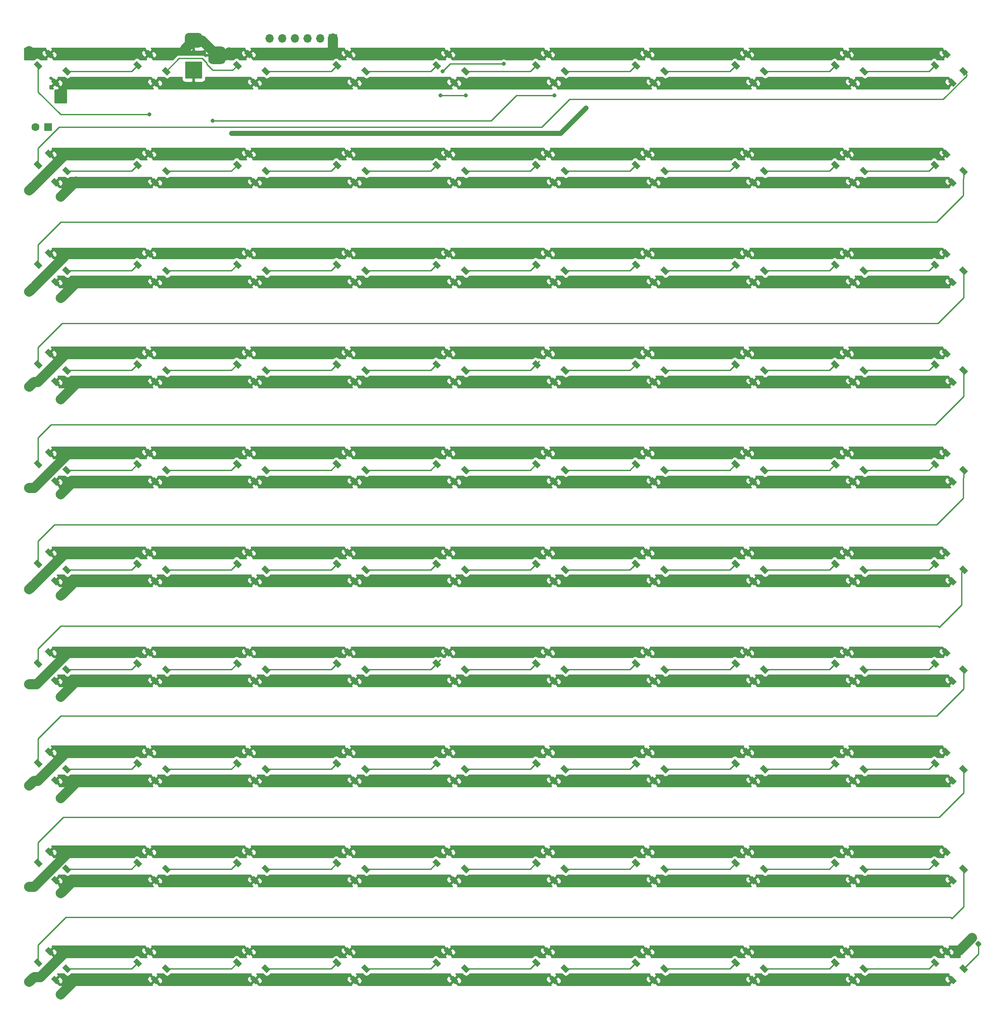
<source format=gbr>
G04 #@! TF.GenerationSoftware,KiCad,Pcbnew,5.1.6-1*
G04 #@! TF.CreationDate,2020-06-10T06:00:46+02:00*
G04 #@! TF.ProjectId,pentasquare,70656e74-6173-4717-9561-72652e6b6963,rev?*
G04 #@! TF.SameCoordinates,Original*
G04 #@! TF.FileFunction,Copper,L1,Top*
G04 #@! TF.FilePolarity,Positive*
%FSLAX46Y46*%
G04 Gerber Fmt 4.6, Leading zero omitted, Abs format (unit mm)*
G04 Created by KiCad (PCBNEW 5.1.6-1) date 2020-06-10 06:00:46*
%MOMM*%
%LPD*%
G01*
G04 APERTURE LIST*
G04 #@! TA.AperFunction,ComponentPad*
%ADD10R,3.500000X3.500000*%
G04 #@! TD*
G04 #@! TA.AperFunction,ComponentPad*
%ADD11R,1.600000X1.600000*%
G04 #@! TD*
G04 #@! TA.AperFunction,ComponentPad*
%ADD12C,1.600000*%
G04 #@! TD*
G04 #@! TA.AperFunction,ComponentPad*
%ADD13R,1.700000X1.700000*%
G04 #@! TD*
G04 #@! TA.AperFunction,ComponentPad*
%ADD14O,1.700000X1.700000*%
G04 #@! TD*
G04 #@! TA.AperFunction,SMDPad,CuDef*
%ADD15C,0.100000*%
G04 #@! TD*
G04 #@! TA.AperFunction,ViaPad*
%ADD16C,2.000000*%
G04 #@! TD*
G04 #@! TA.AperFunction,ViaPad*
%ADD17C,1.000000*%
G04 #@! TD*
G04 #@! TA.AperFunction,ViaPad*
%ADD18C,0.800000*%
G04 #@! TD*
G04 #@! TA.AperFunction,Conductor*
%ADD19C,2.000000*%
G04 #@! TD*
G04 #@! TA.AperFunction,Conductor*
%ADD20C,0.250000*%
G04 #@! TD*
G04 #@! TA.AperFunction,Conductor*
%ADD21C,1.000000*%
G04 #@! TD*
G04 #@! TA.AperFunction,Conductor*
%ADD22C,0.254000*%
G04 #@! TD*
G04 APERTURE END LIST*
G04 #@! TA.AperFunction,SMDPad,CuDef*
G36*
G01*
X209043395Y-199219271D02*
X209379271Y-198883395D01*
G75*
G02*
X209715147Y-198883395I167938J-167938D01*
G01*
X210121733Y-199289981D01*
G75*
G02*
X210121733Y-199625857I-167938J-167938D01*
G01*
X209785857Y-199961733D01*
G75*
G02*
X209449981Y-199961733I-167938J167938D01*
G01*
X209043395Y-199555147D01*
G75*
G02*
X209043395Y-199219271I167938J167938D01*
G01*
G37*
G04 #@! TD.AperFunction*
G04 #@! TA.AperFunction,SMDPad,CuDef*
G36*
G01*
X210280831Y-200456707D02*
X210616707Y-200120831D01*
G75*
G02*
X210952583Y-200120831I167938J-167938D01*
G01*
X211359169Y-200527417D01*
G75*
G02*
X211359169Y-200863293I-167938J-167938D01*
G01*
X211023293Y-201199169D01*
G75*
G02*
X210687417Y-201199169I-167938J167938D01*
G01*
X210280831Y-200792583D01*
G75*
G02*
X210280831Y-200456707I167938J167938D01*
G01*
G37*
G04 #@! TD.AperFunction*
D10*
X53340000Y-25400000D03*
G04 #@! TA.AperFunction,ComponentPad*
G36*
G01*
X52340000Y-17900000D02*
X54340000Y-17900000D01*
G75*
G02*
X55090000Y-18650000I0J-750000D01*
G01*
X55090000Y-20150000D01*
G75*
G02*
X54340000Y-20900000I-750000J0D01*
G01*
X52340000Y-20900000D01*
G75*
G02*
X51590000Y-20150000I0J750000D01*
G01*
X51590000Y-18650000D01*
G75*
G02*
X52340000Y-17900000I750000J0D01*
G01*
G37*
G04 #@! TD.AperFunction*
G04 #@! TA.AperFunction,ComponentPad*
G36*
G01*
X57165000Y-20650000D02*
X58915000Y-20650000D01*
G75*
G02*
X59790000Y-21525000I0J-875000D01*
G01*
X59790000Y-23275000D01*
G75*
G02*
X58915000Y-24150000I-875000J0D01*
G01*
X57165000Y-24150000D01*
G75*
G02*
X56290000Y-23275000I0J875000D01*
G01*
X56290000Y-21525000D01*
G75*
G02*
X57165000Y-20650000I875000J0D01*
G01*
G37*
G04 #@! TD.AperFunction*
D11*
X24130000Y-36830000D03*
D12*
X21630000Y-36830000D03*
D13*
X81280000Y-19050000D03*
D14*
X78740000Y-19050000D03*
X76200000Y-19050000D03*
X73660000Y-19050000D03*
X71120000Y-19050000D03*
X68580000Y-19050000D03*
G04 #@! TA.AperFunction,SMDPad,CuDef*
D15*
G36*
X206484924Y-208040559D02*
G01*
X205777818Y-208747665D01*
X204717158Y-207687005D01*
X205424264Y-206979899D01*
X206484924Y-208040559D01*
G37*
G04 #@! TD.AperFunction*
G04 #@! TA.AperFunction,SMDPad,CuDef*
G36*
X208747665Y-205777818D02*
G01*
X208040559Y-206484924D01*
X206979899Y-205424264D01*
X207687005Y-204717158D01*
X208747665Y-205777818D01*
G37*
G04 #@! TD.AperFunction*
G04 #@! TA.AperFunction,SMDPad,CuDef*
G36*
X203020101Y-204575736D02*
G01*
X202312995Y-205282842D01*
X201252335Y-204222182D01*
X201959441Y-203515076D01*
X203020101Y-204575736D01*
G37*
G04 #@! TD.AperFunction*
G04 #@! TA.AperFunction,SMDPad,CuDef*
G36*
X205282842Y-202312995D02*
G01*
X204575736Y-203020101D01*
X203515076Y-201959441D01*
X204222182Y-201252335D01*
X205282842Y-202312995D01*
G37*
G04 #@! TD.AperFunction*
G04 #@! TA.AperFunction,SMDPad,CuDef*
G36*
X185282842Y-202312995D02*
G01*
X184575736Y-203020101D01*
X183515076Y-201959441D01*
X184222182Y-201252335D01*
X185282842Y-202312995D01*
G37*
G04 #@! TD.AperFunction*
G04 #@! TA.AperFunction,SMDPad,CuDef*
G36*
X183020101Y-204575736D02*
G01*
X182312995Y-205282842D01*
X181252335Y-204222182D01*
X181959441Y-203515076D01*
X183020101Y-204575736D01*
G37*
G04 #@! TD.AperFunction*
G04 #@! TA.AperFunction,SMDPad,CuDef*
G36*
X188747665Y-205777818D02*
G01*
X188040559Y-206484924D01*
X186979899Y-205424264D01*
X187687005Y-204717158D01*
X188747665Y-205777818D01*
G37*
G04 #@! TD.AperFunction*
G04 #@! TA.AperFunction,SMDPad,CuDef*
G36*
X186484924Y-208040559D02*
G01*
X185777818Y-208747665D01*
X184717158Y-207687005D01*
X185424264Y-206979899D01*
X186484924Y-208040559D01*
G37*
G04 #@! TD.AperFunction*
G04 #@! TA.AperFunction,SMDPad,CuDef*
G36*
X166484924Y-208040559D02*
G01*
X165777818Y-208747665D01*
X164717158Y-207687005D01*
X165424264Y-206979899D01*
X166484924Y-208040559D01*
G37*
G04 #@! TD.AperFunction*
G04 #@! TA.AperFunction,SMDPad,CuDef*
G36*
X168747665Y-205777818D02*
G01*
X168040559Y-206484924D01*
X166979899Y-205424264D01*
X167687005Y-204717158D01*
X168747665Y-205777818D01*
G37*
G04 #@! TD.AperFunction*
G04 #@! TA.AperFunction,SMDPad,CuDef*
G36*
X163020101Y-204575736D02*
G01*
X162312995Y-205282842D01*
X161252335Y-204222182D01*
X161959441Y-203515076D01*
X163020101Y-204575736D01*
G37*
G04 #@! TD.AperFunction*
G04 #@! TA.AperFunction,SMDPad,CuDef*
G36*
X165282842Y-202312995D02*
G01*
X164575736Y-203020101D01*
X163515076Y-201959441D01*
X164222182Y-201252335D01*
X165282842Y-202312995D01*
G37*
G04 #@! TD.AperFunction*
G04 #@! TA.AperFunction,SMDPad,CuDef*
G36*
X145282842Y-202312995D02*
G01*
X144575736Y-203020101D01*
X143515076Y-201959441D01*
X144222182Y-201252335D01*
X145282842Y-202312995D01*
G37*
G04 #@! TD.AperFunction*
G04 #@! TA.AperFunction,SMDPad,CuDef*
G36*
X143020101Y-204575736D02*
G01*
X142312995Y-205282842D01*
X141252335Y-204222182D01*
X141959441Y-203515076D01*
X143020101Y-204575736D01*
G37*
G04 #@! TD.AperFunction*
G04 #@! TA.AperFunction,SMDPad,CuDef*
G36*
X148747665Y-205777818D02*
G01*
X148040559Y-206484924D01*
X146979899Y-205424264D01*
X147687005Y-204717158D01*
X148747665Y-205777818D01*
G37*
G04 #@! TD.AperFunction*
G04 #@! TA.AperFunction,SMDPad,CuDef*
G36*
X146484924Y-208040559D02*
G01*
X145777818Y-208747665D01*
X144717158Y-207687005D01*
X145424264Y-206979899D01*
X146484924Y-208040559D01*
G37*
G04 #@! TD.AperFunction*
G04 #@! TA.AperFunction,SMDPad,CuDef*
G36*
X126484924Y-208040559D02*
G01*
X125777818Y-208747665D01*
X124717158Y-207687005D01*
X125424264Y-206979899D01*
X126484924Y-208040559D01*
G37*
G04 #@! TD.AperFunction*
G04 #@! TA.AperFunction,SMDPad,CuDef*
G36*
X128747665Y-205777818D02*
G01*
X128040559Y-206484924D01*
X126979899Y-205424264D01*
X127687005Y-204717158D01*
X128747665Y-205777818D01*
G37*
G04 #@! TD.AperFunction*
G04 #@! TA.AperFunction,SMDPad,CuDef*
G36*
X123020101Y-204575736D02*
G01*
X122312995Y-205282842D01*
X121252335Y-204222182D01*
X121959441Y-203515076D01*
X123020101Y-204575736D01*
G37*
G04 #@! TD.AperFunction*
G04 #@! TA.AperFunction,SMDPad,CuDef*
G36*
X125282842Y-202312995D02*
G01*
X124575736Y-203020101D01*
X123515076Y-201959441D01*
X124222182Y-201252335D01*
X125282842Y-202312995D01*
G37*
G04 #@! TD.AperFunction*
G04 #@! TA.AperFunction,SMDPad,CuDef*
G36*
X105282842Y-202312995D02*
G01*
X104575736Y-203020101D01*
X103515076Y-201959441D01*
X104222182Y-201252335D01*
X105282842Y-202312995D01*
G37*
G04 #@! TD.AperFunction*
G04 #@! TA.AperFunction,SMDPad,CuDef*
G36*
X103020101Y-204575736D02*
G01*
X102312995Y-205282842D01*
X101252335Y-204222182D01*
X101959441Y-203515076D01*
X103020101Y-204575736D01*
G37*
G04 #@! TD.AperFunction*
G04 #@! TA.AperFunction,SMDPad,CuDef*
G36*
X108747665Y-205777818D02*
G01*
X108040559Y-206484924D01*
X106979899Y-205424264D01*
X107687005Y-204717158D01*
X108747665Y-205777818D01*
G37*
G04 #@! TD.AperFunction*
G04 #@! TA.AperFunction,SMDPad,CuDef*
G36*
X106484924Y-208040559D02*
G01*
X105777818Y-208747665D01*
X104717158Y-207687005D01*
X105424264Y-206979899D01*
X106484924Y-208040559D01*
G37*
G04 #@! TD.AperFunction*
G04 #@! TA.AperFunction,SMDPad,CuDef*
G36*
X86484924Y-208040559D02*
G01*
X85777818Y-208747665D01*
X84717158Y-207687005D01*
X85424264Y-206979899D01*
X86484924Y-208040559D01*
G37*
G04 #@! TD.AperFunction*
G04 #@! TA.AperFunction,SMDPad,CuDef*
G36*
X88747665Y-205777818D02*
G01*
X88040559Y-206484924D01*
X86979899Y-205424264D01*
X87687005Y-204717158D01*
X88747665Y-205777818D01*
G37*
G04 #@! TD.AperFunction*
G04 #@! TA.AperFunction,SMDPad,CuDef*
G36*
X83020101Y-204575736D02*
G01*
X82312995Y-205282842D01*
X81252335Y-204222182D01*
X81959441Y-203515076D01*
X83020101Y-204575736D01*
G37*
G04 #@! TD.AperFunction*
G04 #@! TA.AperFunction,SMDPad,CuDef*
G36*
X85282842Y-202312995D02*
G01*
X84575736Y-203020101D01*
X83515076Y-201959441D01*
X84222182Y-201252335D01*
X85282842Y-202312995D01*
G37*
G04 #@! TD.AperFunction*
G04 #@! TA.AperFunction,SMDPad,CuDef*
G36*
X65282842Y-202312995D02*
G01*
X64575736Y-203020101D01*
X63515076Y-201959441D01*
X64222182Y-201252335D01*
X65282842Y-202312995D01*
G37*
G04 #@! TD.AperFunction*
G04 #@! TA.AperFunction,SMDPad,CuDef*
G36*
X63020101Y-204575736D02*
G01*
X62312995Y-205282842D01*
X61252335Y-204222182D01*
X61959441Y-203515076D01*
X63020101Y-204575736D01*
G37*
G04 #@! TD.AperFunction*
G04 #@! TA.AperFunction,SMDPad,CuDef*
G36*
X68747665Y-205777818D02*
G01*
X68040559Y-206484924D01*
X66979899Y-205424264D01*
X67687005Y-204717158D01*
X68747665Y-205777818D01*
G37*
G04 #@! TD.AperFunction*
G04 #@! TA.AperFunction,SMDPad,CuDef*
G36*
X66484924Y-208040559D02*
G01*
X65777818Y-208747665D01*
X64717158Y-207687005D01*
X65424264Y-206979899D01*
X66484924Y-208040559D01*
G37*
G04 #@! TD.AperFunction*
G04 #@! TA.AperFunction,SMDPad,CuDef*
G36*
X46484924Y-208040559D02*
G01*
X45777818Y-208747665D01*
X44717158Y-207687005D01*
X45424264Y-206979899D01*
X46484924Y-208040559D01*
G37*
G04 #@! TD.AperFunction*
G04 #@! TA.AperFunction,SMDPad,CuDef*
G36*
X48747665Y-205777818D02*
G01*
X48040559Y-206484924D01*
X46979899Y-205424264D01*
X47687005Y-204717158D01*
X48747665Y-205777818D01*
G37*
G04 #@! TD.AperFunction*
G04 #@! TA.AperFunction,SMDPad,CuDef*
G36*
X43020101Y-204575736D02*
G01*
X42312995Y-205282842D01*
X41252335Y-204222182D01*
X41959441Y-203515076D01*
X43020101Y-204575736D01*
G37*
G04 #@! TD.AperFunction*
G04 #@! TA.AperFunction,SMDPad,CuDef*
G36*
X45282842Y-202312995D02*
G01*
X44575736Y-203020101D01*
X43515076Y-201959441D01*
X44222182Y-201252335D01*
X45282842Y-202312995D01*
G37*
G04 #@! TD.AperFunction*
G04 #@! TA.AperFunction,SMDPad,CuDef*
G36*
X25282842Y-202312995D02*
G01*
X24575736Y-203020101D01*
X23515076Y-201959441D01*
X24222182Y-201252335D01*
X25282842Y-202312995D01*
G37*
G04 #@! TD.AperFunction*
G04 #@! TA.AperFunction,SMDPad,CuDef*
G36*
X23020101Y-204575736D02*
G01*
X22312995Y-205282842D01*
X21252335Y-204222182D01*
X21959441Y-203515076D01*
X23020101Y-204575736D01*
G37*
G04 #@! TD.AperFunction*
G04 #@! TA.AperFunction,SMDPad,CuDef*
G36*
X28747665Y-205777818D02*
G01*
X28040559Y-206484924D01*
X26979899Y-205424264D01*
X27687005Y-204717158D01*
X28747665Y-205777818D01*
G37*
G04 #@! TD.AperFunction*
G04 #@! TA.AperFunction,SMDPad,CuDef*
G36*
X26484924Y-208040559D02*
G01*
X25777818Y-208747665D01*
X24717158Y-207687005D01*
X25424264Y-206979899D01*
X26484924Y-208040559D01*
G37*
G04 #@! TD.AperFunction*
G04 #@! TA.AperFunction,SMDPad,CuDef*
G36*
X206484924Y-188040559D02*
G01*
X205777818Y-188747665D01*
X204717158Y-187687005D01*
X205424264Y-186979899D01*
X206484924Y-188040559D01*
G37*
G04 #@! TD.AperFunction*
G04 #@! TA.AperFunction,SMDPad,CuDef*
G36*
X208747665Y-185777818D02*
G01*
X208040559Y-186484924D01*
X206979899Y-185424264D01*
X207687005Y-184717158D01*
X208747665Y-185777818D01*
G37*
G04 #@! TD.AperFunction*
G04 #@! TA.AperFunction,SMDPad,CuDef*
G36*
X203020101Y-184575736D02*
G01*
X202312995Y-185282842D01*
X201252335Y-184222182D01*
X201959441Y-183515076D01*
X203020101Y-184575736D01*
G37*
G04 #@! TD.AperFunction*
G04 #@! TA.AperFunction,SMDPad,CuDef*
G36*
X205282842Y-182312995D02*
G01*
X204575736Y-183020101D01*
X203515076Y-181959441D01*
X204222182Y-181252335D01*
X205282842Y-182312995D01*
G37*
G04 #@! TD.AperFunction*
G04 #@! TA.AperFunction,SMDPad,CuDef*
G36*
X65282842Y-142312995D02*
G01*
X64575736Y-143020101D01*
X63515076Y-141959441D01*
X64222182Y-141252335D01*
X65282842Y-142312995D01*
G37*
G04 #@! TD.AperFunction*
G04 #@! TA.AperFunction,SMDPad,CuDef*
G36*
X63020101Y-144575736D02*
G01*
X62312995Y-145282842D01*
X61252335Y-144222182D01*
X61959441Y-143515076D01*
X63020101Y-144575736D01*
G37*
G04 #@! TD.AperFunction*
G04 #@! TA.AperFunction,SMDPad,CuDef*
G36*
X68747665Y-145777818D02*
G01*
X68040559Y-146484924D01*
X66979899Y-145424264D01*
X67687005Y-144717158D01*
X68747665Y-145777818D01*
G37*
G04 #@! TD.AperFunction*
G04 #@! TA.AperFunction,SMDPad,CuDef*
G36*
X66484924Y-148040559D02*
G01*
X65777818Y-148747665D01*
X64717158Y-147687005D01*
X65424264Y-146979899D01*
X66484924Y-148040559D01*
G37*
G04 #@! TD.AperFunction*
G04 #@! TA.AperFunction,SMDPad,CuDef*
G36*
X26484924Y-128040559D02*
G01*
X25777818Y-128747665D01*
X24717158Y-127687005D01*
X25424264Y-126979899D01*
X26484924Y-128040559D01*
G37*
G04 #@! TD.AperFunction*
G04 #@! TA.AperFunction,SMDPad,CuDef*
G36*
X28747665Y-125777818D02*
G01*
X28040559Y-126484924D01*
X26979899Y-125424264D01*
X27687005Y-124717158D01*
X28747665Y-125777818D01*
G37*
G04 #@! TD.AperFunction*
G04 #@! TA.AperFunction,SMDPad,CuDef*
G36*
X23020101Y-124575736D02*
G01*
X22312995Y-125282842D01*
X21252335Y-124222182D01*
X21959441Y-123515076D01*
X23020101Y-124575736D01*
G37*
G04 #@! TD.AperFunction*
G04 #@! TA.AperFunction,SMDPad,CuDef*
G36*
X25282842Y-122312995D02*
G01*
X24575736Y-123020101D01*
X23515076Y-121959441D01*
X24222182Y-121252335D01*
X25282842Y-122312995D01*
G37*
G04 #@! TD.AperFunction*
G04 #@! TA.AperFunction,SMDPad,CuDef*
G36*
X145282842Y-182312995D02*
G01*
X144575736Y-183020101D01*
X143515076Y-181959441D01*
X144222182Y-181252335D01*
X145282842Y-182312995D01*
G37*
G04 #@! TD.AperFunction*
G04 #@! TA.AperFunction,SMDPad,CuDef*
G36*
X143020101Y-184575736D02*
G01*
X142312995Y-185282842D01*
X141252335Y-184222182D01*
X141959441Y-183515076D01*
X143020101Y-184575736D01*
G37*
G04 #@! TD.AperFunction*
G04 #@! TA.AperFunction,SMDPad,CuDef*
G36*
X148747665Y-185777818D02*
G01*
X148040559Y-186484924D01*
X146979899Y-185424264D01*
X147687005Y-184717158D01*
X148747665Y-185777818D01*
G37*
G04 #@! TD.AperFunction*
G04 #@! TA.AperFunction,SMDPad,CuDef*
G36*
X146484924Y-188040559D02*
G01*
X145777818Y-188747665D01*
X144717158Y-187687005D01*
X145424264Y-186979899D01*
X146484924Y-188040559D01*
G37*
G04 #@! TD.AperFunction*
G04 #@! TA.AperFunction,SMDPad,CuDef*
G36*
X126484924Y-188040559D02*
G01*
X125777818Y-188747665D01*
X124717158Y-187687005D01*
X125424264Y-186979899D01*
X126484924Y-188040559D01*
G37*
G04 #@! TD.AperFunction*
G04 #@! TA.AperFunction,SMDPad,CuDef*
G36*
X128747665Y-185777818D02*
G01*
X128040559Y-186484924D01*
X126979899Y-185424264D01*
X127687005Y-184717158D01*
X128747665Y-185777818D01*
G37*
G04 #@! TD.AperFunction*
G04 #@! TA.AperFunction,SMDPad,CuDef*
G36*
X123020101Y-184575736D02*
G01*
X122312995Y-185282842D01*
X121252335Y-184222182D01*
X121959441Y-183515076D01*
X123020101Y-184575736D01*
G37*
G04 #@! TD.AperFunction*
G04 #@! TA.AperFunction,SMDPad,CuDef*
G36*
X125282842Y-182312995D02*
G01*
X124575736Y-183020101D01*
X123515076Y-181959441D01*
X124222182Y-181252335D01*
X125282842Y-182312995D01*
G37*
G04 #@! TD.AperFunction*
G04 #@! TA.AperFunction,SMDPad,CuDef*
G36*
X105282842Y-182312995D02*
G01*
X104575736Y-183020101D01*
X103515076Y-181959441D01*
X104222182Y-181252335D01*
X105282842Y-182312995D01*
G37*
G04 #@! TD.AperFunction*
G04 #@! TA.AperFunction,SMDPad,CuDef*
G36*
X103020101Y-184575736D02*
G01*
X102312995Y-185282842D01*
X101252335Y-184222182D01*
X101959441Y-183515076D01*
X103020101Y-184575736D01*
G37*
G04 #@! TD.AperFunction*
G04 #@! TA.AperFunction,SMDPad,CuDef*
G36*
X108747665Y-185777818D02*
G01*
X108040559Y-186484924D01*
X106979899Y-185424264D01*
X107687005Y-184717158D01*
X108747665Y-185777818D01*
G37*
G04 #@! TD.AperFunction*
G04 #@! TA.AperFunction,SMDPad,CuDef*
G36*
X106484924Y-188040559D02*
G01*
X105777818Y-188747665D01*
X104717158Y-187687005D01*
X105424264Y-186979899D01*
X106484924Y-188040559D01*
G37*
G04 #@! TD.AperFunction*
G04 #@! TA.AperFunction,SMDPad,CuDef*
G36*
X86484924Y-188040559D02*
G01*
X85777818Y-188747665D01*
X84717158Y-187687005D01*
X85424264Y-186979899D01*
X86484924Y-188040559D01*
G37*
G04 #@! TD.AperFunction*
G04 #@! TA.AperFunction,SMDPad,CuDef*
G36*
X88747665Y-185777818D02*
G01*
X88040559Y-186484924D01*
X86979899Y-185424264D01*
X87687005Y-184717158D01*
X88747665Y-185777818D01*
G37*
G04 #@! TD.AperFunction*
G04 #@! TA.AperFunction,SMDPad,CuDef*
G36*
X83020101Y-184575736D02*
G01*
X82312995Y-185282842D01*
X81252335Y-184222182D01*
X81959441Y-183515076D01*
X83020101Y-184575736D01*
G37*
G04 #@! TD.AperFunction*
G04 #@! TA.AperFunction,SMDPad,CuDef*
G36*
X85282842Y-182312995D02*
G01*
X84575736Y-183020101D01*
X83515076Y-181959441D01*
X84222182Y-181252335D01*
X85282842Y-182312995D01*
G37*
G04 #@! TD.AperFunction*
G04 #@! TA.AperFunction,SMDPad,CuDef*
G36*
X65282842Y-182312995D02*
G01*
X64575736Y-183020101D01*
X63515076Y-181959441D01*
X64222182Y-181252335D01*
X65282842Y-182312995D01*
G37*
G04 #@! TD.AperFunction*
G04 #@! TA.AperFunction,SMDPad,CuDef*
G36*
X63020101Y-184575736D02*
G01*
X62312995Y-185282842D01*
X61252335Y-184222182D01*
X61959441Y-183515076D01*
X63020101Y-184575736D01*
G37*
G04 #@! TD.AperFunction*
G04 #@! TA.AperFunction,SMDPad,CuDef*
G36*
X68747665Y-185777818D02*
G01*
X68040559Y-186484924D01*
X66979899Y-185424264D01*
X67687005Y-184717158D01*
X68747665Y-185777818D01*
G37*
G04 #@! TD.AperFunction*
G04 #@! TA.AperFunction,SMDPad,CuDef*
G36*
X66484924Y-188040559D02*
G01*
X65777818Y-188747665D01*
X64717158Y-187687005D01*
X65424264Y-186979899D01*
X66484924Y-188040559D01*
G37*
G04 #@! TD.AperFunction*
G04 #@! TA.AperFunction,SMDPad,CuDef*
G36*
X46484924Y-188040559D02*
G01*
X45777818Y-188747665D01*
X44717158Y-187687005D01*
X45424264Y-186979899D01*
X46484924Y-188040559D01*
G37*
G04 #@! TD.AperFunction*
G04 #@! TA.AperFunction,SMDPad,CuDef*
G36*
X48747665Y-185777818D02*
G01*
X48040559Y-186484924D01*
X46979899Y-185424264D01*
X47687005Y-184717158D01*
X48747665Y-185777818D01*
G37*
G04 #@! TD.AperFunction*
G04 #@! TA.AperFunction,SMDPad,CuDef*
G36*
X43020101Y-184575736D02*
G01*
X42312995Y-185282842D01*
X41252335Y-184222182D01*
X41959441Y-183515076D01*
X43020101Y-184575736D01*
G37*
G04 #@! TD.AperFunction*
G04 #@! TA.AperFunction,SMDPad,CuDef*
G36*
X45282842Y-182312995D02*
G01*
X44575736Y-183020101D01*
X43515076Y-181959441D01*
X44222182Y-181252335D01*
X45282842Y-182312995D01*
G37*
G04 #@! TD.AperFunction*
G04 #@! TA.AperFunction,SMDPad,CuDef*
G36*
X25282842Y-182312995D02*
G01*
X24575736Y-183020101D01*
X23515076Y-181959441D01*
X24222182Y-181252335D01*
X25282842Y-182312995D01*
G37*
G04 #@! TD.AperFunction*
G04 #@! TA.AperFunction,SMDPad,CuDef*
G36*
X23020101Y-184575736D02*
G01*
X22312995Y-185282842D01*
X21252335Y-184222182D01*
X21959441Y-183515076D01*
X23020101Y-184575736D01*
G37*
G04 #@! TD.AperFunction*
G04 #@! TA.AperFunction,SMDPad,CuDef*
G36*
X28747665Y-185777818D02*
G01*
X28040559Y-186484924D01*
X26979899Y-185424264D01*
X27687005Y-184717158D01*
X28747665Y-185777818D01*
G37*
G04 #@! TD.AperFunction*
G04 #@! TA.AperFunction,SMDPad,CuDef*
G36*
X26484924Y-188040559D02*
G01*
X25777818Y-188747665D01*
X24717158Y-187687005D01*
X25424264Y-186979899D01*
X26484924Y-188040559D01*
G37*
G04 #@! TD.AperFunction*
G04 #@! TA.AperFunction,SMDPad,CuDef*
G36*
X206484924Y-168040559D02*
G01*
X205777818Y-168747665D01*
X204717158Y-167687005D01*
X205424264Y-166979899D01*
X206484924Y-168040559D01*
G37*
G04 #@! TD.AperFunction*
G04 #@! TA.AperFunction,SMDPad,CuDef*
G36*
X208747665Y-165777818D02*
G01*
X208040559Y-166484924D01*
X206979899Y-165424264D01*
X207687005Y-164717158D01*
X208747665Y-165777818D01*
G37*
G04 #@! TD.AperFunction*
G04 #@! TA.AperFunction,SMDPad,CuDef*
G36*
X203020101Y-164575736D02*
G01*
X202312995Y-165282842D01*
X201252335Y-164222182D01*
X201959441Y-163515076D01*
X203020101Y-164575736D01*
G37*
G04 #@! TD.AperFunction*
G04 #@! TA.AperFunction,SMDPad,CuDef*
G36*
X205282842Y-162312995D02*
G01*
X204575736Y-163020101D01*
X203515076Y-161959441D01*
X204222182Y-161252335D01*
X205282842Y-162312995D01*
G37*
G04 #@! TD.AperFunction*
G04 #@! TA.AperFunction,SMDPad,CuDef*
G36*
X185282842Y-162312995D02*
G01*
X184575736Y-163020101D01*
X183515076Y-161959441D01*
X184222182Y-161252335D01*
X185282842Y-162312995D01*
G37*
G04 #@! TD.AperFunction*
G04 #@! TA.AperFunction,SMDPad,CuDef*
G36*
X183020101Y-164575736D02*
G01*
X182312995Y-165282842D01*
X181252335Y-164222182D01*
X181959441Y-163515076D01*
X183020101Y-164575736D01*
G37*
G04 #@! TD.AperFunction*
G04 #@! TA.AperFunction,SMDPad,CuDef*
G36*
X188747665Y-165777818D02*
G01*
X188040559Y-166484924D01*
X186979899Y-165424264D01*
X187687005Y-164717158D01*
X188747665Y-165777818D01*
G37*
G04 #@! TD.AperFunction*
G04 #@! TA.AperFunction,SMDPad,CuDef*
G36*
X186484924Y-168040559D02*
G01*
X185777818Y-168747665D01*
X184717158Y-167687005D01*
X185424264Y-166979899D01*
X186484924Y-168040559D01*
G37*
G04 #@! TD.AperFunction*
G04 #@! TA.AperFunction,SMDPad,CuDef*
G36*
X166484924Y-168040559D02*
G01*
X165777818Y-168747665D01*
X164717158Y-167687005D01*
X165424264Y-166979899D01*
X166484924Y-168040559D01*
G37*
G04 #@! TD.AperFunction*
G04 #@! TA.AperFunction,SMDPad,CuDef*
G36*
X168747665Y-165777818D02*
G01*
X168040559Y-166484924D01*
X166979899Y-165424264D01*
X167687005Y-164717158D01*
X168747665Y-165777818D01*
G37*
G04 #@! TD.AperFunction*
G04 #@! TA.AperFunction,SMDPad,CuDef*
G36*
X163020101Y-164575736D02*
G01*
X162312995Y-165282842D01*
X161252335Y-164222182D01*
X161959441Y-163515076D01*
X163020101Y-164575736D01*
G37*
G04 #@! TD.AperFunction*
G04 #@! TA.AperFunction,SMDPad,CuDef*
G36*
X165282842Y-162312995D02*
G01*
X164575736Y-163020101D01*
X163515076Y-161959441D01*
X164222182Y-161252335D01*
X165282842Y-162312995D01*
G37*
G04 #@! TD.AperFunction*
G04 #@! TA.AperFunction,SMDPad,CuDef*
G36*
X145282842Y-162312995D02*
G01*
X144575736Y-163020101D01*
X143515076Y-161959441D01*
X144222182Y-161252335D01*
X145282842Y-162312995D01*
G37*
G04 #@! TD.AperFunction*
G04 #@! TA.AperFunction,SMDPad,CuDef*
G36*
X143020101Y-164575736D02*
G01*
X142312995Y-165282842D01*
X141252335Y-164222182D01*
X141959441Y-163515076D01*
X143020101Y-164575736D01*
G37*
G04 #@! TD.AperFunction*
G04 #@! TA.AperFunction,SMDPad,CuDef*
G36*
X148747665Y-165777818D02*
G01*
X148040559Y-166484924D01*
X146979899Y-165424264D01*
X147687005Y-164717158D01*
X148747665Y-165777818D01*
G37*
G04 #@! TD.AperFunction*
G04 #@! TA.AperFunction,SMDPad,CuDef*
G36*
X146484924Y-168040559D02*
G01*
X145777818Y-168747665D01*
X144717158Y-167687005D01*
X145424264Y-166979899D01*
X146484924Y-168040559D01*
G37*
G04 #@! TD.AperFunction*
G04 #@! TA.AperFunction,SMDPad,CuDef*
G36*
X186484924Y-188040559D02*
G01*
X185777818Y-188747665D01*
X184717158Y-187687005D01*
X185424264Y-186979899D01*
X186484924Y-188040559D01*
G37*
G04 #@! TD.AperFunction*
G04 #@! TA.AperFunction,SMDPad,CuDef*
G36*
X188747665Y-185777818D02*
G01*
X188040559Y-186484924D01*
X186979899Y-185424264D01*
X187687005Y-184717158D01*
X188747665Y-185777818D01*
G37*
G04 #@! TD.AperFunction*
G04 #@! TA.AperFunction,SMDPad,CuDef*
G36*
X183020101Y-184575736D02*
G01*
X182312995Y-185282842D01*
X181252335Y-184222182D01*
X181959441Y-183515076D01*
X183020101Y-184575736D01*
G37*
G04 #@! TD.AperFunction*
G04 #@! TA.AperFunction,SMDPad,CuDef*
G36*
X185282842Y-182312995D02*
G01*
X184575736Y-183020101D01*
X183515076Y-181959441D01*
X184222182Y-181252335D01*
X185282842Y-182312995D01*
G37*
G04 #@! TD.AperFunction*
G04 #@! TA.AperFunction,SMDPad,CuDef*
G36*
X105282842Y-162312995D02*
G01*
X104575736Y-163020101D01*
X103515076Y-161959441D01*
X104222182Y-161252335D01*
X105282842Y-162312995D01*
G37*
G04 #@! TD.AperFunction*
G04 #@! TA.AperFunction,SMDPad,CuDef*
G36*
X103020101Y-164575736D02*
G01*
X102312995Y-165282842D01*
X101252335Y-164222182D01*
X101959441Y-163515076D01*
X103020101Y-164575736D01*
G37*
G04 #@! TD.AperFunction*
G04 #@! TA.AperFunction,SMDPad,CuDef*
G36*
X108747665Y-165777818D02*
G01*
X108040559Y-166484924D01*
X106979899Y-165424264D01*
X107687005Y-164717158D01*
X108747665Y-165777818D01*
G37*
G04 #@! TD.AperFunction*
G04 #@! TA.AperFunction,SMDPad,CuDef*
G36*
X106484924Y-168040559D02*
G01*
X105777818Y-168747665D01*
X104717158Y-167687005D01*
X105424264Y-166979899D01*
X106484924Y-168040559D01*
G37*
G04 #@! TD.AperFunction*
G04 #@! TA.AperFunction,SMDPad,CuDef*
G36*
X86484924Y-168040559D02*
G01*
X85777818Y-168747665D01*
X84717158Y-167687005D01*
X85424264Y-166979899D01*
X86484924Y-168040559D01*
G37*
G04 #@! TD.AperFunction*
G04 #@! TA.AperFunction,SMDPad,CuDef*
G36*
X88747665Y-165777818D02*
G01*
X88040559Y-166484924D01*
X86979899Y-165424264D01*
X87687005Y-164717158D01*
X88747665Y-165777818D01*
G37*
G04 #@! TD.AperFunction*
G04 #@! TA.AperFunction,SMDPad,CuDef*
G36*
X83020101Y-164575736D02*
G01*
X82312995Y-165282842D01*
X81252335Y-164222182D01*
X81959441Y-163515076D01*
X83020101Y-164575736D01*
G37*
G04 #@! TD.AperFunction*
G04 #@! TA.AperFunction,SMDPad,CuDef*
G36*
X85282842Y-162312995D02*
G01*
X84575736Y-163020101D01*
X83515076Y-161959441D01*
X84222182Y-161252335D01*
X85282842Y-162312995D01*
G37*
G04 #@! TD.AperFunction*
G04 #@! TA.AperFunction,SMDPad,CuDef*
G36*
X65282842Y-162312995D02*
G01*
X64575736Y-163020101D01*
X63515076Y-161959441D01*
X64222182Y-161252335D01*
X65282842Y-162312995D01*
G37*
G04 #@! TD.AperFunction*
G04 #@! TA.AperFunction,SMDPad,CuDef*
G36*
X63020101Y-164575736D02*
G01*
X62312995Y-165282842D01*
X61252335Y-164222182D01*
X61959441Y-163515076D01*
X63020101Y-164575736D01*
G37*
G04 #@! TD.AperFunction*
G04 #@! TA.AperFunction,SMDPad,CuDef*
G36*
X68747665Y-165777818D02*
G01*
X68040559Y-166484924D01*
X66979899Y-165424264D01*
X67687005Y-164717158D01*
X68747665Y-165777818D01*
G37*
G04 #@! TD.AperFunction*
G04 #@! TA.AperFunction,SMDPad,CuDef*
G36*
X66484924Y-168040559D02*
G01*
X65777818Y-168747665D01*
X64717158Y-167687005D01*
X65424264Y-166979899D01*
X66484924Y-168040559D01*
G37*
G04 #@! TD.AperFunction*
G04 #@! TA.AperFunction,SMDPad,CuDef*
G36*
X46484924Y-168040559D02*
G01*
X45777818Y-168747665D01*
X44717158Y-167687005D01*
X45424264Y-166979899D01*
X46484924Y-168040559D01*
G37*
G04 #@! TD.AperFunction*
G04 #@! TA.AperFunction,SMDPad,CuDef*
G36*
X48747665Y-165777818D02*
G01*
X48040559Y-166484924D01*
X46979899Y-165424264D01*
X47687005Y-164717158D01*
X48747665Y-165777818D01*
G37*
G04 #@! TD.AperFunction*
G04 #@! TA.AperFunction,SMDPad,CuDef*
G36*
X43020101Y-164575736D02*
G01*
X42312995Y-165282842D01*
X41252335Y-164222182D01*
X41959441Y-163515076D01*
X43020101Y-164575736D01*
G37*
G04 #@! TD.AperFunction*
G04 #@! TA.AperFunction,SMDPad,CuDef*
G36*
X45282842Y-162312995D02*
G01*
X44575736Y-163020101D01*
X43515076Y-161959441D01*
X44222182Y-161252335D01*
X45282842Y-162312995D01*
G37*
G04 #@! TD.AperFunction*
G04 #@! TA.AperFunction,SMDPad,CuDef*
G36*
X25282842Y-162312995D02*
G01*
X24575736Y-163020101D01*
X23515076Y-161959441D01*
X24222182Y-161252335D01*
X25282842Y-162312995D01*
G37*
G04 #@! TD.AperFunction*
G04 #@! TA.AperFunction,SMDPad,CuDef*
G36*
X23020101Y-164575736D02*
G01*
X22312995Y-165282842D01*
X21252335Y-164222182D01*
X21959441Y-163515076D01*
X23020101Y-164575736D01*
G37*
G04 #@! TD.AperFunction*
G04 #@! TA.AperFunction,SMDPad,CuDef*
G36*
X28747665Y-165777818D02*
G01*
X28040559Y-166484924D01*
X26979899Y-165424264D01*
X27687005Y-164717158D01*
X28747665Y-165777818D01*
G37*
G04 #@! TD.AperFunction*
G04 #@! TA.AperFunction,SMDPad,CuDef*
G36*
X26484924Y-168040559D02*
G01*
X25777818Y-168747665D01*
X24717158Y-167687005D01*
X25424264Y-166979899D01*
X26484924Y-168040559D01*
G37*
G04 #@! TD.AperFunction*
G04 #@! TA.AperFunction,SMDPad,CuDef*
G36*
X206484924Y-148040559D02*
G01*
X205777818Y-148747665D01*
X204717158Y-147687005D01*
X205424264Y-146979899D01*
X206484924Y-148040559D01*
G37*
G04 #@! TD.AperFunction*
G04 #@! TA.AperFunction,SMDPad,CuDef*
G36*
X208747665Y-145777818D02*
G01*
X208040559Y-146484924D01*
X206979899Y-145424264D01*
X207687005Y-144717158D01*
X208747665Y-145777818D01*
G37*
G04 #@! TD.AperFunction*
G04 #@! TA.AperFunction,SMDPad,CuDef*
G36*
X203020101Y-144575736D02*
G01*
X202312995Y-145282842D01*
X201252335Y-144222182D01*
X201959441Y-143515076D01*
X203020101Y-144575736D01*
G37*
G04 #@! TD.AperFunction*
G04 #@! TA.AperFunction,SMDPad,CuDef*
G36*
X205282842Y-142312995D02*
G01*
X204575736Y-143020101D01*
X203515076Y-141959441D01*
X204222182Y-141252335D01*
X205282842Y-142312995D01*
G37*
G04 #@! TD.AperFunction*
G04 #@! TA.AperFunction,SMDPad,CuDef*
G36*
X185282842Y-142312995D02*
G01*
X184575736Y-143020101D01*
X183515076Y-141959441D01*
X184222182Y-141252335D01*
X185282842Y-142312995D01*
G37*
G04 #@! TD.AperFunction*
G04 #@! TA.AperFunction,SMDPad,CuDef*
G36*
X183020101Y-144575736D02*
G01*
X182312995Y-145282842D01*
X181252335Y-144222182D01*
X181959441Y-143515076D01*
X183020101Y-144575736D01*
G37*
G04 #@! TD.AperFunction*
G04 #@! TA.AperFunction,SMDPad,CuDef*
G36*
X188747665Y-145777818D02*
G01*
X188040559Y-146484924D01*
X186979899Y-145424264D01*
X187687005Y-144717158D01*
X188747665Y-145777818D01*
G37*
G04 #@! TD.AperFunction*
G04 #@! TA.AperFunction,SMDPad,CuDef*
G36*
X186484924Y-148040559D02*
G01*
X185777818Y-148747665D01*
X184717158Y-147687005D01*
X185424264Y-146979899D01*
X186484924Y-148040559D01*
G37*
G04 #@! TD.AperFunction*
G04 #@! TA.AperFunction,SMDPad,CuDef*
G36*
X166484924Y-148040559D02*
G01*
X165777818Y-148747665D01*
X164717158Y-147687005D01*
X165424264Y-146979899D01*
X166484924Y-148040559D01*
G37*
G04 #@! TD.AperFunction*
G04 #@! TA.AperFunction,SMDPad,CuDef*
G36*
X168747665Y-145777818D02*
G01*
X168040559Y-146484924D01*
X166979899Y-145424264D01*
X167687005Y-144717158D01*
X168747665Y-145777818D01*
G37*
G04 #@! TD.AperFunction*
G04 #@! TA.AperFunction,SMDPad,CuDef*
G36*
X163020101Y-144575736D02*
G01*
X162312995Y-145282842D01*
X161252335Y-144222182D01*
X161959441Y-143515076D01*
X163020101Y-144575736D01*
G37*
G04 #@! TD.AperFunction*
G04 #@! TA.AperFunction,SMDPad,CuDef*
G36*
X165282842Y-142312995D02*
G01*
X164575736Y-143020101D01*
X163515076Y-141959441D01*
X164222182Y-141252335D01*
X165282842Y-142312995D01*
G37*
G04 #@! TD.AperFunction*
G04 #@! TA.AperFunction,SMDPad,CuDef*
G36*
X145282842Y-142312995D02*
G01*
X144575736Y-143020101D01*
X143515076Y-141959441D01*
X144222182Y-141252335D01*
X145282842Y-142312995D01*
G37*
G04 #@! TD.AperFunction*
G04 #@! TA.AperFunction,SMDPad,CuDef*
G36*
X143020101Y-144575736D02*
G01*
X142312995Y-145282842D01*
X141252335Y-144222182D01*
X141959441Y-143515076D01*
X143020101Y-144575736D01*
G37*
G04 #@! TD.AperFunction*
G04 #@! TA.AperFunction,SMDPad,CuDef*
G36*
X148747665Y-145777818D02*
G01*
X148040559Y-146484924D01*
X146979899Y-145424264D01*
X147687005Y-144717158D01*
X148747665Y-145777818D01*
G37*
G04 #@! TD.AperFunction*
G04 #@! TA.AperFunction,SMDPad,CuDef*
G36*
X146484924Y-148040559D02*
G01*
X145777818Y-148747665D01*
X144717158Y-147687005D01*
X145424264Y-146979899D01*
X146484924Y-148040559D01*
G37*
G04 #@! TD.AperFunction*
G04 #@! TA.AperFunction,SMDPad,CuDef*
G36*
X126484924Y-148040559D02*
G01*
X125777818Y-148747665D01*
X124717158Y-147687005D01*
X125424264Y-146979899D01*
X126484924Y-148040559D01*
G37*
G04 #@! TD.AperFunction*
G04 #@! TA.AperFunction,SMDPad,CuDef*
G36*
X128747665Y-145777818D02*
G01*
X128040559Y-146484924D01*
X126979899Y-145424264D01*
X127687005Y-144717158D01*
X128747665Y-145777818D01*
G37*
G04 #@! TD.AperFunction*
G04 #@! TA.AperFunction,SMDPad,CuDef*
G36*
X123020101Y-144575736D02*
G01*
X122312995Y-145282842D01*
X121252335Y-144222182D01*
X121959441Y-143515076D01*
X123020101Y-144575736D01*
G37*
G04 #@! TD.AperFunction*
G04 #@! TA.AperFunction,SMDPad,CuDef*
G36*
X125282842Y-142312995D02*
G01*
X124575736Y-143020101D01*
X123515076Y-141959441D01*
X124222182Y-141252335D01*
X125282842Y-142312995D01*
G37*
G04 #@! TD.AperFunction*
G04 #@! TA.AperFunction,SMDPad,CuDef*
G36*
X105282842Y-142312995D02*
G01*
X104575736Y-143020101D01*
X103515076Y-141959441D01*
X104222182Y-141252335D01*
X105282842Y-142312995D01*
G37*
G04 #@! TD.AperFunction*
G04 #@! TA.AperFunction,SMDPad,CuDef*
G36*
X103020101Y-144575736D02*
G01*
X102312995Y-145282842D01*
X101252335Y-144222182D01*
X101959441Y-143515076D01*
X103020101Y-144575736D01*
G37*
G04 #@! TD.AperFunction*
G04 #@! TA.AperFunction,SMDPad,CuDef*
G36*
X108747665Y-145777818D02*
G01*
X108040559Y-146484924D01*
X106979899Y-145424264D01*
X107687005Y-144717158D01*
X108747665Y-145777818D01*
G37*
G04 #@! TD.AperFunction*
G04 #@! TA.AperFunction,SMDPad,CuDef*
G36*
X106484924Y-148040559D02*
G01*
X105777818Y-148747665D01*
X104717158Y-147687005D01*
X105424264Y-146979899D01*
X106484924Y-148040559D01*
G37*
G04 #@! TD.AperFunction*
G04 #@! TA.AperFunction,SMDPad,CuDef*
G36*
X166484924Y-188040559D02*
G01*
X165777818Y-188747665D01*
X164717158Y-187687005D01*
X165424264Y-186979899D01*
X166484924Y-188040559D01*
G37*
G04 #@! TD.AperFunction*
G04 #@! TA.AperFunction,SMDPad,CuDef*
G36*
X168747665Y-185777818D02*
G01*
X168040559Y-186484924D01*
X166979899Y-185424264D01*
X167687005Y-184717158D01*
X168747665Y-185777818D01*
G37*
G04 #@! TD.AperFunction*
G04 #@! TA.AperFunction,SMDPad,CuDef*
G36*
X163020101Y-184575736D02*
G01*
X162312995Y-185282842D01*
X161252335Y-184222182D01*
X161959441Y-183515076D01*
X163020101Y-184575736D01*
G37*
G04 #@! TD.AperFunction*
G04 #@! TA.AperFunction,SMDPad,CuDef*
G36*
X165282842Y-182312995D02*
G01*
X164575736Y-183020101D01*
X163515076Y-181959441D01*
X164222182Y-181252335D01*
X165282842Y-182312995D01*
G37*
G04 #@! TD.AperFunction*
G04 #@! TA.AperFunction,SMDPad,CuDef*
G36*
X125282842Y-162312995D02*
G01*
X124575736Y-163020101D01*
X123515076Y-161959441D01*
X124222182Y-161252335D01*
X125282842Y-162312995D01*
G37*
G04 #@! TD.AperFunction*
G04 #@! TA.AperFunction,SMDPad,CuDef*
G36*
X123020101Y-164575736D02*
G01*
X122312995Y-165282842D01*
X121252335Y-164222182D01*
X121959441Y-163515076D01*
X123020101Y-164575736D01*
G37*
G04 #@! TD.AperFunction*
G04 #@! TA.AperFunction,SMDPad,CuDef*
G36*
X128747665Y-165777818D02*
G01*
X128040559Y-166484924D01*
X126979899Y-165424264D01*
X127687005Y-164717158D01*
X128747665Y-165777818D01*
G37*
G04 #@! TD.AperFunction*
G04 #@! TA.AperFunction,SMDPad,CuDef*
G36*
X126484924Y-168040559D02*
G01*
X125777818Y-168747665D01*
X124717158Y-167687005D01*
X125424264Y-166979899D01*
X126484924Y-168040559D01*
G37*
G04 #@! TD.AperFunction*
G04 #@! TA.AperFunction,SMDPad,CuDef*
G36*
X46484924Y-148040559D02*
G01*
X45777818Y-148747665D01*
X44717158Y-147687005D01*
X45424264Y-146979899D01*
X46484924Y-148040559D01*
G37*
G04 #@! TD.AperFunction*
G04 #@! TA.AperFunction,SMDPad,CuDef*
G36*
X48747665Y-145777818D02*
G01*
X48040559Y-146484924D01*
X46979899Y-145424264D01*
X47687005Y-144717158D01*
X48747665Y-145777818D01*
G37*
G04 #@! TD.AperFunction*
G04 #@! TA.AperFunction,SMDPad,CuDef*
G36*
X43020101Y-144575736D02*
G01*
X42312995Y-145282842D01*
X41252335Y-144222182D01*
X41959441Y-143515076D01*
X43020101Y-144575736D01*
G37*
G04 #@! TD.AperFunction*
G04 #@! TA.AperFunction,SMDPad,CuDef*
G36*
X45282842Y-142312995D02*
G01*
X44575736Y-143020101D01*
X43515076Y-141959441D01*
X44222182Y-141252335D01*
X45282842Y-142312995D01*
G37*
G04 #@! TD.AperFunction*
G04 #@! TA.AperFunction,SMDPad,CuDef*
G36*
X25282842Y-142312995D02*
G01*
X24575736Y-143020101D01*
X23515076Y-141959441D01*
X24222182Y-141252335D01*
X25282842Y-142312995D01*
G37*
G04 #@! TD.AperFunction*
G04 #@! TA.AperFunction,SMDPad,CuDef*
G36*
X23020101Y-144575736D02*
G01*
X22312995Y-145282842D01*
X21252335Y-144222182D01*
X21959441Y-143515076D01*
X23020101Y-144575736D01*
G37*
G04 #@! TD.AperFunction*
G04 #@! TA.AperFunction,SMDPad,CuDef*
G36*
X28747665Y-145777818D02*
G01*
X28040559Y-146484924D01*
X26979899Y-145424264D01*
X27687005Y-144717158D01*
X28747665Y-145777818D01*
G37*
G04 #@! TD.AperFunction*
G04 #@! TA.AperFunction,SMDPad,CuDef*
G36*
X26484924Y-148040559D02*
G01*
X25777818Y-148747665D01*
X24717158Y-147687005D01*
X25424264Y-146979899D01*
X26484924Y-148040559D01*
G37*
G04 #@! TD.AperFunction*
G04 #@! TA.AperFunction,SMDPad,CuDef*
G36*
X206484924Y-128040559D02*
G01*
X205777818Y-128747665D01*
X204717158Y-127687005D01*
X205424264Y-126979899D01*
X206484924Y-128040559D01*
G37*
G04 #@! TD.AperFunction*
G04 #@! TA.AperFunction,SMDPad,CuDef*
G36*
X208747665Y-125777818D02*
G01*
X208040559Y-126484924D01*
X206979899Y-125424264D01*
X207687005Y-124717158D01*
X208747665Y-125777818D01*
G37*
G04 #@! TD.AperFunction*
G04 #@! TA.AperFunction,SMDPad,CuDef*
G36*
X203020101Y-124575736D02*
G01*
X202312995Y-125282842D01*
X201252335Y-124222182D01*
X201959441Y-123515076D01*
X203020101Y-124575736D01*
G37*
G04 #@! TD.AperFunction*
G04 #@! TA.AperFunction,SMDPad,CuDef*
G36*
X205282842Y-122312995D02*
G01*
X204575736Y-123020101D01*
X203515076Y-121959441D01*
X204222182Y-121252335D01*
X205282842Y-122312995D01*
G37*
G04 #@! TD.AperFunction*
G04 #@! TA.AperFunction,SMDPad,CuDef*
G36*
X185282842Y-122312995D02*
G01*
X184575736Y-123020101D01*
X183515076Y-121959441D01*
X184222182Y-121252335D01*
X185282842Y-122312995D01*
G37*
G04 #@! TD.AperFunction*
G04 #@! TA.AperFunction,SMDPad,CuDef*
G36*
X183020101Y-124575736D02*
G01*
X182312995Y-125282842D01*
X181252335Y-124222182D01*
X181959441Y-123515076D01*
X183020101Y-124575736D01*
G37*
G04 #@! TD.AperFunction*
G04 #@! TA.AperFunction,SMDPad,CuDef*
G36*
X188747665Y-125777818D02*
G01*
X188040559Y-126484924D01*
X186979899Y-125424264D01*
X187687005Y-124717158D01*
X188747665Y-125777818D01*
G37*
G04 #@! TD.AperFunction*
G04 #@! TA.AperFunction,SMDPad,CuDef*
G36*
X186484924Y-128040559D02*
G01*
X185777818Y-128747665D01*
X184717158Y-127687005D01*
X185424264Y-126979899D01*
X186484924Y-128040559D01*
G37*
G04 #@! TD.AperFunction*
G04 #@! TA.AperFunction,SMDPad,CuDef*
G36*
X166484924Y-128040559D02*
G01*
X165777818Y-128747665D01*
X164717158Y-127687005D01*
X165424264Y-126979899D01*
X166484924Y-128040559D01*
G37*
G04 #@! TD.AperFunction*
G04 #@! TA.AperFunction,SMDPad,CuDef*
G36*
X168747665Y-125777818D02*
G01*
X168040559Y-126484924D01*
X166979899Y-125424264D01*
X167687005Y-124717158D01*
X168747665Y-125777818D01*
G37*
G04 #@! TD.AperFunction*
G04 #@! TA.AperFunction,SMDPad,CuDef*
G36*
X163020101Y-124575736D02*
G01*
X162312995Y-125282842D01*
X161252335Y-124222182D01*
X161959441Y-123515076D01*
X163020101Y-124575736D01*
G37*
G04 #@! TD.AperFunction*
G04 #@! TA.AperFunction,SMDPad,CuDef*
G36*
X165282842Y-122312995D02*
G01*
X164575736Y-123020101D01*
X163515076Y-121959441D01*
X164222182Y-121252335D01*
X165282842Y-122312995D01*
G37*
G04 #@! TD.AperFunction*
G04 #@! TA.AperFunction,SMDPad,CuDef*
G36*
X145282842Y-122312995D02*
G01*
X144575736Y-123020101D01*
X143515076Y-121959441D01*
X144222182Y-121252335D01*
X145282842Y-122312995D01*
G37*
G04 #@! TD.AperFunction*
G04 #@! TA.AperFunction,SMDPad,CuDef*
G36*
X143020101Y-124575736D02*
G01*
X142312995Y-125282842D01*
X141252335Y-124222182D01*
X141959441Y-123515076D01*
X143020101Y-124575736D01*
G37*
G04 #@! TD.AperFunction*
G04 #@! TA.AperFunction,SMDPad,CuDef*
G36*
X148747665Y-125777818D02*
G01*
X148040559Y-126484924D01*
X146979899Y-125424264D01*
X147687005Y-124717158D01*
X148747665Y-125777818D01*
G37*
G04 #@! TD.AperFunction*
G04 #@! TA.AperFunction,SMDPad,CuDef*
G36*
X146484924Y-128040559D02*
G01*
X145777818Y-128747665D01*
X144717158Y-127687005D01*
X145424264Y-126979899D01*
X146484924Y-128040559D01*
G37*
G04 #@! TD.AperFunction*
G04 #@! TA.AperFunction,SMDPad,CuDef*
G36*
X126484924Y-128040559D02*
G01*
X125777818Y-128747665D01*
X124717158Y-127687005D01*
X125424264Y-126979899D01*
X126484924Y-128040559D01*
G37*
G04 #@! TD.AperFunction*
G04 #@! TA.AperFunction,SMDPad,CuDef*
G36*
X128747665Y-125777818D02*
G01*
X128040559Y-126484924D01*
X126979899Y-125424264D01*
X127687005Y-124717158D01*
X128747665Y-125777818D01*
G37*
G04 #@! TD.AperFunction*
G04 #@! TA.AperFunction,SMDPad,CuDef*
G36*
X123020101Y-124575736D02*
G01*
X122312995Y-125282842D01*
X121252335Y-124222182D01*
X121959441Y-123515076D01*
X123020101Y-124575736D01*
G37*
G04 #@! TD.AperFunction*
G04 #@! TA.AperFunction,SMDPad,CuDef*
G36*
X125282842Y-122312995D02*
G01*
X124575736Y-123020101D01*
X123515076Y-121959441D01*
X124222182Y-121252335D01*
X125282842Y-122312995D01*
G37*
G04 #@! TD.AperFunction*
G04 #@! TA.AperFunction,SMDPad,CuDef*
G36*
X105282842Y-122312995D02*
G01*
X104575736Y-123020101D01*
X103515076Y-121959441D01*
X104222182Y-121252335D01*
X105282842Y-122312995D01*
G37*
G04 #@! TD.AperFunction*
G04 #@! TA.AperFunction,SMDPad,CuDef*
G36*
X103020101Y-124575736D02*
G01*
X102312995Y-125282842D01*
X101252335Y-124222182D01*
X101959441Y-123515076D01*
X103020101Y-124575736D01*
G37*
G04 #@! TD.AperFunction*
G04 #@! TA.AperFunction,SMDPad,CuDef*
G36*
X108747665Y-125777818D02*
G01*
X108040559Y-126484924D01*
X106979899Y-125424264D01*
X107687005Y-124717158D01*
X108747665Y-125777818D01*
G37*
G04 #@! TD.AperFunction*
G04 #@! TA.AperFunction,SMDPad,CuDef*
G36*
X106484924Y-128040559D02*
G01*
X105777818Y-128747665D01*
X104717158Y-127687005D01*
X105424264Y-126979899D01*
X106484924Y-128040559D01*
G37*
G04 #@! TD.AperFunction*
G04 #@! TA.AperFunction,SMDPad,CuDef*
G36*
X86484924Y-128040559D02*
G01*
X85777818Y-128747665D01*
X84717158Y-127687005D01*
X85424264Y-126979899D01*
X86484924Y-128040559D01*
G37*
G04 #@! TD.AperFunction*
G04 #@! TA.AperFunction,SMDPad,CuDef*
G36*
X88747665Y-125777818D02*
G01*
X88040559Y-126484924D01*
X86979899Y-125424264D01*
X87687005Y-124717158D01*
X88747665Y-125777818D01*
G37*
G04 #@! TD.AperFunction*
G04 #@! TA.AperFunction,SMDPad,CuDef*
G36*
X83020101Y-124575736D02*
G01*
X82312995Y-125282842D01*
X81252335Y-124222182D01*
X81959441Y-123515076D01*
X83020101Y-124575736D01*
G37*
G04 #@! TD.AperFunction*
G04 #@! TA.AperFunction,SMDPad,CuDef*
G36*
X85282842Y-122312995D02*
G01*
X84575736Y-123020101D01*
X83515076Y-121959441D01*
X84222182Y-121252335D01*
X85282842Y-122312995D01*
G37*
G04 #@! TD.AperFunction*
G04 #@! TA.AperFunction,SMDPad,CuDef*
G36*
X65282842Y-122312995D02*
G01*
X64575736Y-123020101D01*
X63515076Y-121959441D01*
X64222182Y-121252335D01*
X65282842Y-122312995D01*
G37*
G04 #@! TD.AperFunction*
G04 #@! TA.AperFunction,SMDPad,CuDef*
G36*
X63020101Y-124575736D02*
G01*
X62312995Y-125282842D01*
X61252335Y-124222182D01*
X61959441Y-123515076D01*
X63020101Y-124575736D01*
G37*
G04 #@! TD.AperFunction*
G04 #@! TA.AperFunction,SMDPad,CuDef*
G36*
X68747665Y-125777818D02*
G01*
X68040559Y-126484924D01*
X66979899Y-125424264D01*
X67687005Y-124717158D01*
X68747665Y-125777818D01*
G37*
G04 #@! TD.AperFunction*
G04 #@! TA.AperFunction,SMDPad,CuDef*
G36*
X66484924Y-128040559D02*
G01*
X65777818Y-128747665D01*
X64717158Y-127687005D01*
X65424264Y-126979899D01*
X66484924Y-128040559D01*
G37*
G04 #@! TD.AperFunction*
G04 #@! TA.AperFunction,SMDPad,CuDef*
G36*
X46484924Y-128040559D02*
G01*
X45777818Y-128747665D01*
X44717158Y-127687005D01*
X45424264Y-126979899D01*
X46484924Y-128040559D01*
G37*
G04 #@! TD.AperFunction*
G04 #@! TA.AperFunction,SMDPad,CuDef*
G36*
X48747665Y-125777818D02*
G01*
X48040559Y-126484924D01*
X46979899Y-125424264D01*
X47687005Y-124717158D01*
X48747665Y-125777818D01*
G37*
G04 #@! TD.AperFunction*
G04 #@! TA.AperFunction,SMDPad,CuDef*
G36*
X43020101Y-124575736D02*
G01*
X42312995Y-125282842D01*
X41252335Y-124222182D01*
X41959441Y-123515076D01*
X43020101Y-124575736D01*
G37*
G04 #@! TD.AperFunction*
G04 #@! TA.AperFunction,SMDPad,CuDef*
G36*
X45282842Y-122312995D02*
G01*
X44575736Y-123020101D01*
X43515076Y-121959441D01*
X44222182Y-121252335D01*
X45282842Y-122312995D01*
G37*
G04 #@! TD.AperFunction*
G04 #@! TA.AperFunction,SMDPad,CuDef*
G36*
X85282842Y-142312995D02*
G01*
X84575736Y-143020101D01*
X83515076Y-141959441D01*
X84222182Y-141252335D01*
X85282842Y-142312995D01*
G37*
G04 #@! TD.AperFunction*
G04 #@! TA.AperFunction,SMDPad,CuDef*
G36*
X83020101Y-144575736D02*
G01*
X82312995Y-145282842D01*
X81252335Y-144222182D01*
X81959441Y-143515076D01*
X83020101Y-144575736D01*
G37*
G04 #@! TD.AperFunction*
G04 #@! TA.AperFunction,SMDPad,CuDef*
G36*
X88747665Y-145777818D02*
G01*
X88040559Y-146484924D01*
X86979899Y-145424264D01*
X87687005Y-144717158D01*
X88747665Y-145777818D01*
G37*
G04 #@! TD.AperFunction*
G04 #@! TA.AperFunction,SMDPad,CuDef*
G36*
X86484924Y-148040559D02*
G01*
X85777818Y-148747665D01*
X84717158Y-147687005D01*
X85424264Y-146979899D01*
X86484924Y-148040559D01*
G37*
G04 #@! TD.AperFunction*
G04 #@! TA.AperFunction,SMDPad,CuDef*
G36*
X206484924Y-108040559D02*
G01*
X205777818Y-108747665D01*
X204717158Y-107687005D01*
X205424264Y-106979899D01*
X206484924Y-108040559D01*
G37*
G04 #@! TD.AperFunction*
G04 #@! TA.AperFunction,SMDPad,CuDef*
G36*
X208747665Y-105777818D02*
G01*
X208040559Y-106484924D01*
X206979899Y-105424264D01*
X207687005Y-104717158D01*
X208747665Y-105777818D01*
G37*
G04 #@! TD.AperFunction*
G04 #@! TA.AperFunction,SMDPad,CuDef*
G36*
X203020101Y-104575736D02*
G01*
X202312995Y-105282842D01*
X201252335Y-104222182D01*
X201959441Y-103515076D01*
X203020101Y-104575736D01*
G37*
G04 #@! TD.AperFunction*
G04 #@! TA.AperFunction,SMDPad,CuDef*
G36*
X205282842Y-102312995D02*
G01*
X204575736Y-103020101D01*
X203515076Y-101959441D01*
X204222182Y-101252335D01*
X205282842Y-102312995D01*
G37*
G04 #@! TD.AperFunction*
G04 #@! TA.AperFunction,SMDPad,CuDef*
G36*
X185282842Y-102312995D02*
G01*
X184575736Y-103020101D01*
X183515076Y-101959441D01*
X184222182Y-101252335D01*
X185282842Y-102312995D01*
G37*
G04 #@! TD.AperFunction*
G04 #@! TA.AperFunction,SMDPad,CuDef*
G36*
X183020101Y-104575736D02*
G01*
X182312995Y-105282842D01*
X181252335Y-104222182D01*
X181959441Y-103515076D01*
X183020101Y-104575736D01*
G37*
G04 #@! TD.AperFunction*
G04 #@! TA.AperFunction,SMDPad,CuDef*
G36*
X188747665Y-105777818D02*
G01*
X188040559Y-106484924D01*
X186979899Y-105424264D01*
X187687005Y-104717158D01*
X188747665Y-105777818D01*
G37*
G04 #@! TD.AperFunction*
G04 #@! TA.AperFunction,SMDPad,CuDef*
G36*
X186484924Y-108040559D02*
G01*
X185777818Y-108747665D01*
X184717158Y-107687005D01*
X185424264Y-106979899D01*
X186484924Y-108040559D01*
G37*
G04 #@! TD.AperFunction*
G04 #@! TA.AperFunction,SMDPad,CuDef*
G36*
X166484924Y-108040559D02*
G01*
X165777818Y-108747665D01*
X164717158Y-107687005D01*
X165424264Y-106979899D01*
X166484924Y-108040559D01*
G37*
G04 #@! TD.AperFunction*
G04 #@! TA.AperFunction,SMDPad,CuDef*
G36*
X168747665Y-105777818D02*
G01*
X168040559Y-106484924D01*
X166979899Y-105424264D01*
X167687005Y-104717158D01*
X168747665Y-105777818D01*
G37*
G04 #@! TD.AperFunction*
G04 #@! TA.AperFunction,SMDPad,CuDef*
G36*
X163020101Y-104575736D02*
G01*
X162312995Y-105282842D01*
X161252335Y-104222182D01*
X161959441Y-103515076D01*
X163020101Y-104575736D01*
G37*
G04 #@! TD.AperFunction*
G04 #@! TA.AperFunction,SMDPad,CuDef*
G36*
X165282842Y-102312995D02*
G01*
X164575736Y-103020101D01*
X163515076Y-101959441D01*
X164222182Y-101252335D01*
X165282842Y-102312995D01*
G37*
G04 #@! TD.AperFunction*
G04 #@! TA.AperFunction,SMDPad,CuDef*
G36*
X145282842Y-102312995D02*
G01*
X144575736Y-103020101D01*
X143515076Y-101959441D01*
X144222182Y-101252335D01*
X145282842Y-102312995D01*
G37*
G04 #@! TD.AperFunction*
G04 #@! TA.AperFunction,SMDPad,CuDef*
G36*
X143020101Y-104575736D02*
G01*
X142312995Y-105282842D01*
X141252335Y-104222182D01*
X141959441Y-103515076D01*
X143020101Y-104575736D01*
G37*
G04 #@! TD.AperFunction*
G04 #@! TA.AperFunction,SMDPad,CuDef*
G36*
X148747665Y-105777818D02*
G01*
X148040559Y-106484924D01*
X146979899Y-105424264D01*
X147687005Y-104717158D01*
X148747665Y-105777818D01*
G37*
G04 #@! TD.AperFunction*
G04 #@! TA.AperFunction,SMDPad,CuDef*
G36*
X146484924Y-108040559D02*
G01*
X145777818Y-108747665D01*
X144717158Y-107687005D01*
X145424264Y-106979899D01*
X146484924Y-108040559D01*
G37*
G04 #@! TD.AperFunction*
G04 #@! TA.AperFunction,SMDPad,CuDef*
G36*
X126484924Y-108040559D02*
G01*
X125777818Y-108747665D01*
X124717158Y-107687005D01*
X125424264Y-106979899D01*
X126484924Y-108040559D01*
G37*
G04 #@! TD.AperFunction*
G04 #@! TA.AperFunction,SMDPad,CuDef*
G36*
X128747665Y-105777818D02*
G01*
X128040559Y-106484924D01*
X126979899Y-105424264D01*
X127687005Y-104717158D01*
X128747665Y-105777818D01*
G37*
G04 #@! TD.AperFunction*
G04 #@! TA.AperFunction,SMDPad,CuDef*
G36*
X123020101Y-104575736D02*
G01*
X122312995Y-105282842D01*
X121252335Y-104222182D01*
X121959441Y-103515076D01*
X123020101Y-104575736D01*
G37*
G04 #@! TD.AperFunction*
G04 #@! TA.AperFunction,SMDPad,CuDef*
G36*
X125282842Y-102312995D02*
G01*
X124575736Y-103020101D01*
X123515076Y-101959441D01*
X124222182Y-101252335D01*
X125282842Y-102312995D01*
G37*
G04 #@! TD.AperFunction*
G04 #@! TA.AperFunction,SMDPad,CuDef*
G36*
X105282842Y-102312995D02*
G01*
X104575736Y-103020101D01*
X103515076Y-101959441D01*
X104222182Y-101252335D01*
X105282842Y-102312995D01*
G37*
G04 #@! TD.AperFunction*
G04 #@! TA.AperFunction,SMDPad,CuDef*
G36*
X103020101Y-104575736D02*
G01*
X102312995Y-105282842D01*
X101252335Y-104222182D01*
X101959441Y-103515076D01*
X103020101Y-104575736D01*
G37*
G04 #@! TD.AperFunction*
G04 #@! TA.AperFunction,SMDPad,CuDef*
G36*
X108747665Y-105777818D02*
G01*
X108040559Y-106484924D01*
X106979899Y-105424264D01*
X107687005Y-104717158D01*
X108747665Y-105777818D01*
G37*
G04 #@! TD.AperFunction*
G04 #@! TA.AperFunction,SMDPad,CuDef*
G36*
X106484924Y-108040559D02*
G01*
X105777818Y-108747665D01*
X104717158Y-107687005D01*
X105424264Y-106979899D01*
X106484924Y-108040559D01*
G37*
G04 #@! TD.AperFunction*
G04 #@! TA.AperFunction,SMDPad,CuDef*
G36*
X86484924Y-108040559D02*
G01*
X85777818Y-108747665D01*
X84717158Y-107687005D01*
X85424264Y-106979899D01*
X86484924Y-108040559D01*
G37*
G04 #@! TD.AperFunction*
G04 #@! TA.AperFunction,SMDPad,CuDef*
G36*
X88747665Y-105777818D02*
G01*
X88040559Y-106484924D01*
X86979899Y-105424264D01*
X87687005Y-104717158D01*
X88747665Y-105777818D01*
G37*
G04 #@! TD.AperFunction*
G04 #@! TA.AperFunction,SMDPad,CuDef*
G36*
X83020101Y-104575736D02*
G01*
X82312995Y-105282842D01*
X81252335Y-104222182D01*
X81959441Y-103515076D01*
X83020101Y-104575736D01*
G37*
G04 #@! TD.AperFunction*
G04 #@! TA.AperFunction,SMDPad,CuDef*
G36*
X85282842Y-102312995D02*
G01*
X84575736Y-103020101D01*
X83515076Y-101959441D01*
X84222182Y-101252335D01*
X85282842Y-102312995D01*
G37*
G04 #@! TD.AperFunction*
G04 #@! TA.AperFunction,SMDPad,CuDef*
G36*
X65282842Y-102312995D02*
G01*
X64575736Y-103020101D01*
X63515076Y-101959441D01*
X64222182Y-101252335D01*
X65282842Y-102312995D01*
G37*
G04 #@! TD.AperFunction*
G04 #@! TA.AperFunction,SMDPad,CuDef*
G36*
X63020101Y-104575736D02*
G01*
X62312995Y-105282842D01*
X61252335Y-104222182D01*
X61959441Y-103515076D01*
X63020101Y-104575736D01*
G37*
G04 #@! TD.AperFunction*
G04 #@! TA.AperFunction,SMDPad,CuDef*
G36*
X68747665Y-105777818D02*
G01*
X68040559Y-106484924D01*
X66979899Y-105424264D01*
X67687005Y-104717158D01*
X68747665Y-105777818D01*
G37*
G04 #@! TD.AperFunction*
G04 #@! TA.AperFunction,SMDPad,CuDef*
G36*
X66484924Y-108040559D02*
G01*
X65777818Y-108747665D01*
X64717158Y-107687005D01*
X65424264Y-106979899D01*
X66484924Y-108040559D01*
G37*
G04 #@! TD.AperFunction*
G04 #@! TA.AperFunction,SMDPad,CuDef*
G36*
X46484924Y-108040559D02*
G01*
X45777818Y-108747665D01*
X44717158Y-107687005D01*
X45424264Y-106979899D01*
X46484924Y-108040559D01*
G37*
G04 #@! TD.AperFunction*
G04 #@! TA.AperFunction,SMDPad,CuDef*
G36*
X48747665Y-105777818D02*
G01*
X48040559Y-106484924D01*
X46979899Y-105424264D01*
X47687005Y-104717158D01*
X48747665Y-105777818D01*
G37*
G04 #@! TD.AperFunction*
G04 #@! TA.AperFunction,SMDPad,CuDef*
G36*
X43020101Y-104575736D02*
G01*
X42312995Y-105282842D01*
X41252335Y-104222182D01*
X41959441Y-103515076D01*
X43020101Y-104575736D01*
G37*
G04 #@! TD.AperFunction*
G04 #@! TA.AperFunction,SMDPad,CuDef*
G36*
X45282842Y-102312995D02*
G01*
X44575736Y-103020101D01*
X43515076Y-101959441D01*
X44222182Y-101252335D01*
X45282842Y-102312995D01*
G37*
G04 #@! TD.AperFunction*
G04 #@! TA.AperFunction,SMDPad,CuDef*
G36*
X25282842Y-102312995D02*
G01*
X24575736Y-103020101D01*
X23515076Y-101959441D01*
X24222182Y-101252335D01*
X25282842Y-102312995D01*
G37*
G04 #@! TD.AperFunction*
G04 #@! TA.AperFunction,SMDPad,CuDef*
G36*
X23020101Y-104575736D02*
G01*
X22312995Y-105282842D01*
X21252335Y-104222182D01*
X21959441Y-103515076D01*
X23020101Y-104575736D01*
G37*
G04 #@! TD.AperFunction*
G04 #@! TA.AperFunction,SMDPad,CuDef*
G36*
X28747665Y-105777818D02*
G01*
X28040559Y-106484924D01*
X26979899Y-105424264D01*
X27687005Y-104717158D01*
X28747665Y-105777818D01*
G37*
G04 #@! TD.AperFunction*
G04 #@! TA.AperFunction,SMDPad,CuDef*
G36*
X26484924Y-108040559D02*
G01*
X25777818Y-108747665D01*
X24717158Y-107687005D01*
X25424264Y-106979899D01*
X26484924Y-108040559D01*
G37*
G04 #@! TD.AperFunction*
G04 #@! TA.AperFunction,SMDPad,CuDef*
G36*
X206484924Y-88040559D02*
G01*
X205777818Y-88747665D01*
X204717158Y-87687005D01*
X205424264Y-86979899D01*
X206484924Y-88040559D01*
G37*
G04 #@! TD.AperFunction*
G04 #@! TA.AperFunction,SMDPad,CuDef*
G36*
X208747665Y-85777818D02*
G01*
X208040559Y-86484924D01*
X206979899Y-85424264D01*
X207687005Y-84717158D01*
X208747665Y-85777818D01*
G37*
G04 #@! TD.AperFunction*
G04 #@! TA.AperFunction,SMDPad,CuDef*
G36*
X203020101Y-84575736D02*
G01*
X202312995Y-85282842D01*
X201252335Y-84222182D01*
X201959441Y-83515076D01*
X203020101Y-84575736D01*
G37*
G04 #@! TD.AperFunction*
G04 #@! TA.AperFunction,SMDPad,CuDef*
G36*
X205282842Y-82312995D02*
G01*
X204575736Y-83020101D01*
X203515076Y-81959441D01*
X204222182Y-81252335D01*
X205282842Y-82312995D01*
G37*
G04 #@! TD.AperFunction*
G04 #@! TA.AperFunction,SMDPad,CuDef*
G36*
X65282842Y-42312995D02*
G01*
X64575736Y-43020101D01*
X63515076Y-41959441D01*
X64222182Y-41252335D01*
X65282842Y-42312995D01*
G37*
G04 #@! TD.AperFunction*
G04 #@! TA.AperFunction,SMDPad,CuDef*
G36*
X63020101Y-44575736D02*
G01*
X62312995Y-45282842D01*
X61252335Y-44222182D01*
X61959441Y-43515076D01*
X63020101Y-44575736D01*
G37*
G04 #@! TD.AperFunction*
G04 #@! TA.AperFunction,SMDPad,CuDef*
G36*
X68747665Y-45777818D02*
G01*
X68040559Y-46484924D01*
X66979899Y-45424264D01*
X67687005Y-44717158D01*
X68747665Y-45777818D01*
G37*
G04 #@! TD.AperFunction*
G04 #@! TA.AperFunction,SMDPad,CuDef*
G36*
X66484924Y-48040559D02*
G01*
X65777818Y-48747665D01*
X64717158Y-47687005D01*
X65424264Y-46979899D01*
X66484924Y-48040559D01*
G37*
G04 #@! TD.AperFunction*
G04 #@! TA.AperFunction,SMDPad,CuDef*
G36*
X26484924Y-28040559D02*
G01*
X25777818Y-28747665D01*
X24717158Y-27687005D01*
X25424264Y-26979899D01*
X26484924Y-28040559D01*
G37*
G04 #@! TD.AperFunction*
G04 #@! TA.AperFunction,SMDPad,CuDef*
G36*
X28747665Y-25777818D02*
G01*
X28040559Y-26484924D01*
X26979899Y-25424264D01*
X27687005Y-24717158D01*
X28747665Y-25777818D01*
G37*
G04 #@! TD.AperFunction*
G04 #@! TA.AperFunction,SMDPad,CuDef*
G36*
X23020101Y-24575736D02*
G01*
X22312995Y-25282842D01*
X21252335Y-24222182D01*
X21959441Y-23515076D01*
X23020101Y-24575736D01*
G37*
G04 #@! TD.AperFunction*
G04 #@! TA.AperFunction,SMDPad,CuDef*
G36*
X25282842Y-22312995D02*
G01*
X24575736Y-23020101D01*
X23515076Y-21959441D01*
X24222182Y-21252335D01*
X25282842Y-22312995D01*
G37*
G04 #@! TD.AperFunction*
G04 #@! TA.AperFunction,SMDPad,CuDef*
G36*
X145282842Y-82312995D02*
G01*
X144575736Y-83020101D01*
X143515076Y-81959441D01*
X144222182Y-81252335D01*
X145282842Y-82312995D01*
G37*
G04 #@! TD.AperFunction*
G04 #@! TA.AperFunction,SMDPad,CuDef*
G36*
X143020101Y-84575736D02*
G01*
X142312995Y-85282842D01*
X141252335Y-84222182D01*
X141959441Y-83515076D01*
X143020101Y-84575736D01*
G37*
G04 #@! TD.AperFunction*
G04 #@! TA.AperFunction,SMDPad,CuDef*
G36*
X148747665Y-85777818D02*
G01*
X148040559Y-86484924D01*
X146979899Y-85424264D01*
X147687005Y-84717158D01*
X148747665Y-85777818D01*
G37*
G04 #@! TD.AperFunction*
G04 #@! TA.AperFunction,SMDPad,CuDef*
G36*
X146484924Y-88040559D02*
G01*
X145777818Y-88747665D01*
X144717158Y-87687005D01*
X145424264Y-86979899D01*
X146484924Y-88040559D01*
G37*
G04 #@! TD.AperFunction*
G04 #@! TA.AperFunction,SMDPad,CuDef*
G36*
X126484924Y-88040559D02*
G01*
X125777818Y-88747665D01*
X124717158Y-87687005D01*
X125424264Y-86979899D01*
X126484924Y-88040559D01*
G37*
G04 #@! TD.AperFunction*
G04 #@! TA.AperFunction,SMDPad,CuDef*
G36*
X128747665Y-85777818D02*
G01*
X128040559Y-86484924D01*
X126979899Y-85424264D01*
X127687005Y-84717158D01*
X128747665Y-85777818D01*
G37*
G04 #@! TD.AperFunction*
G04 #@! TA.AperFunction,SMDPad,CuDef*
G36*
X123020101Y-84575736D02*
G01*
X122312995Y-85282842D01*
X121252335Y-84222182D01*
X121959441Y-83515076D01*
X123020101Y-84575736D01*
G37*
G04 #@! TD.AperFunction*
G04 #@! TA.AperFunction,SMDPad,CuDef*
G36*
X125282842Y-82312995D02*
G01*
X124575736Y-83020101D01*
X123515076Y-81959441D01*
X124222182Y-81252335D01*
X125282842Y-82312995D01*
G37*
G04 #@! TD.AperFunction*
G04 #@! TA.AperFunction,SMDPad,CuDef*
G36*
X105282842Y-82312995D02*
G01*
X104575736Y-83020101D01*
X103515076Y-81959441D01*
X104222182Y-81252335D01*
X105282842Y-82312995D01*
G37*
G04 #@! TD.AperFunction*
G04 #@! TA.AperFunction,SMDPad,CuDef*
G36*
X103020101Y-84575736D02*
G01*
X102312995Y-85282842D01*
X101252335Y-84222182D01*
X101959441Y-83515076D01*
X103020101Y-84575736D01*
G37*
G04 #@! TD.AperFunction*
G04 #@! TA.AperFunction,SMDPad,CuDef*
G36*
X108747665Y-85777818D02*
G01*
X108040559Y-86484924D01*
X106979899Y-85424264D01*
X107687005Y-84717158D01*
X108747665Y-85777818D01*
G37*
G04 #@! TD.AperFunction*
G04 #@! TA.AperFunction,SMDPad,CuDef*
G36*
X106484924Y-88040559D02*
G01*
X105777818Y-88747665D01*
X104717158Y-87687005D01*
X105424264Y-86979899D01*
X106484924Y-88040559D01*
G37*
G04 #@! TD.AperFunction*
G04 #@! TA.AperFunction,SMDPad,CuDef*
G36*
X86484924Y-88040559D02*
G01*
X85777818Y-88747665D01*
X84717158Y-87687005D01*
X85424264Y-86979899D01*
X86484924Y-88040559D01*
G37*
G04 #@! TD.AperFunction*
G04 #@! TA.AperFunction,SMDPad,CuDef*
G36*
X88747665Y-85777818D02*
G01*
X88040559Y-86484924D01*
X86979899Y-85424264D01*
X87687005Y-84717158D01*
X88747665Y-85777818D01*
G37*
G04 #@! TD.AperFunction*
G04 #@! TA.AperFunction,SMDPad,CuDef*
G36*
X83020101Y-84575736D02*
G01*
X82312995Y-85282842D01*
X81252335Y-84222182D01*
X81959441Y-83515076D01*
X83020101Y-84575736D01*
G37*
G04 #@! TD.AperFunction*
G04 #@! TA.AperFunction,SMDPad,CuDef*
G36*
X85282842Y-82312995D02*
G01*
X84575736Y-83020101D01*
X83515076Y-81959441D01*
X84222182Y-81252335D01*
X85282842Y-82312995D01*
G37*
G04 #@! TD.AperFunction*
G04 #@! TA.AperFunction,SMDPad,CuDef*
G36*
X65282842Y-82312995D02*
G01*
X64575736Y-83020101D01*
X63515076Y-81959441D01*
X64222182Y-81252335D01*
X65282842Y-82312995D01*
G37*
G04 #@! TD.AperFunction*
G04 #@! TA.AperFunction,SMDPad,CuDef*
G36*
X63020101Y-84575736D02*
G01*
X62312995Y-85282842D01*
X61252335Y-84222182D01*
X61959441Y-83515076D01*
X63020101Y-84575736D01*
G37*
G04 #@! TD.AperFunction*
G04 #@! TA.AperFunction,SMDPad,CuDef*
G36*
X68747665Y-85777818D02*
G01*
X68040559Y-86484924D01*
X66979899Y-85424264D01*
X67687005Y-84717158D01*
X68747665Y-85777818D01*
G37*
G04 #@! TD.AperFunction*
G04 #@! TA.AperFunction,SMDPad,CuDef*
G36*
X66484924Y-88040559D02*
G01*
X65777818Y-88747665D01*
X64717158Y-87687005D01*
X65424264Y-86979899D01*
X66484924Y-88040559D01*
G37*
G04 #@! TD.AperFunction*
G04 #@! TA.AperFunction,SMDPad,CuDef*
G36*
X46484924Y-88040559D02*
G01*
X45777818Y-88747665D01*
X44717158Y-87687005D01*
X45424264Y-86979899D01*
X46484924Y-88040559D01*
G37*
G04 #@! TD.AperFunction*
G04 #@! TA.AperFunction,SMDPad,CuDef*
G36*
X48747665Y-85777818D02*
G01*
X48040559Y-86484924D01*
X46979899Y-85424264D01*
X47687005Y-84717158D01*
X48747665Y-85777818D01*
G37*
G04 #@! TD.AperFunction*
G04 #@! TA.AperFunction,SMDPad,CuDef*
G36*
X43020101Y-84575736D02*
G01*
X42312995Y-85282842D01*
X41252335Y-84222182D01*
X41959441Y-83515076D01*
X43020101Y-84575736D01*
G37*
G04 #@! TD.AperFunction*
G04 #@! TA.AperFunction,SMDPad,CuDef*
G36*
X45282842Y-82312995D02*
G01*
X44575736Y-83020101D01*
X43515076Y-81959441D01*
X44222182Y-81252335D01*
X45282842Y-82312995D01*
G37*
G04 #@! TD.AperFunction*
G04 #@! TA.AperFunction,SMDPad,CuDef*
G36*
X25282842Y-82312995D02*
G01*
X24575736Y-83020101D01*
X23515076Y-81959441D01*
X24222182Y-81252335D01*
X25282842Y-82312995D01*
G37*
G04 #@! TD.AperFunction*
G04 #@! TA.AperFunction,SMDPad,CuDef*
G36*
X23020101Y-84575736D02*
G01*
X22312995Y-85282842D01*
X21252335Y-84222182D01*
X21959441Y-83515076D01*
X23020101Y-84575736D01*
G37*
G04 #@! TD.AperFunction*
G04 #@! TA.AperFunction,SMDPad,CuDef*
G36*
X28747665Y-85777818D02*
G01*
X28040559Y-86484924D01*
X26979899Y-85424264D01*
X27687005Y-84717158D01*
X28747665Y-85777818D01*
G37*
G04 #@! TD.AperFunction*
G04 #@! TA.AperFunction,SMDPad,CuDef*
G36*
X26484924Y-88040559D02*
G01*
X25777818Y-88747665D01*
X24717158Y-87687005D01*
X25424264Y-86979899D01*
X26484924Y-88040559D01*
G37*
G04 #@! TD.AperFunction*
G04 #@! TA.AperFunction,SMDPad,CuDef*
G36*
X206484924Y-68040559D02*
G01*
X205777818Y-68747665D01*
X204717158Y-67687005D01*
X205424264Y-66979899D01*
X206484924Y-68040559D01*
G37*
G04 #@! TD.AperFunction*
G04 #@! TA.AperFunction,SMDPad,CuDef*
G36*
X208747665Y-65777818D02*
G01*
X208040559Y-66484924D01*
X206979899Y-65424264D01*
X207687005Y-64717158D01*
X208747665Y-65777818D01*
G37*
G04 #@! TD.AperFunction*
G04 #@! TA.AperFunction,SMDPad,CuDef*
G36*
X203020101Y-64575736D02*
G01*
X202312995Y-65282842D01*
X201252335Y-64222182D01*
X201959441Y-63515076D01*
X203020101Y-64575736D01*
G37*
G04 #@! TD.AperFunction*
G04 #@! TA.AperFunction,SMDPad,CuDef*
G36*
X205282842Y-62312995D02*
G01*
X204575736Y-63020101D01*
X203515076Y-61959441D01*
X204222182Y-61252335D01*
X205282842Y-62312995D01*
G37*
G04 #@! TD.AperFunction*
G04 #@! TA.AperFunction,SMDPad,CuDef*
G36*
X185282842Y-62312995D02*
G01*
X184575736Y-63020101D01*
X183515076Y-61959441D01*
X184222182Y-61252335D01*
X185282842Y-62312995D01*
G37*
G04 #@! TD.AperFunction*
G04 #@! TA.AperFunction,SMDPad,CuDef*
G36*
X183020101Y-64575736D02*
G01*
X182312995Y-65282842D01*
X181252335Y-64222182D01*
X181959441Y-63515076D01*
X183020101Y-64575736D01*
G37*
G04 #@! TD.AperFunction*
G04 #@! TA.AperFunction,SMDPad,CuDef*
G36*
X188747665Y-65777818D02*
G01*
X188040559Y-66484924D01*
X186979899Y-65424264D01*
X187687005Y-64717158D01*
X188747665Y-65777818D01*
G37*
G04 #@! TD.AperFunction*
G04 #@! TA.AperFunction,SMDPad,CuDef*
G36*
X186484924Y-68040559D02*
G01*
X185777818Y-68747665D01*
X184717158Y-67687005D01*
X185424264Y-66979899D01*
X186484924Y-68040559D01*
G37*
G04 #@! TD.AperFunction*
G04 #@! TA.AperFunction,SMDPad,CuDef*
G36*
X166484924Y-68040559D02*
G01*
X165777818Y-68747665D01*
X164717158Y-67687005D01*
X165424264Y-66979899D01*
X166484924Y-68040559D01*
G37*
G04 #@! TD.AperFunction*
G04 #@! TA.AperFunction,SMDPad,CuDef*
G36*
X168747665Y-65777818D02*
G01*
X168040559Y-66484924D01*
X166979899Y-65424264D01*
X167687005Y-64717158D01*
X168747665Y-65777818D01*
G37*
G04 #@! TD.AperFunction*
G04 #@! TA.AperFunction,SMDPad,CuDef*
G36*
X163020101Y-64575736D02*
G01*
X162312995Y-65282842D01*
X161252335Y-64222182D01*
X161959441Y-63515076D01*
X163020101Y-64575736D01*
G37*
G04 #@! TD.AperFunction*
G04 #@! TA.AperFunction,SMDPad,CuDef*
G36*
X165282842Y-62312995D02*
G01*
X164575736Y-63020101D01*
X163515076Y-61959441D01*
X164222182Y-61252335D01*
X165282842Y-62312995D01*
G37*
G04 #@! TD.AperFunction*
G04 #@! TA.AperFunction,SMDPad,CuDef*
G36*
X145282842Y-62312995D02*
G01*
X144575736Y-63020101D01*
X143515076Y-61959441D01*
X144222182Y-61252335D01*
X145282842Y-62312995D01*
G37*
G04 #@! TD.AperFunction*
G04 #@! TA.AperFunction,SMDPad,CuDef*
G36*
X143020101Y-64575736D02*
G01*
X142312995Y-65282842D01*
X141252335Y-64222182D01*
X141959441Y-63515076D01*
X143020101Y-64575736D01*
G37*
G04 #@! TD.AperFunction*
G04 #@! TA.AperFunction,SMDPad,CuDef*
G36*
X148747665Y-65777818D02*
G01*
X148040559Y-66484924D01*
X146979899Y-65424264D01*
X147687005Y-64717158D01*
X148747665Y-65777818D01*
G37*
G04 #@! TD.AperFunction*
G04 #@! TA.AperFunction,SMDPad,CuDef*
G36*
X146484924Y-68040559D02*
G01*
X145777818Y-68747665D01*
X144717158Y-67687005D01*
X145424264Y-66979899D01*
X146484924Y-68040559D01*
G37*
G04 #@! TD.AperFunction*
G04 #@! TA.AperFunction,SMDPad,CuDef*
G36*
X186484924Y-88040559D02*
G01*
X185777818Y-88747665D01*
X184717158Y-87687005D01*
X185424264Y-86979899D01*
X186484924Y-88040559D01*
G37*
G04 #@! TD.AperFunction*
G04 #@! TA.AperFunction,SMDPad,CuDef*
G36*
X188747665Y-85777818D02*
G01*
X188040559Y-86484924D01*
X186979899Y-85424264D01*
X187687005Y-84717158D01*
X188747665Y-85777818D01*
G37*
G04 #@! TD.AperFunction*
G04 #@! TA.AperFunction,SMDPad,CuDef*
G36*
X183020101Y-84575736D02*
G01*
X182312995Y-85282842D01*
X181252335Y-84222182D01*
X181959441Y-83515076D01*
X183020101Y-84575736D01*
G37*
G04 #@! TD.AperFunction*
G04 #@! TA.AperFunction,SMDPad,CuDef*
G36*
X185282842Y-82312995D02*
G01*
X184575736Y-83020101D01*
X183515076Y-81959441D01*
X184222182Y-81252335D01*
X185282842Y-82312995D01*
G37*
G04 #@! TD.AperFunction*
G04 #@! TA.AperFunction,SMDPad,CuDef*
G36*
X105282842Y-62312995D02*
G01*
X104575736Y-63020101D01*
X103515076Y-61959441D01*
X104222182Y-61252335D01*
X105282842Y-62312995D01*
G37*
G04 #@! TD.AperFunction*
G04 #@! TA.AperFunction,SMDPad,CuDef*
G36*
X103020101Y-64575736D02*
G01*
X102312995Y-65282842D01*
X101252335Y-64222182D01*
X101959441Y-63515076D01*
X103020101Y-64575736D01*
G37*
G04 #@! TD.AperFunction*
G04 #@! TA.AperFunction,SMDPad,CuDef*
G36*
X108747665Y-65777818D02*
G01*
X108040559Y-66484924D01*
X106979899Y-65424264D01*
X107687005Y-64717158D01*
X108747665Y-65777818D01*
G37*
G04 #@! TD.AperFunction*
G04 #@! TA.AperFunction,SMDPad,CuDef*
G36*
X106484924Y-68040559D02*
G01*
X105777818Y-68747665D01*
X104717158Y-67687005D01*
X105424264Y-66979899D01*
X106484924Y-68040559D01*
G37*
G04 #@! TD.AperFunction*
G04 #@! TA.AperFunction,SMDPad,CuDef*
G36*
X86484924Y-68040559D02*
G01*
X85777818Y-68747665D01*
X84717158Y-67687005D01*
X85424264Y-66979899D01*
X86484924Y-68040559D01*
G37*
G04 #@! TD.AperFunction*
G04 #@! TA.AperFunction,SMDPad,CuDef*
G36*
X88747665Y-65777818D02*
G01*
X88040559Y-66484924D01*
X86979899Y-65424264D01*
X87687005Y-64717158D01*
X88747665Y-65777818D01*
G37*
G04 #@! TD.AperFunction*
G04 #@! TA.AperFunction,SMDPad,CuDef*
G36*
X83020101Y-64575736D02*
G01*
X82312995Y-65282842D01*
X81252335Y-64222182D01*
X81959441Y-63515076D01*
X83020101Y-64575736D01*
G37*
G04 #@! TD.AperFunction*
G04 #@! TA.AperFunction,SMDPad,CuDef*
G36*
X85282842Y-62312995D02*
G01*
X84575736Y-63020101D01*
X83515076Y-61959441D01*
X84222182Y-61252335D01*
X85282842Y-62312995D01*
G37*
G04 #@! TD.AperFunction*
G04 #@! TA.AperFunction,SMDPad,CuDef*
G36*
X65282842Y-62312995D02*
G01*
X64575736Y-63020101D01*
X63515076Y-61959441D01*
X64222182Y-61252335D01*
X65282842Y-62312995D01*
G37*
G04 #@! TD.AperFunction*
G04 #@! TA.AperFunction,SMDPad,CuDef*
G36*
X63020101Y-64575736D02*
G01*
X62312995Y-65282842D01*
X61252335Y-64222182D01*
X61959441Y-63515076D01*
X63020101Y-64575736D01*
G37*
G04 #@! TD.AperFunction*
G04 #@! TA.AperFunction,SMDPad,CuDef*
G36*
X68747665Y-65777818D02*
G01*
X68040559Y-66484924D01*
X66979899Y-65424264D01*
X67687005Y-64717158D01*
X68747665Y-65777818D01*
G37*
G04 #@! TD.AperFunction*
G04 #@! TA.AperFunction,SMDPad,CuDef*
G36*
X66484924Y-68040559D02*
G01*
X65777818Y-68747665D01*
X64717158Y-67687005D01*
X65424264Y-66979899D01*
X66484924Y-68040559D01*
G37*
G04 #@! TD.AperFunction*
G04 #@! TA.AperFunction,SMDPad,CuDef*
G36*
X46484924Y-68040559D02*
G01*
X45777818Y-68747665D01*
X44717158Y-67687005D01*
X45424264Y-66979899D01*
X46484924Y-68040559D01*
G37*
G04 #@! TD.AperFunction*
G04 #@! TA.AperFunction,SMDPad,CuDef*
G36*
X48747665Y-65777818D02*
G01*
X48040559Y-66484924D01*
X46979899Y-65424264D01*
X47687005Y-64717158D01*
X48747665Y-65777818D01*
G37*
G04 #@! TD.AperFunction*
G04 #@! TA.AperFunction,SMDPad,CuDef*
G36*
X43020101Y-64575736D02*
G01*
X42312995Y-65282842D01*
X41252335Y-64222182D01*
X41959441Y-63515076D01*
X43020101Y-64575736D01*
G37*
G04 #@! TD.AperFunction*
G04 #@! TA.AperFunction,SMDPad,CuDef*
G36*
X45282842Y-62312995D02*
G01*
X44575736Y-63020101D01*
X43515076Y-61959441D01*
X44222182Y-61252335D01*
X45282842Y-62312995D01*
G37*
G04 #@! TD.AperFunction*
G04 #@! TA.AperFunction,SMDPad,CuDef*
G36*
X25282842Y-62312995D02*
G01*
X24575736Y-63020101D01*
X23515076Y-61959441D01*
X24222182Y-61252335D01*
X25282842Y-62312995D01*
G37*
G04 #@! TD.AperFunction*
G04 #@! TA.AperFunction,SMDPad,CuDef*
G36*
X23020101Y-64575736D02*
G01*
X22312995Y-65282842D01*
X21252335Y-64222182D01*
X21959441Y-63515076D01*
X23020101Y-64575736D01*
G37*
G04 #@! TD.AperFunction*
G04 #@! TA.AperFunction,SMDPad,CuDef*
G36*
X28747665Y-65777818D02*
G01*
X28040559Y-66484924D01*
X26979899Y-65424264D01*
X27687005Y-64717158D01*
X28747665Y-65777818D01*
G37*
G04 #@! TD.AperFunction*
G04 #@! TA.AperFunction,SMDPad,CuDef*
G36*
X26484924Y-68040559D02*
G01*
X25777818Y-68747665D01*
X24717158Y-67687005D01*
X25424264Y-66979899D01*
X26484924Y-68040559D01*
G37*
G04 #@! TD.AperFunction*
G04 #@! TA.AperFunction,SMDPad,CuDef*
G36*
X206484924Y-48040559D02*
G01*
X205777818Y-48747665D01*
X204717158Y-47687005D01*
X205424264Y-46979899D01*
X206484924Y-48040559D01*
G37*
G04 #@! TD.AperFunction*
G04 #@! TA.AperFunction,SMDPad,CuDef*
G36*
X208747665Y-45777818D02*
G01*
X208040559Y-46484924D01*
X206979899Y-45424264D01*
X207687005Y-44717158D01*
X208747665Y-45777818D01*
G37*
G04 #@! TD.AperFunction*
G04 #@! TA.AperFunction,SMDPad,CuDef*
G36*
X203020101Y-44575736D02*
G01*
X202312995Y-45282842D01*
X201252335Y-44222182D01*
X201959441Y-43515076D01*
X203020101Y-44575736D01*
G37*
G04 #@! TD.AperFunction*
G04 #@! TA.AperFunction,SMDPad,CuDef*
G36*
X205282842Y-42312995D02*
G01*
X204575736Y-43020101D01*
X203515076Y-41959441D01*
X204222182Y-41252335D01*
X205282842Y-42312995D01*
G37*
G04 #@! TD.AperFunction*
G04 #@! TA.AperFunction,SMDPad,CuDef*
G36*
X185282842Y-42312995D02*
G01*
X184575736Y-43020101D01*
X183515076Y-41959441D01*
X184222182Y-41252335D01*
X185282842Y-42312995D01*
G37*
G04 #@! TD.AperFunction*
G04 #@! TA.AperFunction,SMDPad,CuDef*
G36*
X183020101Y-44575736D02*
G01*
X182312995Y-45282842D01*
X181252335Y-44222182D01*
X181959441Y-43515076D01*
X183020101Y-44575736D01*
G37*
G04 #@! TD.AperFunction*
G04 #@! TA.AperFunction,SMDPad,CuDef*
G36*
X188747665Y-45777818D02*
G01*
X188040559Y-46484924D01*
X186979899Y-45424264D01*
X187687005Y-44717158D01*
X188747665Y-45777818D01*
G37*
G04 #@! TD.AperFunction*
G04 #@! TA.AperFunction,SMDPad,CuDef*
G36*
X186484924Y-48040559D02*
G01*
X185777818Y-48747665D01*
X184717158Y-47687005D01*
X185424264Y-46979899D01*
X186484924Y-48040559D01*
G37*
G04 #@! TD.AperFunction*
G04 #@! TA.AperFunction,SMDPad,CuDef*
G36*
X166484924Y-48040559D02*
G01*
X165777818Y-48747665D01*
X164717158Y-47687005D01*
X165424264Y-46979899D01*
X166484924Y-48040559D01*
G37*
G04 #@! TD.AperFunction*
G04 #@! TA.AperFunction,SMDPad,CuDef*
G36*
X168747665Y-45777818D02*
G01*
X168040559Y-46484924D01*
X166979899Y-45424264D01*
X167687005Y-44717158D01*
X168747665Y-45777818D01*
G37*
G04 #@! TD.AperFunction*
G04 #@! TA.AperFunction,SMDPad,CuDef*
G36*
X163020101Y-44575736D02*
G01*
X162312995Y-45282842D01*
X161252335Y-44222182D01*
X161959441Y-43515076D01*
X163020101Y-44575736D01*
G37*
G04 #@! TD.AperFunction*
G04 #@! TA.AperFunction,SMDPad,CuDef*
G36*
X165282842Y-42312995D02*
G01*
X164575736Y-43020101D01*
X163515076Y-41959441D01*
X164222182Y-41252335D01*
X165282842Y-42312995D01*
G37*
G04 #@! TD.AperFunction*
G04 #@! TA.AperFunction,SMDPad,CuDef*
G36*
X145282842Y-42312995D02*
G01*
X144575736Y-43020101D01*
X143515076Y-41959441D01*
X144222182Y-41252335D01*
X145282842Y-42312995D01*
G37*
G04 #@! TD.AperFunction*
G04 #@! TA.AperFunction,SMDPad,CuDef*
G36*
X143020101Y-44575736D02*
G01*
X142312995Y-45282842D01*
X141252335Y-44222182D01*
X141959441Y-43515076D01*
X143020101Y-44575736D01*
G37*
G04 #@! TD.AperFunction*
G04 #@! TA.AperFunction,SMDPad,CuDef*
G36*
X148747665Y-45777818D02*
G01*
X148040559Y-46484924D01*
X146979899Y-45424264D01*
X147687005Y-44717158D01*
X148747665Y-45777818D01*
G37*
G04 #@! TD.AperFunction*
G04 #@! TA.AperFunction,SMDPad,CuDef*
G36*
X146484924Y-48040559D02*
G01*
X145777818Y-48747665D01*
X144717158Y-47687005D01*
X145424264Y-46979899D01*
X146484924Y-48040559D01*
G37*
G04 #@! TD.AperFunction*
G04 #@! TA.AperFunction,SMDPad,CuDef*
G36*
X126484924Y-48040559D02*
G01*
X125777818Y-48747665D01*
X124717158Y-47687005D01*
X125424264Y-46979899D01*
X126484924Y-48040559D01*
G37*
G04 #@! TD.AperFunction*
G04 #@! TA.AperFunction,SMDPad,CuDef*
G36*
X128747665Y-45777818D02*
G01*
X128040559Y-46484924D01*
X126979899Y-45424264D01*
X127687005Y-44717158D01*
X128747665Y-45777818D01*
G37*
G04 #@! TD.AperFunction*
G04 #@! TA.AperFunction,SMDPad,CuDef*
G36*
X123020101Y-44575736D02*
G01*
X122312995Y-45282842D01*
X121252335Y-44222182D01*
X121959441Y-43515076D01*
X123020101Y-44575736D01*
G37*
G04 #@! TD.AperFunction*
G04 #@! TA.AperFunction,SMDPad,CuDef*
G36*
X125282842Y-42312995D02*
G01*
X124575736Y-43020101D01*
X123515076Y-41959441D01*
X124222182Y-41252335D01*
X125282842Y-42312995D01*
G37*
G04 #@! TD.AperFunction*
G04 #@! TA.AperFunction,SMDPad,CuDef*
G36*
X105282842Y-42312995D02*
G01*
X104575736Y-43020101D01*
X103515076Y-41959441D01*
X104222182Y-41252335D01*
X105282842Y-42312995D01*
G37*
G04 #@! TD.AperFunction*
G04 #@! TA.AperFunction,SMDPad,CuDef*
G36*
X103020101Y-44575736D02*
G01*
X102312995Y-45282842D01*
X101252335Y-44222182D01*
X101959441Y-43515076D01*
X103020101Y-44575736D01*
G37*
G04 #@! TD.AperFunction*
G04 #@! TA.AperFunction,SMDPad,CuDef*
G36*
X108747665Y-45777818D02*
G01*
X108040559Y-46484924D01*
X106979899Y-45424264D01*
X107687005Y-44717158D01*
X108747665Y-45777818D01*
G37*
G04 #@! TD.AperFunction*
G04 #@! TA.AperFunction,SMDPad,CuDef*
G36*
X106484924Y-48040559D02*
G01*
X105777818Y-48747665D01*
X104717158Y-47687005D01*
X105424264Y-46979899D01*
X106484924Y-48040559D01*
G37*
G04 #@! TD.AperFunction*
G04 #@! TA.AperFunction,SMDPad,CuDef*
G36*
X166484924Y-88040559D02*
G01*
X165777818Y-88747665D01*
X164717158Y-87687005D01*
X165424264Y-86979899D01*
X166484924Y-88040559D01*
G37*
G04 #@! TD.AperFunction*
G04 #@! TA.AperFunction,SMDPad,CuDef*
G36*
X168747665Y-85777818D02*
G01*
X168040559Y-86484924D01*
X166979899Y-85424264D01*
X167687005Y-84717158D01*
X168747665Y-85777818D01*
G37*
G04 #@! TD.AperFunction*
G04 #@! TA.AperFunction,SMDPad,CuDef*
G36*
X163020101Y-84575736D02*
G01*
X162312995Y-85282842D01*
X161252335Y-84222182D01*
X161959441Y-83515076D01*
X163020101Y-84575736D01*
G37*
G04 #@! TD.AperFunction*
G04 #@! TA.AperFunction,SMDPad,CuDef*
G36*
X165282842Y-82312995D02*
G01*
X164575736Y-83020101D01*
X163515076Y-81959441D01*
X164222182Y-81252335D01*
X165282842Y-82312995D01*
G37*
G04 #@! TD.AperFunction*
G04 #@! TA.AperFunction,SMDPad,CuDef*
G36*
X125282842Y-62312995D02*
G01*
X124575736Y-63020101D01*
X123515076Y-61959441D01*
X124222182Y-61252335D01*
X125282842Y-62312995D01*
G37*
G04 #@! TD.AperFunction*
G04 #@! TA.AperFunction,SMDPad,CuDef*
G36*
X123020101Y-64575736D02*
G01*
X122312995Y-65282842D01*
X121252335Y-64222182D01*
X121959441Y-63515076D01*
X123020101Y-64575736D01*
G37*
G04 #@! TD.AperFunction*
G04 #@! TA.AperFunction,SMDPad,CuDef*
G36*
X128747665Y-65777818D02*
G01*
X128040559Y-66484924D01*
X126979899Y-65424264D01*
X127687005Y-64717158D01*
X128747665Y-65777818D01*
G37*
G04 #@! TD.AperFunction*
G04 #@! TA.AperFunction,SMDPad,CuDef*
G36*
X126484924Y-68040559D02*
G01*
X125777818Y-68747665D01*
X124717158Y-67687005D01*
X125424264Y-66979899D01*
X126484924Y-68040559D01*
G37*
G04 #@! TD.AperFunction*
G04 #@! TA.AperFunction,SMDPad,CuDef*
G36*
X46484924Y-48040559D02*
G01*
X45777818Y-48747665D01*
X44717158Y-47687005D01*
X45424264Y-46979899D01*
X46484924Y-48040559D01*
G37*
G04 #@! TD.AperFunction*
G04 #@! TA.AperFunction,SMDPad,CuDef*
G36*
X48747665Y-45777818D02*
G01*
X48040559Y-46484924D01*
X46979899Y-45424264D01*
X47687005Y-44717158D01*
X48747665Y-45777818D01*
G37*
G04 #@! TD.AperFunction*
G04 #@! TA.AperFunction,SMDPad,CuDef*
G36*
X43020101Y-44575736D02*
G01*
X42312995Y-45282842D01*
X41252335Y-44222182D01*
X41959441Y-43515076D01*
X43020101Y-44575736D01*
G37*
G04 #@! TD.AperFunction*
G04 #@! TA.AperFunction,SMDPad,CuDef*
G36*
X45282842Y-42312995D02*
G01*
X44575736Y-43020101D01*
X43515076Y-41959441D01*
X44222182Y-41252335D01*
X45282842Y-42312995D01*
G37*
G04 #@! TD.AperFunction*
G04 #@! TA.AperFunction,SMDPad,CuDef*
G36*
X25282842Y-42312995D02*
G01*
X24575736Y-43020101D01*
X23515076Y-41959441D01*
X24222182Y-41252335D01*
X25282842Y-42312995D01*
G37*
G04 #@! TD.AperFunction*
G04 #@! TA.AperFunction,SMDPad,CuDef*
G36*
X23020101Y-44575736D02*
G01*
X22312995Y-45282842D01*
X21252335Y-44222182D01*
X21959441Y-43515076D01*
X23020101Y-44575736D01*
G37*
G04 #@! TD.AperFunction*
G04 #@! TA.AperFunction,SMDPad,CuDef*
G36*
X28747665Y-45777818D02*
G01*
X28040559Y-46484924D01*
X26979899Y-45424264D01*
X27687005Y-44717158D01*
X28747665Y-45777818D01*
G37*
G04 #@! TD.AperFunction*
G04 #@! TA.AperFunction,SMDPad,CuDef*
G36*
X26484924Y-48040559D02*
G01*
X25777818Y-48747665D01*
X24717158Y-47687005D01*
X25424264Y-46979899D01*
X26484924Y-48040559D01*
G37*
G04 #@! TD.AperFunction*
G04 #@! TA.AperFunction,SMDPad,CuDef*
G36*
X206484924Y-28040559D02*
G01*
X205777818Y-28747665D01*
X204717158Y-27687005D01*
X205424264Y-26979899D01*
X206484924Y-28040559D01*
G37*
G04 #@! TD.AperFunction*
G04 #@! TA.AperFunction,SMDPad,CuDef*
G36*
X208747665Y-25777818D02*
G01*
X208040559Y-26484924D01*
X206979899Y-25424264D01*
X207687005Y-24717158D01*
X208747665Y-25777818D01*
G37*
G04 #@! TD.AperFunction*
G04 #@! TA.AperFunction,SMDPad,CuDef*
G36*
X203020101Y-24575736D02*
G01*
X202312995Y-25282842D01*
X201252335Y-24222182D01*
X201959441Y-23515076D01*
X203020101Y-24575736D01*
G37*
G04 #@! TD.AperFunction*
G04 #@! TA.AperFunction,SMDPad,CuDef*
G36*
X205282842Y-22312995D02*
G01*
X204575736Y-23020101D01*
X203515076Y-21959441D01*
X204222182Y-21252335D01*
X205282842Y-22312995D01*
G37*
G04 #@! TD.AperFunction*
G04 #@! TA.AperFunction,SMDPad,CuDef*
G36*
X185282842Y-22312995D02*
G01*
X184575736Y-23020101D01*
X183515076Y-21959441D01*
X184222182Y-21252335D01*
X185282842Y-22312995D01*
G37*
G04 #@! TD.AperFunction*
G04 #@! TA.AperFunction,SMDPad,CuDef*
G36*
X183020101Y-24575736D02*
G01*
X182312995Y-25282842D01*
X181252335Y-24222182D01*
X181959441Y-23515076D01*
X183020101Y-24575736D01*
G37*
G04 #@! TD.AperFunction*
G04 #@! TA.AperFunction,SMDPad,CuDef*
G36*
X188747665Y-25777818D02*
G01*
X188040559Y-26484924D01*
X186979899Y-25424264D01*
X187687005Y-24717158D01*
X188747665Y-25777818D01*
G37*
G04 #@! TD.AperFunction*
G04 #@! TA.AperFunction,SMDPad,CuDef*
G36*
X186484924Y-28040559D02*
G01*
X185777818Y-28747665D01*
X184717158Y-27687005D01*
X185424264Y-26979899D01*
X186484924Y-28040559D01*
G37*
G04 #@! TD.AperFunction*
G04 #@! TA.AperFunction,SMDPad,CuDef*
G36*
X166484924Y-28040559D02*
G01*
X165777818Y-28747665D01*
X164717158Y-27687005D01*
X165424264Y-26979899D01*
X166484924Y-28040559D01*
G37*
G04 #@! TD.AperFunction*
G04 #@! TA.AperFunction,SMDPad,CuDef*
G36*
X168747665Y-25777818D02*
G01*
X168040559Y-26484924D01*
X166979899Y-25424264D01*
X167687005Y-24717158D01*
X168747665Y-25777818D01*
G37*
G04 #@! TD.AperFunction*
G04 #@! TA.AperFunction,SMDPad,CuDef*
G36*
X163020101Y-24575736D02*
G01*
X162312995Y-25282842D01*
X161252335Y-24222182D01*
X161959441Y-23515076D01*
X163020101Y-24575736D01*
G37*
G04 #@! TD.AperFunction*
G04 #@! TA.AperFunction,SMDPad,CuDef*
G36*
X165282842Y-22312995D02*
G01*
X164575736Y-23020101D01*
X163515076Y-21959441D01*
X164222182Y-21252335D01*
X165282842Y-22312995D01*
G37*
G04 #@! TD.AperFunction*
G04 #@! TA.AperFunction,SMDPad,CuDef*
G36*
X145282842Y-22312995D02*
G01*
X144575736Y-23020101D01*
X143515076Y-21959441D01*
X144222182Y-21252335D01*
X145282842Y-22312995D01*
G37*
G04 #@! TD.AperFunction*
G04 #@! TA.AperFunction,SMDPad,CuDef*
G36*
X143020101Y-24575736D02*
G01*
X142312995Y-25282842D01*
X141252335Y-24222182D01*
X141959441Y-23515076D01*
X143020101Y-24575736D01*
G37*
G04 #@! TD.AperFunction*
G04 #@! TA.AperFunction,SMDPad,CuDef*
G36*
X148747665Y-25777818D02*
G01*
X148040559Y-26484924D01*
X146979899Y-25424264D01*
X147687005Y-24717158D01*
X148747665Y-25777818D01*
G37*
G04 #@! TD.AperFunction*
G04 #@! TA.AperFunction,SMDPad,CuDef*
G36*
X146484924Y-28040559D02*
G01*
X145777818Y-28747665D01*
X144717158Y-27687005D01*
X145424264Y-26979899D01*
X146484924Y-28040559D01*
G37*
G04 #@! TD.AperFunction*
G04 #@! TA.AperFunction,SMDPad,CuDef*
G36*
X126484924Y-28040559D02*
G01*
X125777818Y-28747665D01*
X124717158Y-27687005D01*
X125424264Y-26979899D01*
X126484924Y-28040559D01*
G37*
G04 #@! TD.AperFunction*
G04 #@! TA.AperFunction,SMDPad,CuDef*
G36*
X128747665Y-25777818D02*
G01*
X128040559Y-26484924D01*
X126979899Y-25424264D01*
X127687005Y-24717158D01*
X128747665Y-25777818D01*
G37*
G04 #@! TD.AperFunction*
G04 #@! TA.AperFunction,SMDPad,CuDef*
G36*
X123020101Y-24575736D02*
G01*
X122312995Y-25282842D01*
X121252335Y-24222182D01*
X121959441Y-23515076D01*
X123020101Y-24575736D01*
G37*
G04 #@! TD.AperFunction*
G04 #@! TA.AperFunction,SMDPad,CuDef*
G36*
X125282842Y-22312995D02*
G01*
X124575736Y-23020101D01*
X123515076Y-21959441D01*
X124222182Y-21252335D01*
X125282842Y-22312995D01*
G37*
G04 #@! TD.AperFunction*
G04 #@! TA.AperFunction,SMDPad,CuDef*
G36*
X105282842Y-22312995D02*
G01*
X104575736Y-23020101D01*
X103515076Y-21959441D01*
X104222182Y-21252335D01*
X105282842Y-22312995D01*
G37*
G04 #@! TD.AperFunction*
G04 #@! TA.AperFunction,SMDPad,CuDef*
G36*
X103020101Y-24575736D02*
G01*
X102312995Y-25282842D01*
X101252335Y-24222182D01*
X101959441Y-23515076D01*
X103020101Y-24575736D01*
G37*
G04 #@! TD.AperFunction*
G04 #@! TA.AperFunction,SMDPad,CuDef*
G36*
X108747665Y-25777818D02*
G01*
X108040559Y-26484924D01*
X106979899Y-25424264D01*
X107687005Y-24717158D01*
X108747665Y-25777818D01*
G37*
G04 #@! TD.AperFunction*
G04 #@! TA.AperFunction,SMDPad,CuDef*
G36*
X106484924Y-28040559D02*
G01*
X105777818Y-28747665D01*
X104717158Y-27687005D01*
X105424264Y-26979899D01*
X106484924Y-28040559D01*
G37*
G04 #@! TD.AperFunction*
G04 #@! TA.AperFunction,SMDPad,CuDef*
G36*
X86484924Y-28040559D02*
G01*
X85777818Y-28747665D01*
X84717158Y-27687005D01*
X85424264Y-26979899D01*
X86484924Y-28040559D01*
G37*
G04 #@! TD.AperFunction*
G04 #@! TA.AperFunction,SMDPad,CuDef*
G36*
X88747665Y-25777818D02*
G01*
X88040559Y-26484924D01*
X86979899Y-25424264D01*
X87687005Y-24717158D01*
X88747665Y-25777818D01*
G37*
G04 #@! TD.AperFunction*
G04 #@! TA.AperFunction,SMDPad,CuDef*
G36*
X83020101Y-24575736D02*
G01*
X82312995Y-25282842D01*
X81252335Y-24222182D01*
X81959441Y-23515076D01*
X83020101Y-24575736D01*
G37*
G04 #@! TD.AperFunction*
G04 #@! TA.AperFunction,SMDPad,CuDef*
G36*
X85282842Y-22312995D02*
G01*
X84575736Y-23020101D01*
X83515076Y-21959441D01*
X84222182Y-21252335D01*
X85282842Y-22312995D01*
G37*
G04 #@! TD.AperFunction*
G04 #@! TA.AperFunction,SMDPad,CuDef*
G36*
X65282842Y-22312995D02*
G01*
X64575736Y-23020101D01*
X63515076Y-21959441D01*
X64222182Y-21252335D01*
X65282842Y-22312995D01*
G37*
G04 #@! TD.AperFunction*
G04 #@! TA.AperFunction,SMDPad,CuDef*
G36*
X63020101Y-24575736D02*
G01*
X62312995Y-25282842D01*
X61252335Y-24222182D01*
X61959441Y-23515076D01*
X63020101Y-24575736D01*
G37*
G04 #@! TD.AperFunction*
G04 #@! TA.AperFunction,SMDPad,CuDef*
G36*
X68747665Y-25777818D02*
G01*
X68040559Y-26484924D01*
X66979899Y-25424264D01*
X67687005Y-24717158D01*
X68747665Y-25777818D01*
G37*
G04 #@! TD.AperFunction*
G04 #@! TA.AperFunction,SMDPad,CuDef*
G36*
X66484924Y-28040559D02*
G01*
X65777818Y-28747665D01*
X64717158Y-27687005D01*
X65424264Y-26979899D01*
X66484924Y-28040559D01*
G37*
G04 #@! TD.AperFunction*
G04 #@! TA.AperFunction,SMDPad,CuDef*
G36*
X46484924Y-28040559D02*
G01*
X45777818Y-28747665D01*
X44717158Y-27687005D01*
X45424264Y-26979899D01*
X46484924Y-28040559D01*
G37*
G04 #@! TD.AperFunction*
G04 #@! TA.AperFunction,SMDPad,CuDef*
G36*
X48747665Y-25777818D02*
G01*
X48040559Y-26484924D01*
X46979899Y-25424264D01*
X47687005Y-24717158D01*
X48747665Y-25777818D01*
G37*
G04 #@! TD.AperFunction*
G04 #@! TA.AperFunction,SMDPad,CuDef*
G36*
X43020101Y-24575736D02*
G01*
X42312995Y-25282842D01*
X41252335Y-24222182D01*
X41959441Y-23515076D01*
X43020101Y-24575736D01*
G37*
G04 #@! TD.AperFunction*
G04 #@! TA.AperFunction,SMDPad,CuDef*
G36*
X45282842Y-22312995D02*
G01*
X44575736Y-23020101D01*
X43515076Y-21959441D01*
X44222182Y-21252335D01*
X45282842Y-22312995D01*
G37*
G04 #@! TD.AperFunction*
G04 #@! TA.AperFunction,SMDPad,CuDef*
G36*
X85282842Y-42312995D02*
G01*
X84575736Y-43020101D01*
X83515076Y-41959441D01*
X84222182Y-41252335D01*
X85282842Y-42312995D01*
G37*
G04 #@! TD.AperFunction*
G04 #@! TA.AperFunction,SMDPad,CuDef*
G36*
X83020101Y-44575736D02*
G01*
X82312995Y-45282842D01*
X81252335Y-44222182D01*
X81959441Y-43515076D01*
X83020101Y-44575736D01*
G37*
G04 #@! TD.AperFunction*
G04 #@! TA.AperFunction,SMDPad,CuDef*
G36*
X88747665Y-45777818D02*
G01*
X88040559Y-46484924D01*
X86979899Y-45424264D01*
X87687005Y-44717158D01*
X88747665Y-45777818D01*
G37*
G04 #@! TD.AperFunction*
G04 #@! TA.AperFunction,SMDPad,CuDef*
G36*
X86484924Y-48040559D02*
G01*
X85777818Y-48747665D01*
X84717158Y-47687005D01*
X85424264Y-46979899D01*
X86484924Y-48040559D01*
G37*
G04 #@! TD.AperFunction*
D16*
X20320000Y-21590000D03*
X20320000Y-49530000D03*
X20320000Y-69850000D03*
X20320000Y-88900000D03*
X20320000Y-109220000D03*
X20320000Y-129540000D03*
X20320000Y-148590000D03*
X20320000Y-189230000D03*
X20320000Y-208280000D03*
X20320000Y-168910000D03*
X26670000Y-30480000D03*
X26670000Y-210820000D03*
X26670000Y-50800000D03*
X26670000Y-71120000D03*
X26670000Y-91440000D03*
X26670000Y-110490000D03*
X26670000Y-130810000D03*
X26670000Y-151130000D03*
X26670000Y-171450000D03*
X26670000Y-190500000D03*
D17*
X60960000Y-38100000D03*
X132080000Y-33020000D03*
D18*
X103344012Y-25588980D03*
X115570000Y-24130000D03*
X44450000Y-34290000D03*
X102870000Y-30480000D03*
X107950000Y-30480000D03*
X125730000Y-30480000D03*
X57150000Y-35560000D03*
D19*
X20392909Y-88900000D02*
X20320000Y-88900000D01*
X81280000Y-19050000D02*
X81280000Y-21844000D01*
X58040000Y-22400000D02*
X59890000Y-22400000D01*
X60446000Y-21844000D02*
X59890000Y-22400000D01*
X55040000Y-19400000D02*
X58040000Y-22400000D01*
X53340000Y-19400000D02*
X55040000Y-19400000D01*
X53340000Y-19400000D02*
X51658000Y-21082000D01*
X20320000Y-49530000D02*
X21319999Y-48530001D01*
X21319999Y-48530001D02*
X27686000Y-42164000D01*
X20320000Y-69850000D02*
X21319999Y-68850001D01*
X21319999Y-68850001D02*
X27686000Y-62484000D01*
X21319999Y-87900001D02*
X22081999Y-87900001D01*
X20320000Y-88900000D02*
X21319999Y-87900001D01*
X22081999Y-87900001D02*
X27432000Y-82550000D01*
X20320000Y-109220000D02*
X21336000Y-109220000D01*
X21336000Y-109220000D02*
X28448000Y-102108000D01*
X20320000Y-129540000D02*
X21319999Y-128540001D01*
X21319999Y-128540001D02*
X27432000Y-122428000D01*
X20320000Y-148590000D02*
X21734213Y-148590000D01*
X21734213Y-148590000D02*
X21844000Y-148590000D01*
X21844000Y-148590000D02*
X27940000Y-142494000D01*
X21319999Y-167910001D02*
X22081999Y-167910001D01*
X20320000Y-168910000D02*
X21319999Y-167910001D01*
X22081999Y-167910001D02*
X27432000Y-162560000D01*
X20320000Y-189230000D02*
X21336000Y-189230000D01*
X21336000Y-189230000D02*
X28448000Y-182118000D01*
X21319999Y-207280001D02*
X22589999Y-207280001D01*
X20320000Y-208280000D02*
X21319999Y-207280001D01*
X22589999Y-207280001D02*
X27178000Y-202692000D01*
X209582564Y-199422564D02*
X207010000Y-201995128D01*
D20*
X40934136Y-25601041D02*
X42136218Y-24398959D01*
X27863782Y-25601041D02*
X40934136Y-25601041D01*
D19*
X26670000Y-50800000D02*
X29718000Y-47752000D01*
X26670000Y-71120000D02*
X27669999Y-70120001D01*
X27669999Y-70120001D02*
X29972000Y-67818000D01*
X26670000Y-91440000D02*
X30226000Y-87884000D01*
X26670000Y-110490000D02*
X29210000Y-107950000D01*
X26670000Y-130810000D02*
X27669999Y-129810001D01*
X27669999Y-129810001D02*
X29464000Y-128016000D01*
X26670000Y-151130000D02*
X29972000Y-147828000D01*
X26670000Y-171450000D02*
X30226000Y-167894000D01*
X26670000Y-190500000D02*
X27669999Y-189500001D01*
X27669999Y-189500001D02*
X29210000Y-187960000D01*
X26670000Y-210820000D02*
X29718000Y-207772000D01*
D20*
X61135177Y-25400000D02*
X62136218Y-24398959D01*
X55964990Y-24214990D02*
X57150000Y-25400000D01*
X57150000Y-25400000D02*
X61135177Y-25400000D01*
X50427858Y-23036965D02*
X55061968Y-23036965D01*
X47863782Y-25601041D02*
X50427858Y-23036965D01*
X55061968Y-23036965D02*
X55964990Y-23939987D01*
X55964990Y-23939987D02*
X55964990Y-24214990D01*
X80934136Y-25601041D02*
X82136218Y-24398959D01*
X67863782Y-25601041D02*
X80934136Y-25601041D01*
X100934136Y-25601041D02*
X102136218Y-24398959D01*
X87863782Y-25601041D02*
X100934136Y-25601041D01*
X120934136Y-25601041D02*
X122136218Y-24398959D01*
X107863782Y-25601041D02*
X120934136Y-25601041D01*
X140934136Y-25601041D02*
X142136218Y-24398959D01*
X127863782Y-25601041D02*
X140934136Y-25601041D01*
X160934136Y-25601041D02*
X162136218Y-24398959D01*
X147863782Y-25601041D02*
X160934136Y-25601041D01*
X180934136Y-25601041D02*
X182136218Y-24398959D01*
X167863782Y-25601041D02*
X180934136Y-25601041D01*
X200934136Y-25601041D02*
X202136218Y-24398959D01*
X187863782Y-25601041D02*
X200934136Y-25601041D01*
X207863782Y-26408147D02*
X207863782Y-25601041D01*
X22136218Y-44398959D02*
X22136218Y-42525112D01*
X208464822Y-26520297D02*
X203743119Y-31242000D01*
X207863782Y-25601041D02*
X208464822Y-26202081D01*
X208464822Y-26202081D02*
X208464822Y-26520297D01*
X203743119Y-31242000D02*
X128778000Y-31242000D01*
X128778000Y-31242000D02*
X123190000Y-36830000D01*
X22136218Y-43591853D02*
X22136218Y-44398959D01*
X22136218Y-41008784D02*
X22136218Y-43591853D01*
X26315002Y-36830000D02*
X22136218Y-41008784D01*
X123190000Y-36830000D02*
X26315002Y-36830000D01*
X80934136Y-45601041D02*
X82136218Y-44398959D01*
X67863782Y-45601041D02*
X80934136Y-45601041D01*
X100934136Y-45601041D02*
X102136218Y-44398959D01*
X87863782Y-45601041D02*
X100934136Y-45601041D01*
X40934136Y-45601041D02*
X42136218Y-44398959D01*
X27863782Y-45601041D02*
X40934136Y-45601041D01*
X60934136Y-45601041D02*
X62136218Y-44398959D01*
X47863782Y-45601041D02*
X60934136Y-45601041D01*
X140934136Y-65601041D02*
X142136218Y-64398959D01*
X127863782Y-65601041D02*
X140934136Y-65601041D01*
X120934136Y-65601041D02*
X122136218Y-64398959D01*
X107863782Y-65601041D02*
X120934136Y-65601041D01*
X160934136Y-85601041D02*
X162136218Y-84398959D01*
X147863782Y-85601041D02*
X160934136Y-85601041D01*
X180934136Y-85601041D02*
X182136218Y-84398959D01*
X167863782Y-85601041D02*
X180934136Y-85601041D01*
X120934136Y-45601041D02*
X121711955Y-44823222D01*
X121711955Y-44823222D02*
X122136218Y-44398959D01*
X107863782Y-45601041D02*
X120934136Y-45601041D01*
X140934136Y-45601041D02*
X142136218Y-44398959D01*
X127863782Y-45601041D02*
X140934136Y-45601041D01*
X160934136Y-45601041D02*
X162136218Y-44398959D01*
X147863782Y-45601041D02*
X160934136Y-45601041D01*
X180934136Y-45601041D02*
X182136218Y-44398959D01*
X167863782Y-45601041D02*
X180934136Y-45601041D01*
X187863782Y-45601041D02*
X200934136Y-45601041D01*
X200934136Y-45601041D02*
X202136218Y-44398959D01*
X207863782Y-47121337D02*
X207772000Y-47213119D01*
X207863782Y-45601041D02*
X207863782Y-47121337D01*
X207772000Y-47213119D02*
X207772000Y-50546000D01*
X202438000Y-55880000D02*
X118110000Y-55880000D01*
X207772000Y-50546000D02*
X202438000Y-55880000D01*
X118364000Y-55880000D02*
X118110000Y-55880000D01*
X99105119Y-55880000D02*
X118110000Y-55880000D01*
X26670000Y-55880000D02*
X99105119Y-55880000D01*
X22136218Y-64398959D02*
X22136218Y-60413782D01*
X22136218Y-60413782D02*
X26670000Y-55880000D01*
X40934136Y-65601041D02*
X42136218Y-64398959D01*
X27863782Y-65601041D02*
X40934136Y-65601041D01*
X60934136Y-65601041D02*
X62136218Y-64398959D01*
X47863782Y-65601041D02*
X60934136Y-65601041D01*
X80934136Y-65601041D02*
X82136218Y-64398959D01*
X67863782Y-65601041D02*
X80934136Y-65601041D01*
X100934136Y-65601041D02*
X102136218Y-64398959D01*
X87863782Y-65601041D02*
X100934136Y-65601041D01*
X200934136Y-85601041D02*
X202136218Y-84398959D01*
X187863782Y-85601041D02*
X200934136Y-85601041D01*
X161711955Y-64823222D02*
X162136218Y-64398959D01*
X160934136Y-65601041D02*
X161711955Y-64823222D01*
X147863782Y-65601041D02*
X160934136Y-65601041D01*
X180934136Y-65601041D02*
X182136218Y-64398959D01*
X167863782Y-65601041D02*
X180934136Y-65601041D01*
X200934136Y-65601041D02*
X202136218Y-64398959D01*
X187863782Y-65601041D02*
X200934136Y-65601041D01*
X207863782Y-66408147D02*
X207863782Y-65601041D01*
X207863782Y-65601041D02*
X207863782Y-71028218D01*
X207863782Y-71028218D02*
X202692000Y-76200000D01*
X202692000Y-76200000D02*
X26924000Y-76200000D01*
X22136218Y-80987782D02*
X22136218Y-84398959D01*
X26924000Y-76200000D02*
X22136218Y-80987782D01*
X40934136Y-85601041D02*
X42136218Y-84398959D01*
X27863782Y-85601041D02*
X40934136Y-85601041D01*
X60934136Y-85601041D02*
X62136218Y-84398959D01*
X47863782Y-85601041D02*
X60934136Y-85601041D01*
X80934136Y-85601041D02*
X82136218Y-84398959D01*
X67863782Y-85601041D02*
X80934136Y-85601041D01*
X100934136Y-85601041D02*
X102136218Y-84398959D01*
X87863782Y-85601041D02*
X100934136Y-85601041D01*
X120934136Y-85601041D02*
X122715177Y-83820000D01*
X107863782Y-85601041D02*
X120934136Y-85601041D01*
X140934136Y-85601041D02*
X142240000Y-84295177D01*
X127863782Y-85601041D02*
X140934136Y-85601041D01*
X207863782Y-86408147D02*
X207863782Y-85601041D01*
X207863782Y-85601041D02*
X207863782Y-90840218D01*
X207863782Y-90840218D02*
X202184000Y-96520000D01*
X22136218Y-99098218D02*
X22136218Y-104398959D01*
X24714436Y-96520000D02*
X24892000Y-96520000D01*
X22136218Y-99098218D02*
X24714436Y-96520000D01*
X202184000Y-96520000D02*
X24892000Y-96520000D01*
X40934136Y-105601041D02*
X42136218Y-104398959D01*
X27863782Y-105601041D02*
X40934136Y-105601041D01*
X60934136Y-105601041D02*
X62136218Y-104398959D01*
X47863782Y-105601041D02*
X60934136Y-105601041D01*
X80934136Y-105601041D02*
X82136218Y-104398959D01*
X67863782Y-105601041D02*
X80934136Y-105601041D01*
X100934136Y-105601041D02*
X102136218Y-104398959D01*
X87863782Y-105601041D02*
X100934136Y-105601041D01*
X120934136Y-105601041D02*
X122136218Y-104398959D01*
X107863782Y-105601041D02*
X120934136Y-105601041D01*
X140934136Y-105601041D02*
X142136218Y-104398959D01*
X127863782Y-105601041D02*
X140934136Y-105601041D01*
X160934136Y-105601041D02*
X162136218Y-104398959D01*
X147863782Y-105601041D02*
X160934136Y-105601041D01*
X180934136Y-105601041D02*
X182136218Y-104398959D01*
X167863782Y-105601041D02*
X180934136Y-105601041D01*
X200934136Y-105601041D02*
X202136218Y-104398959D01*
X187863782Y-105601041D02*
X200934136Y-105601041D01*
X207863782Y-106408147D02*
X207863782Y-105601041D01*
X22136218Y-119849782D02*
X22136218Y-124398959D01*
X207863782Y-107121337D02*
X207772000Y-107213119D01*
X207863782Y-105601041D02*
X207863782Y-107121337D01*
X207772000Y-111252000D02*
X202438000Y-116586000D01*
X207772000Y-107213119D02*
X207772000Y-111252000D01*
X202438000Y-116586000D02*
X25400000Y-116586000D01*
X25400000Y-116586000D02*
X22136218Y-119849782D01*
X80934136Y-145601041D02*
X82136218Y-144398959D01*
X67863782Y-145601041D02*
X80934136Y-145601041D01*
X100934136Y-145601041D02*
X102870000Y-143665177D01*
X87863782Y-145601041D02*
X100934136Y-145601041D01*
X60934136Y-125601041D02*
X62075177Y-124460000D01*
X47863782Y-125601041D02*
X60934136Y-125601041D01*
X40934136Y-125601041D02*
X42136218Y-124398959D01*
X27863782Y-125601041D02*
X40934136Y-125601041D01*
X80934136Y-125601041D02*
X82136218Y-124398959D01*
X67863782Y-125601041D02*
X80934136Y-125601041D01*
X100934136Y-125601041D02*
X102136218Y-124398959D01*
X87863782Y-125601041D02*
X100934136Y-125601041D01*
X120934136Y-125601041D02*
X122136218Y-124398959D01*
X107863782Y-125601041D02*
X120934136Y-125601041D01*
X140934136Y-125601041D02*
X142136218Y-124398959D01*
X127863782Y-125601041D02*
X140934136Y-125601041D01*
X160934136Y-125601041D02*
X162136218Y-124398959D01*
X147863782Y-125601041D02*
X160934136Y-125601041D01*
X180934136Y-125601041D02*
X182136218Y-124398959D01*
X167863782Y-125601041D02*
X180934136Y-125601041D01*
X200934136Y-125601041D02*
X202136218Y-124398959D01*
X187863782Y-125601041D02*
X200934136Y-125601041D01*
X22136218Y-144398959D02*
X22136218Y-142525112D01*
X207439519Y-126025304D02*
X207439519Y-132666481D01*
X207863782Y-125601041D02*
X207439519Y-126025304D01*
X207439519Y-132666481D02*
X202946000Y-137160000D01*
X202946000Y-137160000D02*
X202692000Y-136906000D01*
X202692000Y-136906000D02*
X26670000Y-136906000D01*
X22136218Y-141439782D02*
X22136218Y-144398959D01*
X26670000Y-136906000D02*
X22136218Y-141439782D01*
X40934136Y-145601041D02*
X42136218Y-144398959D01*
X27863782Y-145601041D02*
X40934136Y-145601041D01*
X60934136Y-145601041D02*
X62136218Y-144398959D01*
X47863782Y-145601041D02*
X60934136Y-145601041D01*
X120934136Y-165601041D02*
X122136218Y-164398959D01*
X107863782Y-165601041D02*
X120934136Y-165601041D01*
X140934136Y-165601041D02*
X142136218Y-164398959D01*
X127863782Y-165601041D02*
X140934136Y-165601041D01*
X180934136Y-185601041D02*
X182136218Y-184398959D01*
X167863782Y-185601041D02*
X180934136Y-185601041D01*
X160934136Y-185601041D02*
X162136218Y-184398959D01*
X147863782Y-185601041D02*
X160934136Y-185601041D01*
X120934136Y-145601041D02*
X122136218Y-144398959D01*
X107863782Y-145601041D02*
X120934136Y-145601041D01*
X140934136Y-145601041D02*
X142136218Y-144398959D01*
X127863782Y-145601041D02*
X140934136Y-145601041D01*
X160934136Y-145601041D02*
X162136218Y-144398959D01*
X147863782Y-145601041D02*
X160934136Y-145601041D01*
X180934136Y-145601041D02*
X182136218Y-144398959D01*
X167863782Y-145601041D02*
X180934136Y-145601041D01*
X200934136Y-145601041D02*
X202136218Y-144398959D01*
X187863782Y-145601041D02*
X200934136Y-145601041D01*
X207863782Y-146408147D02*
X207863782Y-145601041D01*
X26670000Y-154940000D02*
X22136218Y-159473782D01*
X202438000Y-154940000D02*
X26670000Y-154940000D01*
X207863782Y-145601041D02*
X207863782Y-149514218D01*
X22136218Y-159473782D02*
X22136218Y-164398959D01*
X207863782Y-149514218D02*
X202438000Y-154940000D01*
X40934136Y-165601041D02*
X42136218Y-164398959D01*
X27863782Y-165601041D02*
X40934136Y-165601041D01*
X60934136Y-165601041D02*
X62136218Y-164398959D01*
X47863782Y-165601041D02*
X60934136Y-165601041D01*
X80934136Y-165601041D02*
X82136218Y-164398959D01*
X67863782Y-165601041D02*
X80934136Y-165601041D01*
X100934136Y-165601041D02*
X102136218Y-164398959D01*
X87863782Y-165601041D02*
X100934136Y-165601041D01*
X200934136Y-185601041D02*
X201930000Y-184605177D01*
X187863782Y-185601041D02*
X200934136Y-185601041D01*
X160934136Y-165601041D02*
X162136218Y-164398959D01*
X147863782Y-165601041D02*
X160934136Y-165601041D01*
X180934136Y-165601041D02*
X182136218Y-164398959D01*
X167863782Y-165601041D02*
X180934136Y-165601041D01*
X200934136Y-165601041D02*
X202136218Y-164398959D01*
X187863782Y-165601041D02*
X200934136Y-165601041D01*
X202946000Y-175260000D02*
X207863782Y-170342218D01*
X22136218Y-184398959D02*
X22136218Y-180301782D01*
X207863782Y-170342218D02*
X207863782Y-165601041D01*
X27178000Y-175260000D02*
X202946000Y-175260000D01*
X22136218Y-180301782D02*
X27178000Y-175260000D01*
X40934136Y-185601041D02*
X42136218Y-184398959D01*
X27863782Y-185601041D02*
X40934136Y-185601041D01*
X60934136Y-185601041D02*
X62136218Y-184398959D01*
X47863782Y-185601041D02*
X60934136Y-185601041D01*
X80934136Y-185601041D02*
X82385177Y-184150000D01*
X67863782Y-185601041D02*
X80934136Y-185601041D01*
X100934136Y-185601041D02*
X102136218Y-184398959D01*
X87863782Y-185601041D02*
X100934136Y-185601041D01*
X120934136Y-185601041D02*
X122136218Y-184398959D01*
X107863782Y-185601041D02*
X120934136Y-185601041D01*
X140934136Y-185601041D02*
X142136218Y-184398959D01*
X127863782Y-185601041D02*
X140934136Y-185601041D01*
X22136218Y-200875782D02*
X22136218Y-204398959D01*
X205232000Y-195326000D02*
X27686000Y-195326000D01*
X27686000Y-195326000D02*
X22136218Y-200875782D01*
X205486000Y-195580000D02*
X205232000Y-195326000D01*
X207863782Y-185601041D02*
X207863782Y-193202218D01*
X207863782Y-193202218D02*
X205486000Y-195580000D01*
X40934136Y-205601041D02*
X42136218Y-204398959D01*
X27863782Y-205601041D02*
X40934136Y-205601041D01*
X60934136Y-205601041D02*
X62136218Y-204398959D01*
X47863782Y-205601041D02*
X60934136Y-205601041D01*
X80934136Y-205601041D02*
X82136218Y-204398959D01*
X67863782Y-205601041D02*
X80934136Y-205601041D01*
X100934136Y-205601041D02*
X102136218Y-204398959D01*
X87863782Y-205601041D02*
X100934136Y-205601041D01*
X120934136Y-205601041D02*
X122136218Y-204398959D01*
X107863782Y-205601041D02*
X120934136Y-205601041D01*
X140934136Y-205601041D02*
X142136218Y-204398959D01*
X127863782Y-205601041D02*
X140934136Y-205601041D01*
X160934136Y-205601041D02*
X162136218Y-204398959D01*
X147863782Y-205601041D02*
X160934136Y-205601041D01*
X180934136Y-205601041D02*
X182136218Y-204398959D01*
X167863782Y-205601041D02*
X180934136Y-205601041D01*
X200934136Y-205601041D02*
X202136218Y-204398959D01*
X187863782Y-205601041D02*
X200934136Y-205601041D01*
X210820000Y-202644823D02*
X210820000Y-200660000D01*
X207863782Y-205601041D02*
X210820000Y-202644823D01*
D21*
X60960000Y-38100000D02*
X127000000Y-38100000D01*
X127000000Y-38100000D02*
X132080000Y-33020000D01*
D20*
X103344012Y-25588980D02*
X104802992Y-24130000D01*
X104802992Y-24130000D02*
X115570000Y-24130000D01*
X22136218Y-24398959D02*
X22136218Y-28486218D01*
X22136218Y-28486218D02*
X22136218Y-29756218D01*
X22136218Y-29756218D02*
X26670000Y-34290000D01*
X44450000Y-34290000D02*
X26670000Y-34290000D01*
X102870000Y-30480000D02*
X107950000Y-30480000D01*
X125730000Y-30480000D02*
X118110000Y-30480000D01*
X118110000Y-30480000D02*
X113030000Y-35560000D01*
X113030000Y-35560000D02*
X57150000Y-35560000D01*
D22*
G36*
X23621672Y-21179326D02*
G01*
X24398959Y-21956613D01*
X24999469Y-21356102D01*
X24999469Y-21131596D01*
X24825195Y-20955000D01*
X43621672Y-20955000D01*
X43621672Y-21179326D01*
X44398959Y-21956613D01*
X44999469Y-21356102D01*
X44999469Y-21131596D01*
X44825195Y-20955000D01*
X50957345Y-20955000D01*
X50964188Y-21024482D01*
X51000498Y-21144180D01*
X51059463Y-21254494D01*
X51138815Y-21351185D01*
X51235506Y-21430537D01*
X51345820Y-21489502D01*
X51465518Y-21525812D01*
X51590000Y-21538072D01*
X53054250Y-21535000D01*
X53213000Y-21376250D01*
X53213000Y-20955000D01*
X53467000Y-20955000D01*
X53467000Y-21376250D01*
X53625750Y-21535000D01*
X55090000Y-21538072D01*
X55214482Y-21525812D01*
X55334180Y-21489502D01*
X55444494Y-21430537D01*
X55541185Y-21351185D01*
X55620537Y-21254494D01*
X55653069Y-21193633D01*
X55655000Y-22114250D01*
X55813750Y-22273000D01*
X57913000Y-22273000D01*
X57913000Y-22253000D01*
X58167000Y-22253000D01*
X58167000Y-22273000D01*
X60266250Y-22273000D01*
X60425000Y-22114250D01*
X60425324Y-21959441D01*
X62877004Y-21959441D01*
X62889264Y-22083923D01*
X62925573Y-22203621D01*
X62984538Y-22313935D01*
X63063890Y-22410626D01*
X63394337Y-22736728D01*
X63618843Y-22736728D01*
X64219354Y-22136218D01*
X64578564Y-22136218D01*
X65355851Y-22913505D01*
X65580358Y-22913505D01*
X65734028Y-22764180D01*
X65813380Y-22667489D01*
X65872345Y-22557174D01*
X65908654Y-22437476D01*
X65920914Y-22312995D01*
X65908654Y-22188513D01*
X65872345Y-22068815D01*
X65813883Y-21959441D01*
X82877004Y-21959441D01*
X82889264Y-22083923D01*
X82925573Y-22203621D01*
X82984538Y-22313935D01*
X83063890Y-22410626D01*
X83394337Y-22736728D01*
X83618843Y-22736728D01*
X84219354Y-22136218D01*
X84578564Y-22136218D01*
X85355851Y-22913505D01*
X85580358Y-22913505D01*
X85734028Y-22764180D01*
X85813380Y-22667489D01*
X85872345Y-22557174D01*
X85908654Y-22437476D01*
X85920914Y-22312995D01*
X85908654Y-22188513D01*
X85872345Y-22068815D01*
X85813883Y-21959441D01*
X102877004Y-21959441D01*
X102889264Y-22083923D01*
X102925573Y-22203621D01*
X102984538Y-22313935D01*
X103063890Y-22410626D01*
X103394337Y-22736728D01*
X103618843Y-22736728D01*
X104219354Y-22136218D01*
X104578564Y-22136218D01*
X105355851Y-22913505D01*
X105580358Y-22913505D01*
X105734028Y-22764180D01*
X105813380Y-22667489D01*
X105872345Y-22557174D01*
X105908654Y-22437476D01*
X105920914Y-22312995D01*
X105908654Y-22188513D01*
X105872345Y-22068815D01*
X105813883Y-21959441D01*
X122877004Y-21959441D01*
X122889264Y-22083923D01*
X122925573Y-22203621D01*
X122984538Y-22313935D01*
X123063890Y-22410626D01*
X123394337Y-22736728D01*
X123618843Y-22736728D01*
X124219354Y-22136218D01*
X124578564Y-22136218D01*
X125355851Y-22913505D01*
X125580358Y-22913505D01*
X125734028Y-22764180D01*
X125813380Y-22667489D01*
X125872345Y-22557174D01*
X125908654Y-22437476D01*
X125920914Y-22312995D01*
X125908654Y-22188513D01*
X125872345Y-22068815D01*
X125813883Y-21959441D01*
X142877004Y-21959441D01*
X142889264Y-22083923D01*
X142925573Y-22203621D01*
X142984538Y-22313935D01*
X143063890Y-22410626D01*
X143394337Y-22736728D01*
X143618843Y-22736728D01*
X144219354Y-22136218D01*
X144578564Y-22136218D01*
X145355851Y-22913505D01*
X145580358Y-22913505D01*
X145734028Y-22764180D01*
X145813380Y-22667489D01*
X145872345Y-22557174D01*
X145908654Y-22437476D01*
X145920914Y-22312995D01*
X145908654Y-22188513D01*
X145872345Y-22068815D01*
X145813883Y-21959441D01*
X162877004Y-21959441D01*
X162889264Y-22083923D01*
X162925573Y-22203621D01*
X162984538Y-22313935D01*
X163063890Y-22410626D01*
X163394337Y-22736728D01*
X163618843Y-22736728D01*
X164219354Y-22136218D01*
X164578564Y-22136218D01*
X165355851Y-22913505D01*
X165580358Y-22913505D01*
X165734028Y-22764180D01*
X165813380Y-22667489D01*
X165872345Y-22557174D01*
X165908654Y-22437476D01*
X165920914Y-22312995D01*
X165908654Y-22188513D01*
X165872345Y-22068815D01*
X165813883Y-21959441D01*
X182877004Y-21959441D01*
X182889264Y-22083923D01*
X182925573Y-22203621D01*
X182984538Y-22313935D01*
X183063890Y-22410626D01*
X183394337Y-22736728D01*
X183618843Y-22736728D01*
X184219354Y-22136218D01*
X184578564Y-22136218D01*
X185355851Y-22913505D01*
X185580358Y-22913505D01*
X185734028Y-22764180D01*
X185813380Y-22667489D01*
X185872345Y-22557174D01*
X185908654Y-22437476D01*
X185920914Y-22312995D01*
X185908654Y-22188513D01*
X185872345Y-22068815D01*
X185813883Y-21959441D01*
X202877004Y-21959441D01*
X202889264Y-22083923D01*
X202925573Y-22203621D01*
X202984538Y-22313935D01*
X203063890Y-22410626D01*
X203394337Y-22736728D01*
X203618843Y-22736728D01*
X204219354Y-22136218D01*
X203442067Y-21358931D01*
X203217560Y-21358931D01*
X203063890Y-21508256D01*
X202984538Y-21604947D01*
X202925573Y-21715262D01*
X202889264Y-21834960D01*
X202877004Y-21959441D01*
X185813883Y-21959441D01*
X185813380Y-21958501D01*
X185734028Y-21861810D01*
X185403581Y-21535708D01*
X185179075Y-21535708D01*
X184578564Y-22136218D01*
X184219354Y-22136218D01*
X183442067Y-21358931D01*
X183217560Y-21358931D01*
X183063890Y-21508256D01*
X182984538Y-21604947D01*
X182925573Y-21715262D01*
X182889264Y-21834960D01*
X182877004Y-21959441D01*
X165813883Y-21959441D01*
X165813380Y-21958501D01*
X165734028Y-21861810D01*
X165403581Y-21535708D01*
X165179075Y-21535708D01*
X164578564Y-22136218D01*
X164219354Y-22136218D01*
X163442067Y-21358931D01*
X163217560Y-21358931D01*
X163063890Y-21508256D01*
X162984538Y-21604947D01*
X162925573Y-21715262D01*
X162889264Y-21834960D01*
X162877004Y-21959441D01*
X145813883Y-21959441D01*
X145813380Y-21958501D01*
X145734028Y-21861810D01*
X145403581Y-21535708D01*
X145179075Y-21535708D01*
X144578564Y-22136218D01*
X144219354Y-22136218D01*
X143442067Y-21358931D01*
X143217560Y-21358931D01*
X143063890Y-21508256D01*
X142984538Y-21604947D01*
X142925573Y-21715262D01*
X142889264Y-21834960D01*
X142877004Y-21959441D01*
X125813883Y-21959441D01*
X125813380Y-21958501D01*
X125734028Y-21861810D01*
X125403581Y-21535708D01*
X125179075Y-21535708D01*
X124578564Y-22136218D01*
X124219354Y-22136218D01*
X123442067Y-21358931D01*
X123217560Y-21358931D01*
X123063890Y-21508256D01*
X122984538Y-21604947D01*
X122925573Y-21715262D01*
X122889264Y-21834960D01*
X122877004Y-21959441D01*
X105813883Y-21959441D01*
X105813380Y-21958501D01*
X105734028Y-21861810D01*
X105403581Y-21535708D01*
X105179075Y-21535708D01*
X104578564Y-22136218D01*
X104219354Y-22136218D01*
X103442067Y-21358931D01*
X103217560Y-21358931D01*
X103063890Y-21508256D01*
X102984538Y-21604947D01*
X102925573Y-21715262D01*
X102889264Y-21834960D01*
X102877004Y-21959441D01*
X85813883Y-21959441D01*
X85813380Y-21958501D01*
X85734028Y-21861810D01*
X85403581Y-21535708D01*
X85179075Y-21535708D01*
X84578564Y-22136218D01*
X84219354Y-22136218D01*
X83442067Y-21358931D01*
X83217560Y-21358931D01*
X83063890Y-21508256D01*
X82984538Y-21604947D01*
X82925573Y-21715262D01*
X82889264Y-21834960D01*
X82877004Y-21959441D01*
X65813883Y-21959441D01*
X65813380Y-21958501D01*
X65734028Y-21861810D01*
X65403581Y-21535708D01*
X65179075Y-21535708D01*
X64578564Y-22136218D01*
X64219354Y-22136218D01*
X63442067Y-21358931D01*
X63217560Y-21358931D01*
X63063890Y-21508256D01*
X62984538Y-21604947D01*
X62925573Y-21715262D01*
X62889264Y-21834960D01*
X62877004Y-21959441D01*
X60425324Y-21959441D01*
X60427432Y-20955000D01*
X63621672Y-20955000D01*
X63621672Y-21179326D01*
X64398959Y-21956613D01*
X64999469Y-21356102D01*
X64999469Y-21131596D01*
X64825195Y-20955000D01*
X83621672Y-20955000D01*
X83621672Y-21179326D01*
X84398959Y-21956613D01*
X84999469Y-21356102D01*
X84999469Y-21131596D01*
X84825195Y-20955000D01*
X103621672Y-20955000D01*
X103621672Y-21179326D01*
X104398959Y-21956613D01*
X104999469Y-21356102D01*
X104999469Y-21131596D01*
X104825195Y-20955000D01*
X123621672Y-20955000D01*
X123621672Y-21179326D01*
X124398959Y-21956613D01*
X124999469Y-21356102D01*
X124999469Y-21131596D01*
X124825195Y-20955000D01*
X143621672Y-20955000D01*
X143621672Y-21179326D01*
X144398959Y-21956613D01*
X144999469Y-21356102D01*
X144999469Y-21131596D01*
X144825195Y-20955000D01*
X163621672Y-20955000D01*
X163621672Y-21179326D01*
X164398959Y-21956613D01*
X164999469Y-21356102D01*
X164999469Y-21131596D01*
X164825195Y-20955000D01*
X183621672Y-20955000D01*
X183621672Y-21179326D01*
X184398959Y-21956613D01*
X184999469Y-21356102D01*
X184999469Y-21131596D01*
X184825195Y-20955000D01*
X203621672Y-20955000D01*
X203621672Y-21179326D01*
X204398959Y-21956613D01*
X204413101Y-21942470D01*
X204592707Y-22122076D01*
X204578564Y-22136218D01*
X204592707Y-22150361D01*
X204413102Y-22329966D01*
X204398959Y-22315823D01*
X203798449Y-22916334D01*
X203798449Y-23140840D01*
X203897292Y-23241000D01*
X202587735Y-23241000D01*
X202410626Y-23063891D01*
X202313935Y-22984539D01*
X202203621Y-22925574D01*
X202083923Y-22889264D01*
X201959441Y-22877004D01*
X201834959Y-22889264D01*
X201715261Y-22925574D01*
X201604947Y-22984539D01*
X201508256Y-23063891D01*
X201331147Y-23241000D01*
X185176246Y-23241000D01*
X185176246Y-23093110D01*
X184398959Y-22315823D01*
X183798449Y-22916334D01*
X183798449Y-23140840D01*
X183897292Y-23241000D01*
X182587735Y-23241000D01*
X182410626Y-23063891D01*
X182313935Y-22984539D01*
X182203621Y-22925574D01*
X182083923Y-22889264D01*
X181959441Y-22877004D01*
X181834959Y-22889264D01*
X181715261Y-22925574D01*
X181604947Y-22984539D01*
X181508256Y-23063891D01*
X181331147Y-23241000D01*
X165176246Y-23241000D01*
X165176246Y-23093110D01*
X164398959Y-22315823D01*
X163798449Y-22916334D01*
X163798449Y-23140840D01*
X163897292Y-23241000D01*
X162587735Y-23241000D01*
X162410626Y-23063891D01*
X162313935Y-22984539D01*
X162203621Y-22925574D01*
X162083923Y-22889264D01*
X161959441Y-22877004D01*
X161834959Y-22889264D01*
X161715261Y-22925574D01*
X161604947Y-22984539D01*
X161508256Y-23063891D01*
X161331147Y-23241000D01*
X145176246Y-23241000D01*
X145176246Y-23093110D01*
X144398959Y-22315823D01*
X143798449Y-22916334D01*
X143798449Y-23140840D01*
X143897292Y-23241000D01*
X142587735Y-23241000D01*
X142410626Y-23063891D01*
X142313935Y-22984539D01*
X142203621Y-22925574D01*
X142083923Y-22889264D01*
X141959441Y-22877004D01*
X141834959Y-22889264D01*
X141715261Y-22925574D01*
X141604947Y-22984539D01*
X141508256Y-23063891D01*
X141331147Y-23241000D01*
X125176246Y-23241000D01*
X125176246Y-23093110D01*
X124398959Y-22315823D01*
X123798449Y-22916334D01*
X123798449Y-23140840D01*
X123897292Y-23241000D01*
X122587735Y-23241000D01*
X122410626Y-23063891D01*
X122313935Y-22984539D01*
X122203621Y-22925574D01*
X122083923Y-22889264D01*
X121959441Y-22877004D01*
X121834959Y-22889264D01*
X121715261Y-22925574D01*
X121604947Y-22984539D01*
X121508256Y-23063891D01*
X121331147Y-23241000D01*
X116102468Y-23241000D01*
X116060256Y-23212795D01*
X115871898Y-23134774D01*
X115671939Y-23095000D01*
X115468061Y-23095000D01*
X115268102Y-23134774D01*
X115079744Y-23212795D01*
X115037532Y-23241000D01*
X105176246Y-23241000D01*
X105176246Y-23093110D01*
X104398959Y-22315823D01*
X103798449Y-22916334D01*
X103798449Y-23140840D01*
X103897292Y-23241000D01*
X102587735Y-23241000D01*
X102410626Y-23063891D01*
X102313935Y-22984539D01*
X102203621Y-22925574D01*
X102083923Y-22889264D01*
X101959441Y-22877004D01*
X101834959Y-22889264D01*
X101715261Y-22925574D01*
X101604947Y-22984539D01*
X101508256Y-23063891D01*
X101331147Y-23241000D01*
X85176246Y-23241000D01*
X85176246Y-23093110D01*
X84398959Y-22315823D01*
X83798449Y-22916334D01*
X83798449Y-23140840D01*
X83897292Y-23241000D01*
X82587735Y-23241000D01*
X82410626Y-23063891D01*
X82313935Y-22984539D01*
X82203621Y-22925574D01*
X82083923Y-22889264D01*
X81959441Y-22877004D01*
X81834959Y-22889264D01*
X81715261Y-22925574D01*
X81604947Y-22984539D01*
X81508256Y-23063891D01*
X81331147Y-23241000D01*
X65176246Y-23241000D01*
X65176246Y-23093110D01*
X64398959Y-22315823D01*
X63798449Y-22916334D01*
X63798449Y-23140840D01*
X63897292Y-23241000D01*
X62587735Y-23241000D01*
X62410626Y-23063891D01*
X62313935Y-22984539D01*
X62203621Y-22925574D01*
X62083923Y-22889264D01*
X61959441Y-22877004D01*
X61834959Y-22889264D01*
X61715261Y-22925574D01*
X61604947Y-22984539D01*
X61508256Y-23063891D01*
X61331147Y-23241000D01*
X60426165Y-23241000D01*
X60425000Y-22685750D01*
X60266250Y-22527000D01*
X58167000Y-22527000D01*
X58167000Y-22547000D01*
X57913000Y-22547000D01*
X57913000Y-22527000D01*
X55813750Y-22527000D01*
X55720277Y-22620473D01*
X55625771Y-22525967D01*
X55601969Y-22496964D01*
X55486244Y-22401991D01*
X55354215Y-22331419D01*
X55210954Y-22287962D01*
X55099301Y-22276965D01*
X55099290Y-22276965D01*
X55061968Y-22273289D01*
X55024646Y-22276965D01*
X50465180Y-22276965D01*
X50427857Y-22273289D01*
X50390534Y-22276965D01*
X50390525Y-22276965D01*
X50278872Y-22287962D01*
X50135611Y-22331419D01*
X50003581Y-22401991D01*
X49960343Y-22437476D01*
X49887857Y-22496964D01*
X49864059Y-22525962D01*
X49149021Y-23241000D01*
X45176246Y-23241000D01*
X45176246Y-23093110D01*
X44398959Y-22315823D01*
X43798449Y-22916334D01*
X43798449Y-23140840D01*
X43897292Y-23241000D01*
X42587735Y-23241000D01*
X42410626Y-23063891D01*
X42313935Y-22984539D01*
X42203621Y-22925574D01*
X42083923Y-22889264D01*
X41959441Y-22877004D01*
X41834959Y-22889264D01*
X41715261Y-22925574D01*
X41604947Y-22984539D01*
X41508256Y-23063891D01*
X41331147Y-23241000D01*
X25176246Y-23241000D01*
X25176246Y-23093110D01*
X24398959Y-22315823D01*
X23798449Y-22916334D01*
X23798449Y-23140840D01*
X23897292Y-23241000D01*
X22587735Y-23241000D01*
X22410626Y-23063891D01*
X22313935Y-22984539D01*
X22203621Y-22925574D01*
X22083923Y-22889264D01*
X21959441Y-22877004D01*
X21834959Y-22889264D01*
X21715261Y-22925574D01*
X21604947Y-22984539D01*
X21508256Y-23063891D01*
X21331147Y-23241000D01*
X19431000Y-23241000D01*
X19431000Y-21959441D01*
X22877004Y-21959441D01*
X22889264Y-22083923D01*
X22925573Y-22203621D01*
X22984538Y-22313935D01*
X23063890Y-22410626D01*
X23394337Y-22736728D01*
X23618843Y-22736728D01*
X24219354Y-22136218D01*
X24578564Y-22136218D01*
X25355851Y-22913505D01*
X25580358Y-22913505D01*
X25734028Y-22764180D01*
X25813380Y-22667489D01*
X25872345Y-22557174D01*
X25908654Y-22437476D01*
X25920914Y-22312995D01*
X25908654Y-22188513D01*
X25872345Y-22068815D01*
X25813883Y-21959441D01*
X42877004Y-21959441D01*
X42889264Y-22083923D01*
X42925573Y-22203621D01*
X42984538Y-22313935D01*
X43063890Y-22410626D01*
X43394337Y-22736728D01*
X43618843Y-22736728D01*
X44219354Y-22136218D01*
X44578564Y-22136218D01*
X45355851Y-22913505D01*
X45580358Y-22913505D01*
X45734028Y-22764180D01*
X45813380Y-22667489D01*
X45872345Y-22557174D01*
X45908654Y-22437476D01*
X45920914Y-22312995D01*
X45908654Y-22188513D01*
X45872345Y-22068815D01*
X45813380Y-21958501D01*
X45734028Y-21861810D01*
X45403581Y-21535708D01*
X45179075Y-21535708D01*
X44578564Y-22136218D01*
X44219354Y-22136218D01*
X43442067Y-21358931D01*
X43217560Y-21358931D01*
X43063890Y-21508256D01*
X42984538Y-21604947D01*
X42925573Y-21715262D01*
X42889264Y-21834960D01*
X42877004Y-21959441D01*
X25813883Y-21959441D01*
X25813380Y-21958501D01*
X25734028Y-21861810D01*
X25403581Y-21535708D01*
X25179075Y-21535708D01*
X24578564Y-22136218D01*
X24219354Y-22136218D01*
X23442067Y-21358931D01*
X23217560Y-21358931D01*
X23063890Y-21508256D01*
X22984538Y-21604947D01*
X22925573Y-21715262D01*
X22889264Y-21834960D01*
X22877004Y-21959441D01*
X19431000Y-21959441D01*
X19431000Y-20955000D01*
X23621672Y-20955000D01*
X23621672Y-21179326D01*
G37*
X23621672Y-21179326D02*
X24398959Y-21956613D01*
X24999469Y-21356102D01*
X24999469Y-21131596D01*
X24825195Y-20955000D01*
X43621672Y-20955000D01*
X43621672Y-21179326D01*
X44398959Y-21956613D01*
X44999469Y-21356102D01*
X44999469Y-21131596D01*
X44825195Y-20955000D01*
X50957345Y-20955000D01*
X50964188Y-21024482D01*
X51000498Y-21144180D01*
X51059463Y-21254494D01*
X51138815Y-21351185D01*
X51235506Y-21430537D01*
X51345820Y-21489502D01*
X51465518Y-21525812D01*
X51590000Y-21538072D01*
X53054250Y-21535000D01*
X53213000Y-21376250D01*
X53213000Y-20955000D01*
X53467000Y-20955000D01*
X53467000Y-21376250D01*
X53625750Y-21535000D01*
X55090000Y-21538072D01*
X55214482Y-21525812D01*
X55334180Y-21489502D01*
X55444494Y-21430537D01*
X55541185Y-21351185D01*
X55620537Y-21254494D01*
X55653069Y-21193633D01*
X55655000Y-22114250D01*
X55813750Y-22273000D01*
X57913000Y-22273000D01*
X57913000Y-22253000D01*
X58167000Y-22253000D01*
X58167000Y-22273000D01*
X60266250Y-22273000D01*
X60425000Y-22114250D01*
X60425324Y-21959441D01*
X62877004Y-21959441D01*
X62889264Y-22083923D01*
X62925573Y-22203621D01*
X62984538Y-22313935D01*
X63063890Y-22410626D01*
X63394337Y-22736728D01*
X63618843Y-22736728D01*
X64219354Y-22136218D01*
X64578564Y-22136218D01*
X65355851Y-22913505D01*
X65580358Y-22913505D01*
X65734028Y-22764180D01*
X65813380Y-22667489D01*
X65872345Y-22557174D01*
X65908654Y-22437476D01*
X65920914Y-22312995D01*
X65908654Y-22188513D01*
X65872345Y-22068815D01*
X65813883Y-21959441D01*
X82877004Y-21959441D01*
X82889264Y-22083923D01*
X82925573Y-22203621D01*
X82984538Y-22313935D01*
X83063890Y-22410626D01*
X83394337Y-22736728D01*
X83618843Y-22736728D01*
X84219354Y-22136218D01*
X84578564Y-22136218D01*
X85355851Y-22913505D01*
X85580358Y-22913505D01*
X85734028Y-22764180D01*
X85813380Y-22667489D01*
X85872345Y-22557174D01*
X85908654Y-22437476D01*
X85920914Y-22312995D01*
X85908654Y-22188513D01*
X85872345Y-22068815D01*
X85813883Y-21959441D01*
X102877004Y-21959441D01*
X102889264Y-22083923D01*
X102925573Y-22203621D01*
X102984538Y-22313935D01*
X103063890Y-22410626D01*
X103394337Y-22736728D01*
X103618843Y-22736728D01*
X104219354Y-22136218D01*
X104578564Y-22136218D01*
X105355851Y-22913505D01*
X105580358Y-22913505D01*
X105734028Y-22764180D01*
X105813380Y-22667489D01*
X105872345Y-22557174D01*
X105908654Y-22437476D01*
X105920914Y-22312995D01*
X105908654Y-22188513D01*
X105872345Y-22068815D01*
X105813883Y-21959441D01*
X122877004Y-21959441D01*
X122889264Y-22083923D01*
X122925573Y-22203621D01*
X122984538Y-22313935D01*
X123063890Y-22410626D01*
X123394337Y-22736728D01*
X123618843Y-22736728D01*
X124219354Y-22136218D01*
X124578564Y-22136218D01*
X125355851Y-22913505D01*
X125580358Y-22913505D01*
X125734028Y-22764180D01*
X125813380Y-22667489D01*
X125872345Y-22557174D01*
X125908654Y-22437476D01*
X125920914Y-22312995D01*
X125908654Y-22188513D01*
X125872345Y-22068815D01*
X125813883Y-21959441D01*
X142877004Y-21959441D01*
X142889264Y-22083923D01*
X142925573Y-22203621D01*
X142984538Y-22313935D01*
X143063890Y-22410626D01*
X143394337Y-22736728D01*
X143618843Y-22736728D01*
X144219354Y-22136218D01*
X144578564Y-22136218D01*
X145355851Y-22913505D01*
X145580358Y-22913505D01*
X145734028Y-22764180D01*
X145813380Y-22667489D01*
X145872345Y-22557174D01*
X145908654Y-22437476D01*
X145920914Y-22312995D01*
X145908654Y-22188513D01*
X145872345Y-22068815D01*
X145813883Y-21959441D01*
X162877004Y-21959441D01*
X162889264Y-22083923D01*
X162925573Y-22203621D01*
X162984538Y-22313935D01*
X163063890Y-22410626D01*
X163394337Y-22736728D01*
X163618843Y-22736728D01*
X164219354Y-22136218D01*
X164578564Y-22136218D01*
X165355851Y-22913505D01*
X165580358Y-22913505D01*
X165734028Y-22764180D01*
X165813380Y-22667489D01*
X165872345Y-22557174D01*
X165908654Y-22437476D01*
X165920914Y-22312995D01*
X165908654Y-22188513D01*
X165872345Y-22068815D01*
X165813883Y-21959441D01*
X182877004Y-21959441D01*
X182889264Y-22083923D01*
X182925573Y-22203621D01*
X182984538Y-22313935D01*
X183063890Y-22410626D01*
X183394337Y-22736728D01*
X183618843Y-22736728D01*
X184219354Y-22136218D01*
X184578564Y-22136218D01*
X185355851Y-22913505D01*
X185580358Y-22913505D01*
X185734028Y-22764180D01*
X185813380Y-22667489D01*
X185872345Y-22557174D01*
X185908654Y-22437476D01*
X185920914Y-22312995D01*
X185908654Y-22188513D01*
X185872345Y-22068815D01*
X185813883Y-21959441D01*
X202877004Y-21959441D01*
X202889264Y-22083923D01*
X202925573Y-22203621D01*
X202984538Y-22313935D01*
X203063890Y-22410626D01*
X203394337Y-22736728D01*
X203618843Y-22736728D01*
X204219354Y-22136218D01*
X203442067Y-21358931D01*
X203217560Y-21358931D01*
X203063890Y-21508256D01*
X202984538Y-21604947D01*
X202925573Y-21715262D01*
X202889264Y-21834960D01*
X202877004Y-21959441D01*
X185813883Y-21959441D01*
X185813380Y-21958501D01*
X185734028Y-21861810D01*
X185403581Y-21535708D01*
X185179075Y-21535708D01*
X184578564Y-22136218D01*
X184219354Y-22136218D01*
X183442067Y-21358931D01*
X183217560Y-21358931D01*
X183063890Y-21508256D01*
X182984538Y-21604947D01*
X182925573Y-21715262D01*
X182889264Y-21834960D01*
X182877004Y-21959441D01*
X165813883Y-21959441D01*
X165813380Y-21958501D01*
X165734028Y-21861810D01*
X165403581Y-21535708D01*
X165179075Y-21535708D01*
X164578564Y-22136218D01*
X164219354Y-22136218D01*
X163442067Y-21358931D01*
X163217560Y-21358931D01*
X163063890Y-21508256D01*
X162984538Y-21604947D01*
X162925573Y-21715262D01*
X162889264Y-21834960D01*
X162877004Y-21959441D01*
X145813883Y-21959441D01*
X145813380Y-21958501D01*
X145734028Y-21861810D01*
X145403581Y-21535708D01*
X145179075Y-21535708D01*
X144578564Y-22136218D01*
X144219354Y-22136218D01*
X143442067Y-21358931D01*
X143217560Y-21358931D01*
X143063890Y-21508256D01*
X142984538Y-21604947D01*
X142925573Y-21715262D01*
X142889264Y-21834960D01*
X142877004Y-21959441D01*
X125813883Y-21959441D01*
X125813380Y-21958501D01*
X125734028Y-21861810D01*
X125403581Y-21535708D01*
X125179075Y-21535708D01*
X124578564Y-22136218D01*
X124219354Y-22136218D01*
X123442067Y-21358931D01*
X123217560Y-21358931D01*
X123063890Y-21508256D01*
X122984538Y-21604947D01*
X122925573Y-21715262D01*
X122889264Y-21834960D01*
X122877004Y-21959441D01*
X105813883Y-21959441D01*
X105813380Y-21958501D01*
X105734028Y-21861810D01*
X105403581Y-21535708D01*
X105179075Y-21535708D01*
X104578564Y-22136218D01*
X104219354Y-22136218D01*
X103442067Y-21358931D01*
X103217560Y-21358931D01*
X103063890Y-21508256D01*
X102984538Y-21604947D01*
X102925573Y-21715262D01*
X102889264Y-21834960D01*
X102877004Y-21959441D01*
X85813883Y-21959441D01*
X85813380Y-21958501D01*
X85734028Y-21861810D01*
X85403581Y-21535708D01*
X85179075Y-21535708D01*
X84578564Y-22136218D01*
X84219354Y-22136218D01*
X83442067Y-21358931D01*
X83217560Y-21358931D01*
X83063890Y-21508256D01*
X82984538Y-21604947D01*
X82925573Y-21715262D01*
X82889264Y-21834960D01*
X82877004Y-21959441D01*
X65813883Y-21959441D01*
X65813380Y-21958501D01*
X65734028Y-21861810D01*
X65403581Y-21535708D01*
X65179075Y-21535708D01*
X64578564Y-22136218D01*
X64219354Y-22136218D01*
X63442067Y-21358931D01*
X63217560Y-21358931D01*
X63063890Y-21508256D01*
X62984538Y-21604947D01*
X62925573Y-21715262D01*
X62889264Y-21834960D01*
X62877004Y-21959441D01*
X60425324Y-21959441D01*
X60427432Y-20955000D01*
X63621672Y-20955000D01*
X63621672Y-21179326D01*
X64398959Y-21956613D01*
X64999469Y-21356102D01*
X64999469Y-21131596D01*
X64825195Y-20955000D01*
X83621672Y-20955000D01*
X83621672Y-21179326D01*
X84398959Y-21956613D01*
X84999469Y-21356102D01*
X84999469Y-21131596D01*
X84825195Y-20955000D01*
X103621672Y-20955000D01*
X103621672Y-21179326D01*
X104398959Y-21956613D01*
X104999469Y-21356102D01*
X104999469Y-21131596D01*
X104825195Y-20955000D01*
X123621672Y-20955000D01*
X123621672Y-21179326D01*
X124398959Y-21956613D01*
X124999469Y-21356102D01*
X124999469Y-21131596D01*
X124825195Y-20955000D01*
X143621672Y-20955000D01*
X143621672Y-21179326D01*
X144398959Y-21956613D01*
X144999469Y-21356102D01*
X144999469Y-21131596D01*
X144825195Y-20955000D01*
X163621672Y-20955000D01*
X163621672Y-21179326D01*
X164398959Y-21956613D01*
X164999469Y-21356102D01*
X164999469Y-21131596D01*
X164825195Y-20955000D01*
X183621672Y-20955000D01*
X183621672Y-21179326D01*
X184398959Y-21956613D01*
X184999469Y-21356102D01*
X184999469Y-21131596D01*
X184825195Y-20955000D01*
X203621672Y-20955000D01*
X203621672Y-21179326D01*
X204398959Y-21956613D01*
X204413101Y-21942470D01*
X204592707Y-22122076D01*
X204578564Y-22136218D01*
X204592707Y-22150361D01*
X204413102Y-22329966D01*
X204398959Y-22315823D01*
X203798449Y-22916334D01*
X203798449Y-23140840D01*
X203897292Y-23241000D01*
X202587735Y-23241000D01*
X202410626Y-23063891D01*
X202313935Y-22984539D01*
X202203621Y-22925574D01*
X202083923Y-22889264D01*
X201959441Y-22877004D01*
X201834959Y-22889264D01*
X201715261Y-22925574D01*
X201604947Y-22984539D01*
X201508256Y-23063891D01*
X201331147Y-23241000D01*
X185176246Y-23241000D01*
X185176246Y-23093110D01*
X184398959Y-22315823D01*
X183798449Y-22916334D01*
X183798449Y-23140840D01*
X183897292Y-23241000D01*
X182587735Y-23241000D01*
X182410626Y-23063891D01*
X182313935Y-22984539D01*
X182203621Y-22925574D01*
X182083923Y-22889264D01*
X181959441Y-22877004D01*
X181834959Y-22889264D01*
X181715261Y-22925574D01*
X181604947Y-22984539D01*
X181508256Y-23063891D01*
X181331147Y-23241000D01*
X165176246Y-23241000D01*
X165176246Y-23093110D01*
X164398959Y-22315823D01*
X163798449Y-22916334D01*
X163798449Y-23140840D01*
X163897292Y-23241000D01*
X162587735Y-23241000D01*
X162410626Y-23063891D01*
X162313935Y-22984539D01*
X162203621Y-22925574D01*
X162083923Y-22889264D01*
X161959441Y-22877004D01*
X161834959Y-22889264D01*
X161715261Y-22925574D01*
X161604947Y-22984539D01*
X161508256Y-23063891D01*
X161331147Y-23241000D01*
X145176246Y-23241000D01*
X145176246Y-23093110D01*
X144398959Y-22315823D01*
X143798449Y-22916334D01*
X143798449Y-23140840D01*
X143897292Y-23241000D01*
X142587735Y-23241000D01*
X142410626Y-23063891D01*
X142313935Y-22984539D01*
X142203621Y-22925574D01*
X142083923Y-22889264D01*
X141959441Y-22877004D01*
X141834959Y-22889264D01*
X141715261Y-22925574D01*
X141604947Y-22984539D01*
X141508256Y-23063891D01*
X141331147Y-23241000D01*
X125176246Y-23241000D01*
X125176246Y-23093110D01*
X124398959Y-22315823D01*
X123798449Y-22916334D01*
X123798449Y-23140840D01*
X123897292Y-23241000D01*
X122587735Y-23241000D01*
X122410626Y-23063891D01*
X122313935Y-22984539D01*
X122203621Y-22925574D01*
X122083923Y-22889264D01*
X121959441Y-22877004D01*
X121834959Y-22889264D01*
X121715261Y-22925574D01*
X121604947Y-22984539D01*
X121508256Y-23063891D01*
X121331147Y-23241000D01*
X116102468Y-23241000D01*
X116060256Y-23212795D01*
X115871898Y-23134774D01*
X115671939Y-23095000D01*
X115468061Y-23095000D01*
X115268102Y-23134774D01*
X115079744Y-23212795D01*
X115037532Y-23241000D01*
X105176246Y-23241000D01*
X105176246Y-23093110D01*
X104398959Y-22315823D01*
X103798449Y-22916334D01*
X103798449Y-23140840D01*
X103897292Y-23241000D01*
X102587735Y-23241000D01*
X102410626Y-23063891D01*
X102313935Y-22984539D01*
X102203621Y-22925574D01*
X102083923Y-22889264D01*
X101959441Y-22877004D01*
X101834959Y-22889264D01*
X101715261Y-22925574D01*
X101604947Y-22984539D01*
X101508256Y-23063891D01*
X101331147Y-23241000D01*
X85176246Y-23241000D01*
X85176246Y-23093110D01*
X84398959Y-22315823D01*
X83798449Y-22916334D01*
X83798449Y-23140840D01*
X83897292Y-23241000D01*
X82587735Y-23241000D01*
X82410626Y-23063891D01*
X82313935Y-22984539D01*
X82203621Y-22925574D01*
X82083923Y-22889264D01*
X81959441Y-22877004D01*
X81834959Y-22889264D01*
X81715261Y-22925574D01*
X81604947Y-22984539D01*
X81508256Y-23063891D01*
X81331147Y-23241000D01*
X65176246Y-23241000D01*
X65176246Y-23093110D01*
X64398959Y-22315823D01*
X63798449Y-22916334D01*
X63798449Y-23140840D01*
X63897292Y-23241000D01*
X62587735Y-23241000D01*
X62410626Y-23063891D01*
X62313935Y-22984539D01*
X62203621Y-22925574D01*
X62083923Y-22889264D01*
X61959441Y-22877004D01*
X61834959Y-22889264D01*
X61715261Y-22925574D01*
X61604947Y-22984539D01*
X61508256Y-23063891D01*
X61331147Y-23241000D01*
X60426165Y-23241000D01*
X60425000Y-22685750D01*
X60266250Y-22527000D01*
X58167000Y-22527000D01*
X58167000Y-22547000D01*
X57913000Y-22547000D01*
X57913000Y-22527000D01*
X55813750Y-22527000D01*
X55720277Y-22620473D01*
X55625771Y-22525967D01*
X55601969Y-22496964D01*
X55486244Y-22401991D01*
X55354215Y-22331419D01*
X55210954Y-22287962D01*
X55099301Y-22276965D01*
X55099290Y-22276965D01*
X55061968Y-22273289D01*
X55024646Y-22276965D01*
X50465180Y-22276965D01*
X50427857Y-22273289D01*
X50390534Y-22276965D01*
X50390525Y-22276965D01*
X50278872Y-22287962D01*
X50135611Y-22331419D01*
X50003581Y-22401991D01*
X49960343Y-22437476D01*
X49887857Y-22496964D01*
X49864059Y-22525962D01*
X49149021Y-23241000D01*
X45176246Y-23241000D01*
X45176246Y-23093110D01*
X44398959Y-22315823D01*
X43798449Y-22916334D01*
X43798449Y-23140840D01*
X43897292Y-23241000D01*
X42587735Y-23241000D01*
X42410626Y-23063891D01*
X42313935Y-22984539D01*
X42203621Y-22925574D01*
X42083923Y-22889264D01*
X41959441Y-22877004D01*
X41834959Y-22889264D01*
X41715261Y-22925574D01*
X41604947Y-22984539D01*
X41508256Y-23063891D01*
X41331147Y-23241000D01*
X25176246Y-23241000D01*
X25176246Y-23093110D01*
X24398959Y-22315823D01*
X23798449Y-22916334D01*
X23798449Y-23140840D01*
X23897292Y-23241000D01*
X22587735Y-23241000D01*
X22410626Y-23063891D01*
X22313935Y-22984539D01*
X22203621Y-22925574D01*
X22083923Y-22889264D01*
X21959441Y-22877004D01*
X21834959Y-22889264D01*
X21715261Y-22925574D01*
X21604947Y-22984539D01*
X21508256Y-23063891D01*
X21331147Y-23241000D01*
X19431000Y-23241000D01*
X19431000Y-21959441D01*
X22877004Y-21959441D01*
X22889264Y-22083923D01*
X22925573Y-22203621D01*
X22984538Y-22313935D01*
X23063890Y-22410626D01*
X23394337Y-22736728D01*
X23618843Y-22736728D01*
X24219354Y-22136218D01*
X24578564Y-22136218D01*
X25355851Y-22913505D01*
X25580358Y-22913505D01*
X25734028Y-22764180D01*
X25813380Y-22667489D01*
X25872345Y-22557174D01*
X25908654Y-22437476D01*
X25920914Y-22312995D01*
X25908654Y-22188513D01*
X25872345Y-22068815D01*
X25813883Y-21959441D01*
X42877004Y-21959441D01*
X42889264Y-22083923D01*
X42925573Y-22203621D01*
X42984538Y-22313935D01*
X43063890Y-22410626D01*
X43394337Y-22736728D01*
X43618843Y-22736728D01*
X44219354Y-22136218D01*
X44578564Y-22136218D01*
X45355851Y-22913505D01*
X45580358Y-22913505D01*
X45734028Y-22764180D01*
X45813380Y-22667489D01*
X45872345Y-22557174D01*
X45908654Y-22437476D01*
X45920914Y-22312995D01*
X45908654Y-22188513D01*
X45872345Y-22068815D01*
X45813380Y-21958501D01*
X45734028Y-21861810D01*
X45403581Y-21535708D01*
X45179075Y-21535708D01*
X44578564Y-22136218D01*
X44219354Y-22136218D01*
X43442067Y-21358931D01*
X43217560Y-21358931D01*
X43063890Y-21508256D01*
X42984538Y-21604947D01*
X42925573Y-21715262D01*
X42889264Y-21834960D01*
X42877004Y-21959441D01*
X25813883Y-21959441D01*
X25813380Y-21958501D01*
X25734028Y-21861810D01*
X25403581Y-21535708D01*
X25179075Y-21535708D01*
X24578564Y-22136218D01*
X24219354Y-22136218D01*
X23442067Y-21358931D01*
X23217560Y-21358931D01*
X23063890Y-21508256D01*
X22984538Y-21604947D01*
X22925573Y-21715262D01*
X22889264Y-21834960D01*
X22877004Y-21959441D01*
X19431000Y-21959441D01*
X19431000Y-20955000D01*
X23621672Y-20955000D01*
X23621672Y-21179326D01*
G36*
X24823754Y-26906890D02*
G01*
X25601041Y-27684177D01*
X26201551Y-27083666D01*
X26201551Y-26859160D01*
X26140208Y-26797000D01*
X27450265Y-26797000D01*
X27589374Y-26936109D01*
X27686065Y-27015461D01*
X27796379Y-27074426D01*
X27916077Y-27110736D01*
X28040559Y-27122996D01*
X28165041Y-27110736D01*
X28284739Y-27074426D01*
X28395053Y-27015461D01*
X28491744Y-26936109D01*
X28630853Y-26797000D01*
X44823754Y-26797000D01*
X44823754Y-26906890D01*
X45601041Y-27684177D01*
X46201551Y-27083666D01*
X46201551Y-26859160D01*
X46140208Y-26797000D01*
X47450265Y-26797000D01*
X47589374Y-26936109D01*
X47686065Y-27015461D01*
X47796379Y-27074426D01*
X47916077Y-27110736D01*
X48040559Y-27122996D01*
X48165041Y-27110736D01*
X48284739Y-27074426D01*
X48395053Y-27015461D01*
X48491744Y-26936109D01*
X48630853Y-26797000D01*
X50952669Y-26797000D01*
X50951928Y-27150000D01*
X50964188Y-27274482D01*
X51000498Y-27394180D01*
X51059463Y-27504494D01*
X51138815Y-27601185D01*
X51235506Y-27680537D01*
X51345820Y-27739502D01*
X51465518Y-27775812D01*
X51590000Y-27788072D01*
X53054250Y-27785000D01*
X53213000Y-27626250D01*
X53213000Y-26797000D01*
X53467000Y-26797000D01*
X53467000Y-27626250D01*
X53625750Y-27785000D01*
X55090000Y-27788072D01*
X55214482Y-27775812D01*
X55334180Y-27739502D01*
X55432393Y-27687005D01*
X64079086Y-27687005D01*
X64091346Y-27811487D01*
X64127655Y-27931185D01*
X64186620Y-28041499D01*
X64265972Y-28138190D01*
X64596419Y-28464292D01*
X64820925Y-28464292D01*
X65421436Y-27863782D01*
X65780646Y-27863782D01*
X66557933Y-28641069D01*
X66782440Y-28641069D01*
X66936110Y-28491744D01*
X67015462Y-28395053D01*
X67074427Y-28284738D01*
X67110736Y-28165040D01*
X67122996Y-28040559D01*
X67110736Y-27916077D01*
X67074427Y-27796379D01*
X67015965Y-27687005D01*
X84079086Y-27687005D01*
X84091346Y-27811487D01*
X84127655Y-27931185D01*
X84186620Y-28041499D01*
X84265972Y-28138190D01*
X84596419Y-28464292D01*
X84820925Y-28464292D01*
X85421436Y-27863782D01*
X85780646Y-27863782D01*
X86557933Y-28641069D01*
X86782440Y-28641069D01*
X86936110Y-28491744D01*
X87015462Y-28395053D01*
X87074427Y-28284738D01*
X87110736Y-28165040D01*
X87122996Y-28040559D01*
X87110736Y-27916077D01*
X87074427Y-27796379D01*
X87015965Y-27687005D01*
X104079086Y-27687005D01*
X104091346Y-27811487D01*
X104127655Y-27931185D01*
X104186620Y-28041499D01*
X104265972Y-28138190D01*
X104596419Y-28464292D01*
X104820925Y-28464292D01*
X105421436Y-27863782D01*
X105780646Y-27863782D01*
X106557933Y-28641069D01*
X106782440Y-28641069D01*
X106936110Y-28491744D01*
X107015462Y-28395053D01*
X107074427Y-28284738D01*
X107110736Y-28165040D01*
X107122996Y-28040559D01*
X107110736Y-27916077D01*
X107074427Y-27796379D01*
X107015965Y-27687005D01*
X124079086Y-27687005D01*
X124091346Y-27811487D01*
X124127655Y-27931185D01*
X124186620Y-28041499D01*
X124265972Y-28138190D01*
X124596419Y-28464292D01*
X124820925Y-28464292D01*
X125421436Y-27863782D01*
X125780646Y-27863782D01*
X126557933Y-28641069D01*
X126782440Y-28641069D01*
X126936110Y-28491744D01*
X127015462Y-28395053D01*
X127074427Y-28284738D01*
X127110736Y-28165040D01*
X127122996Y-28040559D01*
X127110736Y-27916077D01*
X127074427Y-27796379D01*
X127015965Y-27687005D01*
X144079086Y-27687005D01*
X144091346Y-27811487D01*
X144127655Y-27931185D01*
X144186620Y-28041499D01*
X144265972Y-28138190D01*
X144596419Y-28464292D01*
X144820925Y-28464292D01*
X145421436Y-27863782D01*
X145780646Y-27863782D01*
X146557933Y-28641069D01*
X146782440Y-28641069D01*
X146936110Y-28491744D01*
X147015462Y-28395053D01*
X147074427Y-28284738D01*
X147110736Y-28165040D01*
X147122996Y-28040559D01*
X147110736Y-27916077D01*
X147074427Y-27796379D01*
X147015965Y-27687005D01*
X164079086Y-27687005D01*
X164091346Y-27811487D01*
X164127655Y-27931185D01*
X164186620Y-28041499D01*
X164265972Y-28138190D01*
X164596419Y-28464292D01*
X164820925Y-28464292D01*
X165421436Y-27863782D01*
X165780646Y-27863782D01*
X166557933Y-28641069D01*
X166782440Y-28641069D01*
X166936110Y-28491744D01*
X167015462Y-28395053D01*
X167074427Y-28284738D01*
X167110736Y-28165040D01*
X167122996Y-28040559D01*
X167110736Y-27916077D01*
X167074427Y-27796379D01*
X167015965Y-27687005D01*
X184079086Y-27687005D01*
X184091346Y-27811487D01*
X184127655Y-27931185D01*
X184186620Y-28041499D01*
X184265972Y-28138190D01*
X184596419Y-28464292D01*
X184820925Y-28464292D01*
X185421436Y-27863782D01*
X185780646Y-27863782D01*
X186557933Y-28641069D01*
X186782440Y-28641069D01*
X186936110Y-28491744D01*
X187015462Y-28395053D01*
X187074427Y-28284738D01*
X187110736Y-28165040D01*
X187122996Y-28040559D01*
X187110736Y-27916077D01*
X187074427Y-27796379D01*
X187015965Y-27687005D01*
X204079086Y-27687005D01*
X204091346Y-27811487D01*
X204127655Y-27931185D01*
X204186620Y-28041499D01*
X204265972Y-28138190D01*
X204596419Y-28464292D01*
X204820925Y-28464292D01*
X205421436Y-27863782D01*
X204644149Y-27086495D01*
X204419642Y-27086495D01*
X204265972Y-27235820D01*
X204186620Y-27332511D01*
X204127655Y-27442826D01*
X204091346Y-27562524D01*
X204079086Y-27687005D01*
X187015965Y-27687005D01*
X187015462Y-27686065D01*
X186936110Y-27589374D01*
X186605663Y-27263272D01*
X186381157Y-27263272D01*
X185780646Y-27863782D01*
X185421436Y-27863782D01*
X184644149Y-27086495D01*
X184419642Y-27086495D01*
X184265972Y-27235820D01*
X184186620Y-27332511D01*
X184127655Y-27442826D01*
X184091346Y-27562524D01*
X184079086Y-27687005D01*
X167015965Y-27687005D01*
X167015462Y-27686065D01*
X166936110Y-27589374D01*
X166605663Y-27263272D01*
X166381157Y-27263272D01*
X165780646Y-27863782D01*
X165421436Y-27863782D01*
X164644149Y-27086495D01*
X164419642Y-27086495D01*
X164265972Y-27235820D01*
X164186620Y-27332511D01*
X164127655Y-27442826D01*
X164091346Y-27562524D01*
X164079086Y-27687005D01*
X147015965Y-27687005D01*
X147015462Y-27686065D01*
X146936110Y-27589374D01*
X146605663Y-27263272D01*
X146381157Y-27263272D01*
X145780646Y-27863782D01*
X145421436Y-27863782D01*
X144644149Y-27086495D01*
X144419642Y-27086495D01*
X144265972Y-27235820D01*
X144186620Y-27332511D01*
X144127655Y-27442826D01*
X144091346Y-27562524D01*
X144079086Y-27687005D01*
X127015965Y-27687005D01*
X127015462Y-27686065D01*
X126936110Y-27589374D01*
X126605663Y-27263272D01*
X126381157Y-27263272D01*
X125780646Y-27863782D01*
X125421436Y-27863782D01*
X124644149Y-27086495D01*
X124419642Y-27086495D01*
X124265972Y-27235820D01*
X124186620Y-27332511D01*
X124127655Y-27442826D01*
X124091346Y-27562524D01*
X124079086Y-27687005D01*
X107015965Y-27687005D01*
X107015462Y-27686065D01*
X106936110Y-27589374D01*
X106605663Y-27263272D01*
X106381157Y-27263272D01*
X105780646Y-27863782D01*
X105421436Y-27863782D01*
X104644149Y-27086495D01*
X104419642Y-27086495D01*
X104265972Y-27235820D01*
X104186620Y-27332511D01*
X104127655Y-27442826D01*
X104091346Y-27562524D01*
X104079086Y-27687005D01*
X87015965Y-27687005D01*
X87015462Y-27686065D01*
X86936110Y-27589374D01*
X86605663Y-27263272D01*
X86381157Y-27263272D01*
X85780646Y-27863782D01*
X85421436Y-27863782D01*
X84644149Y-27086495D01*
X84419642Y-27086495D01*
X84265972Y-27235820D01*
X84186620Y-27332511D01*
X84127655Y-27442826D01*
X84091346Y-27562524D01*
X84079086Y-27687005D01*
X67015965Y-27687005D01*
X67015462Y-27686065D01*
X66936110Y-27589374D01*
X66605663Y-27263272D01*
X66381157Y-27263272D01*
X65780646Y-27863782D01*
X65421436Y-27863782D01*
X64644149Y-27086495D01*
X64419642Y-27086495D01*
X64265972Y-27235820D01*
X64186620Y-27332511D01*
X64127655Y-27442826D01*
X64091346Y-27562524D01*
X64079086Y-27687005D01*
X55432393Y-27687005D01*
X55444494Y-27680537D01*
X55541185Y-27601185D01*
X55620537Y-27504494D01*
X55679502Y-27394180D01*
X55715812Y-27274482D01*
X55728072Y-27150000D01*
X55727331Y-26797000D01*
X64823754Y-26797000D01*
X64823754Y-26906890D01*
X65601041Y-27684177D01*
X66201551Y-27083666D01*
X66201551Y-26859160D01*
X66140208Y-26797000D01*
X67450265Y-26797000D01*
X67589374Y-26936109D01*
X67686065Y-27015461D01*
X67796379Y-27074426D01*
X67916077Y-27110736D01*
X68040559Y-27122996D01*
X68165041Y-27110736D01*
X68284739Y-27074426D01*
X68395053Y-27015461D01*
X68491744Y-26936109D01*
X68630853Y-26797000D01*
X84823754Y-26797000D01*
X84823754Y-26906890D01*
X85601041Y-27684177D01*
X86201551Y-27083666D01*
X86201551Y-26859160D01*
X86140208Y-26797000D01*
X87450265Y-26797000D01*
X87589374Y-26936109D01*
X87686065Y-27015461D01*
X87796379Y-27074426D01*
X87916077Y-27110736D01*
X88040559Y-27122996D01*
X88165041Y-27110736D01*
X88284739Y-27074426D01*
X88395053Y-27015461D01*
X88491744Y-26936109D01*
X88630853Y-26797000D01*
X104823754Y-26797000D01*
X104823754Y-26906890D01*
X105601041Y-27684177D01*
X106201551Y-27083666D01*
X106201551Y-26859160D01*
X106140208Y-26797000D01*
X107450265Y-26797000D01*
X107589374Y-26936109D01*
X107686065Y-27015461D01*
X107796379Y-27074426D01*
X107916077Y-27110736D01*
X108040559Y-27122996D01*
X108165041Y-27110736D01*
X108284739Y-27074426D01*
X108395053Y-27015461D01*
X108491744Y-26936109D01*
X108630853Y-26797000D01*
X124823754Y-26797000D01*
X124823754Y-26906890D01*
X125601041Y-27684177D01*
X126201551Y-27083666D01*
X126201551Y-26859160D01*
X126140208Y-26797000D01*
X127450265Y-26797000D01*
X127589374Y-26936109D01*
X127686065Y-27015461D01*
X127796379Y-27074426D01*
X127916077Y-27110736D01*
X128040559Y-27122996D01*
X128165041Y-27110736D01*
X128284739Y-27074426D01*
X128395053Y-27015461D01*
X128491744Y-26936109D01*
X128630853Y-26797000D01*
X144823754Y-26797000D01*
X144823754Y-26906890D01*
X145601041Y-27684177D01*
X146201551Y-27083666D01*
X146201551Y-26859160D01*
X146140208Y-26797000D01*
X147450265Y-26797000D01*
X147589374Y-26936109D01*
X147686065Y-27015461D01*
X147796379Y-27074426D01*
X147916077Y-27110736D01*
X148040559Y-27122996D01*
X148165041Y-27110736D01*
X148284739Y-27074426D01*
X148395053Y-27015461D01*
X148491744Y-26936109D01*
X148630853Y-26797000D01*
X164823754Y-26797000D01*
X164823754Y-26906890D01*
X165601041Y-27684177D01*
X166201551Y-27083666D01*
X166201551Y-26859160D01*
X166140208Y-26797000D01*
X167450265Y-26797000D01*
X167589374Y-26936109D01*
X167686065Y-27015461D01*
X167796379Y-27074426D01*
X167916077Y-27110736D01*
X168040559Y-27122996D01*
X168165041Y-27110736D01*
X168284739Y-27074426D01*
X168395053Y-27015461D01*
X168491744Y-26936109D01*
X168630853Y-26797000D01*
X184823754Y-26797000D01*
X184823754Y-26906890D01*
X185601041Y-27684177D01*
X186201551Y-27083666D01*
X186201551Y-26859160D01*
X186140208Y-26797000D01*
X187450265Y-26797000D01*
X187589374Y-26936109D01*
X187686065Y-27015461D01*
X187796379Y-27074426D01*
X187916077Y-27110736D01*
X188040559Y-27122996D01*
X188165041Y-27110736D01*
X188284739Y-27074426D01*
X188395053Y-27015461D01*
X188491744Y-26936109D01*
X188630853Y-26797000D01*
X204823754Y-26797000D01*
X204823754Y-26906890D01*
X205601041Y-27684177D01*
X205615183Y-27670034D01*
X205794789Y-27849640D01*
X205780646Y-27863782D01*
X205794789Y-27877925D01*
X205615184Y-28057530D01*
X205601041Y-28043387D01*
X205000531Y-28643898D01*
X205000531Y-28868404D01*
X205021085Y-28889232D01*
X204827317Y-29083000D01*
X186341578Y-29083000D01*
X186378328Y-29045181D01*
X186378328Y-28820674D01*
X185601041Y-28043387D01*
X185000531Y-28643898D01*
X185000531Y-28868404D01*
X185212305Y-29083000D01*
X166341578Y-29083000D01*
X166378328Y-29045181D01*
X166378328Y-28820674D01*
X165601041Y-28043387D01*
X165000531Y-28643898D01*
X165000531Y-28868404D01*
X165212305Y-29083000D01*
X146341578Y-29083000D01*
X146378328Y-29045181D01*
X146378328Y-28820674D01*
X145601041Y-28043387D01*
X145000531Y-28643898D01*
X145000531Y-28868404D01*
X145212305Y-29083000D01*
X126341578Y-29083000D01*
X126378328Y-29045181D01*
X126378328Y-28820674D01*
X125601041Y-28043387D01*
X125000531Y-28643898D01*
X125000531Y-28868404D01*
X125212305Y-29083000D01*
X106341578Y-29083000D01*
X106378328Y-29045181D01*
X106378328Y-28820674D01*
X105601041Y-28043387D01*
X105000531Y-28643898D01*
X105000531Y-28868404D01*
X105212305Y-29083000D01*
X86341578Y-29083000D01*
X86378328Y-29045181D01*
X86378328Y-28820674D01*
X85601041Y-28043387D01*
X85000531Y-28643898D01*
X85000531Y-28868404D01*
X85212305Y-29083000D01*
X66341578Y-29083000D01*
X66378328Y-29045181D01*
X66378328Y-28820674D01*
X65601041Y-28043387D01*
X65000531Y-28643898D01*
X65000531Y-28868404D01*
X65212305Y-29083000D01*
X46341578Y-29083000D01*
X46378328Y-29045181D01*
X46378328Y-28820674D01*
X45601041Y-28043387D01*
X45000531Y-28643898D01*
X45000531Y-28868404D01*
X45212305Y-29083000D01*
X27940000Y-29083000D01*
X27915224Y-29085440D01*
X27891399Y-29092667D01*
X27869443Y-29104403D01*
X27850197Y-29120197D01*
X27834403Y-29139443D01*
X27822667Y-29161399D01*
X27815440Y-29185224D01*
X27813000Y-29210000D01*
X27813000Y-31877000D01*
X25527000Y-31877000D01*
X25527000Y-29333620D01*
X25533638Y-29337168D01*
X25653336Y-29373477D01*
X25777818Y-29385737D01*
X25902299Y-29373477D01*
X26021997Y-29337168D01*
X26132312Y-29278203D01*
X26229003Y-29198851D01*
X26378328Y-29045181D01*
X26378328Y-28820674D01*
X25601041Y-28043387D01*
X25000531Y-28643898D01*
X25000531Y-28868404D01*
X25212305Y-29083000D01*
X24511000Y-29083000D01*
X24511000Y-28379996D01*
X24596419Y-28464292D01*
X24820925Y-28464292D01*
X25421436Y-27863782D01*
X25780646Y-27863782D01*
X26557933Y-28641069D01*
X26782440Y-28641069D01*
X26936110Y-28491744D01*
X27015462Y-28395053D01*
X27074427Y-28284738D01*
X27110736Y-28165040D01*
X27122996Y-28040559D01*
X27110736Y-27916077D01*
X27074427Y-27796379D01*
X27015965Y-27687005D01*
X44079086Y-27687005D01*
X44091346Y-27811487D01*
X44127655Y-27931185D01*
X44186620Y-28041499D01*
X44265972Y-28138190D01*
X44596419Y-28464292D01*
X44820925Y-28464292D01*
X45421436Y-27863782D01*
X45780646Y-27863782D01*
X46557933Y-28641069D01*
X46782440Y-28641069D01*
X46936110Y-28491744D01*
X47015462Y-28395053D01*
X47074427Y-28284738D01*
X47110736Y-28165040D01*
X47122996Y-28040559D01*
X47110736Y-27916077D01*
X47074427Y-27796379D01*
X47015462Y-27686065D01*
X46936110Y-27589374D01*
X46605663Y-27263272D01*
X46381157Y-27263272D01*
X45780646Y-27863782D01*
X45421436Y-27863782D01*
X44644149Y-27086495D01*
X44419642Y-27086495D01*
X44265972Y-27235820D01*
X44186620Y-27332511D01*
X44127655Y-27442826D01*
X44091346Y-27562524D01*
X44079086Y-27687005D01*
X27015965Y-27687005D01*
X27015462Y-27686065D01*
X26936110Y-27589374D01*
X26605663Y-27263272D01*
X26381157Y-27263272D01*
X25780646Y-27863782D01*
X25421436Y-27863782D01*
X24644149Y-27086495D01*
X24511000Y-27086495D01*
X24511000Y-26797000D01*
X24823754Y-26797000D01*
X24823754Y-26906890D01*
G37*
X24823754Y-26906890D02*
X25601041Y-27684177D01*
X26201551Y-27083666D01*
X26201551Y-26859160D01*
X26140208Y-26797000D01*
X27450265Y-26797000D01*
X27589374Y-26936109D01*
X27686065Y-27015461D01*
X27796379Y-27074426D01*
X27916077Y-27110736D01*
X28040559Y-27122996D01*
X28165041Y-27110736D01*
X28284739Y-27074426D01*
X28395053Y-27015461D01*
X28491744Y-26936109D01*
X28630853Y-26797000D01*
X44823754Y-26797000D01*
X44823754Y-26906890D01*
X45601041Y-27684177D01*
X46201551Y-27083666D01*
X46201551Y-26859160D01*
X46140208Y-26797000D01*
X47450265Y-26797000D01*
X47589374Y-26936109D01*
X47686065Y-27015461D01*
X47796379Y-27074426D01*
X47916077Y-27110736D01*
X48040559Y-27122996D01*
X48165041Y-27110736D01*
X48284739Y-27074426D01*
X48395053Y-27015461D01*
X48491744Y-26936109D01*
X48630853Y-26797000D01*
X50952669Y-26797000D01*
X50951928Y-27150000D01*
X50964188Y-27274482D01*
X51000498Y-27394180D01*
X51059463Y-27504494D01*
X51138815Y-27601185D01*
X51235506Y-27680537D01*
X51345820Y-27739502D01*
X51465518Y-27775812D01*
X51590000Y-27788072D01*
X53054250Y-27785000D01*
X53213000Y-27626250D01*
X53213000Y-26797000D01*
X53467000Y-26797000D01*
X53467000Y-27626250D01*
X53625750Y-27785000D01*
X55090000Y-27788072D01*
X55214482Y-27775812D01*
X55334180Y-27739502D01*
X55432393Y-27687005D01*
X64079086Y-27687005D01*
X64091346Y-27811487D01*
X64127655Y-27931185D01*
X64186620Y-28041499D01*
X64265972Y-28138190D01*
X64596419Y-28464292D01*
X64820925Y-28464292D01*
X65421436Y-27863782D01*
X65780646Y-27863782D01*
X66557933Y-28641069D01*
X66782440Y-28641069D01*
X66936110Y-28491744D01*
X67015462Y-28395053D01*
X67074427Y-28284738D01*
X67110736Y-28165040D01*
X67122996Y-28040559D01*
X67110736Y-27916077D01*
X67074427Y-27796379D01*
X67015965Y-27687005D01*
X84079086Y-27687005D01*
X84091346Y-27811487D01*
X84127655Y-27931185D01*
X84186620Y-28041499D01*
X84265972Y-28138190D01*
X84596419Y-28464292D01*
X84820925Y-28464292D01*
X85421436Y-27863782D01*
X85780646Y-27863782D01*
X86557933Y-28641069D01*
X86782440Y-28641069D01*
X86936110Y-28491744D01*
X87015462Y-28395053D01*
X87074427Y-28284738D01*
X87110736Y-28165040D01*
X87122996Y-28040559D01*
X87110736Y-27916077D01*
X87074427Y-27796379D01*
X87015965Y-27687005D01*
X104079086Y-27687005D01*
X104091346Y-27811487D01*
X104127655Y-27931185D01*
X104186620Y-28041499D01*
X104265972Y-28138190D01*
X104596419Y-28464292D01*
X104820925Y-28464292D01*
X105421436Y-27863782D01*
X105780646Y-27863782D01*
X106557933Y-28641069D01*
X106782440Y-28641069D01*
X106936110Y-28491744D01*
X107015462Y-28395053D01*
X107074427Y-28284738D01*
X107110736Y-28165040D01*
X107122996Y-28040559D01*
X107110736Y-27916077D01*
X107074427Y-27796379D01*
X107015965Y-27687005D01*
X124079086Y-27687005D01*
X124091346Y-27811487D01*
X124127655Y-27931185D01*
X124186620Y-28041499D01*
X124265972Y-28138190D01*
X124596419Y-28464292D01*
X124820925Y-28464292D01*
X125421436Y-27863782D01*
X125780646Y-27863782D01*
X126557933Y-28641069D01*
X126782440Y-28641069D01*
X126936110Y-28491744D01*
X127015462Y-28395053D01*
X127074427Y-28284738D01*
X127110736Y-28165040D01*
X127122996Y-28040559D01*
X127110736Y-27916077D01*
X127074427Y-27796379D01*
X127015965Y-27687005D01*
X144079086Y-27687005D01*
X144091346Y-27811487D01*
X144127655Y-27931185D01*
X144186620Y-28041499D01*
X144265972Y-28138190D01*
X144596419Y-28464292D01*
X144820925Y-28464292D01*
X145421436Y-27863782D01*
X145780646Y-27863782D01*
X146557933Y-28641069D01*
X146782440Y-28641069D01*
X146936110Y-28491744D01*
X147015462Y-28395053D01*
X147074427Y-28284738D01*
X147110736Y-28165040D01*
X147122996Y-28040559D01*
X147110736Y-27916077D01*
X147074427Y-27796379D01*
X147015965Y-27687005D01*
X164079086Y-27687005D01*
X164091346Y-27811487D01*
X164127655Y-27931185D01*
X164186620Y-28041499D01*
X164265972Y-28138190D01*
X164596419Y-28464292D01*
X164820925Y-28464292D01*
X165421436Y-27863782D01*
X165780646Y-27863782D01*
X166557933Y-28641069D01*
X166782440Y-28641069D01*
X166936110Y-28491744D01*
X167015462Y-28395053D01*
X167074427Y-28284738D01*
X167110736Y-28165040D01*
X167122996Y-28040559D01*
X167110736Y-27916077D01*
X167074427Y-27796379D01*
X167015965Y-27687005D01*
X184079086Y-27687005D01*
X184091346Y-27811487D01*
X184127655Y-27931185D01*
X184186620Y-28041499D01*
X184265972Y-28138190D01*
X184596419Y-28464292D01*
X184820925Y-28464292D01*
X185421436Y-27863782D01*
X185780646Y-27863782D01*
X186557933Y-28641069D01*
X186782440Y-28641069D01*
X186936110Y-28491744D01*
X187015462Y-28395053D01*
X187074427Y-28284738D01*
X187110736Y-28165040D01*
X187122996Y-28040559D01*
X187110736Y-27916077D01*
X187074427Y-27796379D01*
X187015965Y-27687005D01*
X204079086Y-27687005D01*
X204091346Y-27811487D01*
X204127655Y-27931185D01*
X204186620Y-28041499D01*
X204265972Y-28138190D01*
X204596419Y-28464292D01*
X204820925Y-28464292D01*
X205421436Y-27863782D01*
X204644149Y-27086495D01*
X204419642Y-27086495D01*
X204265972Y-27235820D01*
X204186620Y-27332511D01*
X204127655Y-27442826D01*
X204091346Y-27562524D01*
X204079086Y-27687005D01*
X187015965Y-27687005D01*
X187015462Y-27686065D01*
X186936110Y-27589374D01*
X186605663Y-27263272D01*
X186381157Y-27263272D01*
X185780646Y-27863782D01*
X185421436Y-27863782D01*
X184644149Y-27086495D01*
X184419642Y-27086495D01*
X184265972Y-27235820D01*
X184186620Y-27332511D01*
X184127655Y-27442826D01*
X184091346Y-27562524D01*
X184079086Y-27687005D01*
X167015965Y-27687005D01*
X167015462Y-27686065D01*
X166936110Y-27589374D01*
X166605663Y-27263272D01*
X166381157Y-27263272D01*
X165780646Y-27863782D01*
X165421436Y-27863782D01*
X164644149Y-27086495D01*
X164419642Y-27086495D01*
X164265972Y-27235820D01*
X164186620Y-27332511D01*
X164127655Y-27442826D01*
X164091346Y-27562524D01*
X164079086Y-27687005D01*
X147015965Y-27687005D01*
X147015462Y-27686065D01*
X146936110Y-27589374D01*
X146605663Y-27263272D01*
X146381157Y-27263272D01*
X145780646Y-27863782D01*
X145421436Y-27863782D01*
X144644149Y-27086495D01*
X144419642Y-27086495D01*
X144265972Y-27235820D01*
X144186620Y-27332511D01*
X144127655Y-27442826D01*
X144091346Y-27562524D01*
X144079086Y-27687005D01*
X127015965Y-27687005D01*
X127015462Y-27686065D01*
X126936110Y-27589374D01*
X126605663Y-27263272D01*
X126381157Y-27263272D01*
X125780646Y-27863782D01*
X125421436Y-27863782D01*
X124644149Y-27086495D01*
X124419642Y-27086495D01*
X124265972Y-27235820D01*
X124186620Y-27332511D01*
X124127655Y-27442826D01*
X124091346Y-27562524D01*
X124079086Y-27687005D01*
X107015965Y-27687005D01*
X107015462Y-27686065D01*
X106936110Y-27589374D01*
X106605663Y-27263272D01*
X106381157Y-27263272D01*
X105780646Y-27863782D01*
X105421436Y-27863782D01*
X104644149Y-27086495D01*
X104419642Y-27086495D01*
X104265972Y-27235820D01*
X104186620Y-27332511D01*
X104127655Y-27442826D01*
X104091346Y-27562524D01*
X104079086Y-27687005D01*
X87015965Y-27687005D01*
X87015462Y-27686065D01*
X86936110Y-27589374D01*
X86605663Y-27263272D01*
X86381157Y-27263272D01*
X85780646Y-27863782D01*
X85421436Y-27863782D01*
X84644149Y-27086495D01*
X84419642Y-27086495D01*
X84265972Y-27235820D01*
X84186620Y-27332511D01*
X84127655Y-27442826D01*
X84091346Y-27562524D01*
X84079086Y-27687005D01*
X67015965Y-27687005D01*
X67015462Y-27686065D01*
X66936110Y-27589374D01*
X66605663Y-27263272D01*
X66381157Y-27263272D01*
X65780646Y-27863782D01*
X65421436Y-27863782D01*
X64644149Y-27086495D01*
X64419642Y-27086495D01*
X64265972Y-27235820D01*
X64186620Y-27332511D01*
X64127655Y-27442826D01*
X64091346Y-27562524D01*
X64079086Y-27687005D01*
X55432393Y-27687005D01*
X55444494Y-27680537D01*
X55541185Y-27601185D01*
X55620537Y-27504494D01*
X55679502Y-27394180D01*
X55715812Y-27274482D01*
X55728072Y-27150000D01*
X55727331Y-26797000D01*
X64823754Y-26797000D01*
X64823754Y-26906890D01*
X65601041Y-27684177D01*
X66201551Y-27083666D01*
X66201551Y-26859160D01*
X66140208Y-26797000D01*
X67450265Y-26797000D01*
X67589374Y-26936109D01*
X67686065Y-27015461D01*
X67796379Y-27074426D01*
X67916077Y-27110736D01*
X68040559Y-27122996D01*
X68165041Y-27110736D01*
X68284739Y-27074426D01*
X68395053Y-27015461D01*
X68491744Y-26936109D01*
X68630853Y-26797000D01*
X84823754Y-26797000D01*
X84823754Y-26906890D01*
X85601041Y-27684177D01*
X86201551Y-27083666D01*
X86201551Y-26859160D01*
X86140208Y-26797000D01*
X87450265Y-26797000D01*
X87589374Y-26936109D01*
X87686065Y-27015461D01*
X87796379Y-27074426D01*
X87916077Y-27110736D01*
X88040559Y-27122996D01*
X88165041Y-27110736D01*
X88284739Y-27074426D01*
X88395053Y-27015461D01*
X88491744Y-26936109D01*
X88630853Y-26797000D01*
X104823754Y-26797000D01*
X104823754Y-26906890D01*
X105601041Y-27684177D01*
X106201551Y-27083666D01*
X106201551Y-26859160D01*
X106140208Y-26797000D01*
X107450265Y-26797000D01*
X107589374Y-26936109D01*
X107686065Y-27015461D01*
X107796379Y-27074426D01*
X107916077Y-27110736D01*
X108040559Y-27122996D01*
X108165041Y-27110736D01*
X108284739Y-27074426D01*
X108395053Y-27015461D01*
X108491744Y-26936109D01*
X108630853Y-26797000D01*
X124823754Y-26797000D01*
X124823754Y-26906890D01*
X125601041Y-27684177D01*
X126201551Y-27083666D01*
X126201551Y-26859160D01*
X126140208Y-26797000D01*
X127450265Y-26797000D01*
X127589374Y-26936109D01*
X127686065Y-27015461D01*
X127796379Y-27074426D01*
X127916077Y-27110736D01*
X128040559Y-27122996D01*
X128165041Y-27110736D01*
X128284739Y-27074426D01*
X128395053Y-27015461D01*
X128491744Y-26936109D01*
X128630853Y-26797000D01*
X144823754Y-26797000D01*
X144823754Y-26906890D01*
X145601041Y-27684177D01*
X146201551Y-27083666D01*
X146201551Y-26859160D01*
X146140208Y-26797000D01*
X147450265Y-26797000D01*
X147589374Y-26936109D01*
X147686065Y-27015461D01*
X147796379Y-27074426D01*
X147916077Y-27110736D01*
X148040559Y-27122996D01*
X148165041Y-27110736D01*
X148284739Y-27074426D01*
X148395053Y-27015461D01*
X148491744Y-26936109D01*
X148630853Y-26797000D01*
X164823754Y-26797000D01*
X164823754Y-26906890D01*
X165601041Y-27684177D01*
X166201551Y-27083666D01*
X166201551Y-26859160D01*
X166140208Y-26797000D01*
X167450265Y-26797000D01*
X167589374Y-26936109D01*
X167686065Y-27015461D01*
X167796379Y-27074426D01*
X167916077Y-27110736D01*
X168040559Y-27122996D01*
X168165041Y-27110736D01*
X168284739Y-27074426D01*
X168395053Y-27015461D01*
X168491744Y-26936109D01*
X168630853Y-26797000D01*
X184823754Y-26797000D01*
X184823754Y-26906890D01*
X185601041Y-27684177D01*
X186201551Y-27083666D01*
X186201551Y-26859160D01*
X186140208Y-26797000D01*
X187450265Y-26797000D01*
X187589374Y-26936109D01*
X187686065Y-27015461D01*
X187796379Y-27074426D01*
X187916077Y-27110736D01*
X188040559Y-27122996D01*
X188165041Y-27110736D01*
X188284739Y-27074426D01*
X188395053Y-27015461D01*
X188491744Y-26936109D01*
X188630853Y-26797000D01*
X204823754Y-26797000D01*
X204823754Y-26906890D01*
X205601041Y-27684177D01*
X205615183Y-27670034D01*
X205794789Y-27849640D01*
X205780646Y-27863782D01*
X205794789Y-27877925D01*
X205615184Y-28057530D01*
X205601041Y-28043387D01*
X205000531Y-28643898D01*
X205000531Y-28868404D01*
X205021085Y-28889232D01*
X204827317Y-29083000D01*
X186341578Y-29083000D01*
X186378328Y-29045181D01*
X186378328Y-28820674D01*
X185601041Y-28043387D01*
X185000531Y-28643898D01*
X185000531Y-28868404D01*
X185212305Y-29083000D01*
X166341578Y-29083000D01*
X166378328Y-29045181D01*
X166378328Y-28820674D01*
X165601041Y-28043387D01*
X165000531Y-28643898D01*
X165000531Y-28868404D01*
X165212305Y-29083000D01*
X146341578Y-29083000D01*
X146378328Y-29045181D01*
X146378328Y-28820674D01*
X145601041Y-28043387D01*
X145000531Y-28643898D01*
X145000531Y-28868404D01*
X145212305Y-29083000D01*
X126341578Y-29083000D01*
X126378328Y-29045181D01*
X126378328Y-28820674D01*
X125601041Y-28043387D01*
X125000531Y-28643898D01*
X125000531Y-28868404D01*
X125212305Y-29083000D01*
X106341578Y-29083000D01*
X106378328Y-29045181D01*
X106378328Y-28820674D01*
X105601041Y-28043387D01*
X105000531Y-28643898D01*
X105000531Y-28868404D01*
X105212305Y-29083000D01*
X86341578Y-29083000D01*
X86378328Y-29045181D01*
X86378328Y-28820674D01*
X85601041Y-28043387D01*
X85000531Y-28643898D01*
X85000531Y-28868404D01*
X85212305Y-29083000D01*
X66341578Y-29083000D01*
X66378328Y-29045181D01*
X66378328Y-28820674D01*
X65601041Y-28043387D01*
X65000531Y-28643898D01*
X65000531Y-28868404D01*
X65212305Y-29083000D01*
X46341578Y-29083000D01*
X46378328Y-29045181D01*
X46378328Y-28820674D01*
X45601041Y-28043387D01*
X45000531Y-28643898D01*
X45000531Y-28868404D01*
X45212305Y-29083000D01*
X27940000Y-29083000D01*
X27915224Y-29085440D01*
X27891399Y-29092667D01*
X27869443Y-29104403D01*
X27850197Y-29120197D01*
X27834403Y-29139443D01*
X27822667Y-29161399D01*
X27815440Y-29185224D01*
X27813000Y-29210000D01*
X27813000Y-31877000D01*
X25527000Y-31877000D01*
X25527000Y-29333620D01*
X25533638Y-29337168D01*
X25653336Y-29373477D01*
X25777818Y-29385737D01*
X25902299Y-29373477D01*
X26021997Y-29337168D01*
X26132312Y-29278203D01*
X26229003Y-29198851D01*
X26378328Y-29045181D01*
X26378328Y-28820674D01*
X25601041Y-28043387D01*
X25000531Y-28643898D01*
X25000531Y-28868404D01*
X25212305Y-29083000D01*
X24511000Y-29083000D01*
X24511000Y-28379996D01*
X24596419Y-28464292D01*
X24820925Y-28464292D01*
X25421436Y-27863782D01*
X25780646Y-27863782D01*
X26557933Y-28641069D01*
X26782440Y-28641069D01*
X26936110Y-28491744D01*
X27015462Y-28395053D01*
X27074427Y-28284738D01*
X27110736Y-28165040D01*
X27122996Y-28040559D01*
X27110736Y-27916077D01*
X27074427Y-27796379D01*
X27015965Y-27687005D01*
X44079086Y-27687005D01*
X44091346Y-27811487D01*
X44127655Y-27931185D01*
X44186620Y-28041499D01*
X44265972Y-28138190D01*
X44596419Y-28464292D01*
X44820925Y-28464292D01*
X45421436Y-27863782D01*
X45780646Y-27863782D01*
X46557933Y-28641069D01*
X46782440Y-28641069D01*
X46936110Y-28491744D01*
X47015462Y-28395053D01*
X47074427Y-28284738D01*
X47110736Y-28165040D01*
X47122996Y-28040559D01*
X47110736Y-27916077D01*
X47074427Y-27796379D01*
X47015462Y-27686065D01*
X46936110Y-27589374D01*
X46605663Y-27263272D01*
X46381157Y-27263272D01*
X45780646Y-27863782D01*
X45421436Y-27863782D01*
X44644149Y-27086495D01*
X44419642Y-27086495D01*
X44265972Y-27235820D01*
X44186620Y-27332511D01*
X44127655Y-27442826D01*
X44091346Y-27562524D01*
X44079086Y-27687005D01*
X27015965Y-27687005D01*
X27015462Y-27686065D01*
X26936110Y-27589374D01*
X26605663Y-27263272D01*
X26381157Y-27263272D01*
X25780646Y-27863782D01*
X25421436Y-27863782D01*
X24644149Y-27086495D01*
X24511000Y-27086495D01*
X24511000Y-26797000D01*
X24823754Y-26797000D01*
X24823754Y-26906890D01*
G36*
X43621672Y-41179326D02*
G01*
X44398959Y-41956613D01*
X44999469Y-41356102D01*
X44999469Y-41131596D01*
X44890327Y-41021000D01*
X63621672Y-41021000D01*
X63621672Y-41179326D01*
X64398959Y-41956613D01*
X64999469Y-41356102D01*
X64999469Y-41131596D01*
X64890327Y-41021000D01*
X83621672Y-41021000D01*
X83621672Y-41179326D01*
X84398959Y-41956613D01*
X84999469Y-41356102D01*
X84999469Y-41131596D01*
X84890327Y-41021000D01*
X103621672Y-41021000D01*
X103621672Y-41179326D01*
X104398959Y-41956613D01*
X104999469Y-41356102D01*
X104999469Y-41131596D01*
X104890327Y-41021000D01*
X123621672Y-41021000D01*
X123621672Y-41179326D01*
X124398959Y-41956613D01*
X124999469Y-41356102D01*
X124999469Y-41131596D01*
X124890327Y-41021000D01*
X143621672Y-41021000D01*
X143621672Y-41179326D01*
X144398959Y-41956613D01*
X144999469Y-41356102D01*
X144999469Y-41131596D01*
X144890327Y-41021000D01*
X163621672Y-41021000D01*
X163621672Y-41179326D01*
X164398959Y-41956613D01*
X164999469Y-41356102D01*
X164999469Y-41131596D01*
X164890327Y-41021000D01*
X183621672Y-41021000D01*
X183621672Y-41179326D01*
X184398959Y-41956613D01*
X184999469Y-41356102D01*
X184999469Y-41131596D01*
X184890327Y-41021000D01*
X203621672Y-41021000D01*
X203621672Y-41179326D01*
X204398959Y-41956613D01*
X204413101Y-41942470D01*
X204592707Y-42122076D01*
X204578564Y-42136218D01*
X204592707Y-42150361D01*
X204413102Y-42329966D01*
X204398959Y-42315823D01*
X203798449Y-42916334D01*
X203798449Y-43140840D01*
X203962424Y-43307000D01*
X202653735Y-43307000D01*
X202410626Y-43063891D01*
X202313935Y-42984539D01*
X202203621Y-42925574D01*
X202083923Y-42889264D01*
X201959441Y-42877004D01*
X201834959Y-42889264D01*
X201715261Y-42925574D01*
X201604947Y-42984539D01*
X201508256Y-43063891D01*
X201265147Y-43307000D01*
X185176246Y-43307000D01*
X185176246Y-43093110D01*
X184398959Y-42315823D01*
X183798449Y-42916334D01*
X183798449Y-43140840D01*
X183962424Y-43307000D01*
X182653735Y-43307000D01*
X182410626Y-43063891D01*
X182313935Y-42984539D01*
X182203621Y-42925574D01*
X182083923Y-42889264D01*
X181959441Y-42877004D01*
X181834959Y-42889264D01*
X181715261Y-42925574D01*
X181604947Y-42984539D01*
X181508256Y-43063891D01*
X181265147Y-43307000D01*
X165176246Y-43307000D01*
X165176246Y-43093110D01*
X164398959Y-42315823D01*
X163798449Y-42916334D01*
X163798449Y-43140840D01*
X163962424Y-43307000D01*
X162653735Y-43307000D01*
X162410626Y-43063891D01*
X162313935Y-42984539D01*
X162203621Y-42925574D01*
X162083923Y-42889264D01*
X161959441Y-42877004D01*
X161834959Y-42889264D01*
X161715261Y-42925574D01*
X161604947Y-42984539D01*
X161508256Y-43063891D01*
X161265147Y-43307000D01*
X145176246Y-43307000D01*
X145176246Y-43093110D01*
X144398959Y-42315823D01*
X143798449Y-42916334D01*
X143798449Y-43140840D01*
X143962424Y-43307000D01*
X142653735Y-43307000D01*
X142410626Y-43063891D01*
X142313935Y-42984539D01*
X142203621Y-42925574D01*
X142083923Y-42889264D01*
X141959441Y-42877004D01*
X141834959Y-42889264D01*
X141715261Y-42925574D01*
X141604947Y-42984539D01*
X141508256Y-43063891D01*
X141265147Y-43307000D01*
X125176246Y-43307000D01*
X125176246Y-43093110D01*
X124398959Y-42315823D01*
X123798449Y-42916334D01*
X123798449Y-43140840D01*
X123962424Y-43307000D01*
X122653735Y-43307000D01*
X122410626Y-43063891D01*
X122313935Y-42984539D01*
X122203621Y-42925574D01*
X122083923Y-42889264D01*
X121959441Y-42877004D01*
X121834959Y-42889264D01*
X121715261Y-42925574D01*
X121604947Y-42984539D01*
X121508256Y-43063891D01*
X121265147Y-43307000D01*
X105176246Y-43307000D01*
X105176246Y-43093110D01*
X104398959Y-42315823D01*
X103798449Y-42916334D01*
X103798449Y-43140840D01*
X103962424Y-43307000D01*
X102653735Y-43307000D01*
X102410626Y-43063891D01*
X102313935Y-42984539D01*
X102203621Y-42925574D01*
X102083923Y-42889264D01*
X101959441Y-42877004D01*
X101834959Y-42889264D01*
X101715261Y-42925574D01*
X101604947Y-42984539D01*
X101508256Y-43063891D01*
X101265147Y-43307000D01*
X85176246Y-43307000D01*
X85176246Y-43093110D01*
X84398959Y-42315823D01*
X83798449Y-42916334D01*
X83798449Y-43140840D01*
X83962424Y-43307000D01*
X82653735Y-43307000D01*
X82410626Y-43063891D01*
X82313935Y-42984539D01*
X82203621Y-42925574D01*
X82083923Y-42889264D01*
X81959441Y-42877004D01*
X81834959Y-42889264D01*
X81715261Y-42925574D01*
X81604947Y-42984539D01*
X81508256Y-43063891D01*
X81265147Y-43307000D01*
X65176246Y-43307000D01*
X65176246Y-43093110D01*
X64398959Y-42315823D01*
X63798449Y-42916334D01*
X63798449Y-43140840D01*
X63962424Y-43307000D01*
X62653735Y-43307000D01*
X62410626Y-43063891D01*
X62313935Y-42984539D01*
X62203621Y-42925574D01*
X62083923Y-42889264D01*
X61959441Y-42877004D01*
X61834959Y-42889264D01*
X61715261Y-42925574D01*
X61604947Y-42984539D01*
X61508256Y-43063891D01*
X61265147Y-43307000D01*
X45176246Y-43307000D01*
X45176246Y-43093110D01*
X44398959Y-42315823D01*
X43798449Y-42916334D01*
X43798449Y-43140840D01*
X43962424Y-43307000D01*
X42653735Y-43307000D01*
X42410626Y-43063891D01*
X42313935Y-42984539D01*
X42203621Y-42925574D01*
X42083923Y-42889264D01*
X41959441Y-42877004D01*
X41834959Y-42889264D01*
X41715261Y-42925574D01*
X41604947Y-42984539D01*
X41508256Y-43063891D01*
X41265147Y-43307000D01*
X25176246Y-43307000D01*
X25176246Y-43093110D01*
X24398959Y-42315823D01*
X24384817Y-42329966D01*
X24205211Y-42150360D01*
X24219354Y-42136218D01*
X24578564Y-42136218D01*
X25355851Y-42913505D01*
X25580358Y-42913505D01*
X25734028Y-42764180D01*
X25813380Y-42667489D01*
X25872345Y-42557174D01*
X25908654Y-42437476D01*
X25920914Y-42312995D01*
X25908654Y-42188513D01*
X25872345Y-42068815D01*
X25813883Y-41959441D01*
X42877004Y-41959441D01*
X42889264Y-42083923D01*
X42925573Y-42203621D01*
X42984538Y-42313935D01*
X43063890Y-42410626D01*
X43394337Y-42736728D01*
X43618843Y-42736728D01*
X44219354Y-42136218D01*
X44578564Y-42136218D01*
X45355851Y-42913505D01*
X45580358Y-42913505D01*
X45734028Y-42764180D01*
X45813380Y-42667489D01*
X45872345Y-42557174D01*
X45908654Y-42437476D01*
X45920914Y-42312995D01*
X45908654Y-42188513D01*
X45872345Y-42068815D01*
X45813883Y-41959441D01*
X62877004Y-41959441D01*
X62889264Y-42083923D01*
X62925573Y-42203621D01*
X62984538Y-42313935D01*
X63063890Y-42410626D01*
X63394337Y-42736728D01*
X63618843Y-42736728D01*
X64219354Y-42136218D01*
X64578564Y-42136218D01*
X65355851Y-42913505D01*
X65580358Y-42913505D01*
X65734028Y-42764180D01*
X65813380Y-42667489D01*
X65872345Y-42557174D01*
X65908654Y-42437476D01*
X65920914Y-42312995D01*
X65908654Y-42188513D01*
X65872345Y-42068815D01*
X65813883Y-41959441D01*
X82877004Y-41959441D01*
X82889264Y-42083923D01*
X82925573Y-42203621D01*
X82984538Y-42313935D01*
X83063890Y-42410626D01*
X83394337Y-42736728D01*
X83618843Y-42736728D01*
X84219354Y-42136218D01*
X84578564Y-42136218D01*
X85355851Y-42913505D01*
X85580358Y-42913505D01*
X85734028Y-42764180D01*
X85813380Y-42667489D01*
X85872345Y-42557174D01*
X85908654Y-42437476D01*
X85920914Y-42312995D01*
X85908654Y-42188513D01*
X85872345Y-42068815D01*
X85813883Y-41959441D01*
X102877004Y-41959441D01*
X102889264Y-42083923D01*
X102925573Y-42203621D01*
X102984538Y-42313935D01*
X103063890Y-42410626D01*
X103394337Y-42736728D01*
X103618843Y-42736728D01*
X104219354Y-42136218D01*
X104578564Y-42136218D01*
X105355851Y-42913505D01*
X105580358Y-42913505D01*
X105734028Y-42764180D01*
X105813380Y-42667489D01*
X105872345Y-42557174D01*
X105908654Y-42437476D01*
X105920914Y-42312995D01*
X105908654Y-42188513D01*
X105872345Y-42068815D01*
X105813883Y-41959441D01*
X122877004Y-41959441D01*
X122889264Y-42083923D01*
X122925573Y-42203621D01*
X122984538Y-42313935D01*
X123063890Y-42410626D01*
X123394337Y-42736728D01*
X123618843Y-42736728D01*
X124219354Y-42136218D01*
X124578564Y-42136218D01*
X125355851Y-42913505D01*
X125580358Y-42913505D01*
X125734028Y-42764180D01*
X125813380Y-42667489D01*
X125872345Y-42557174D01*
X125908654Y-42437476D01*
X125920914Y-42312995D01*
X125908654Y-42188513D01*
X125872345Y-42068815D01*
X125813883Y-41959441D01*
X142877004Y-41959441D01*
X142889264Y-42083923D01*
X142925573Y-42203621D01*
X142984538Y-42313935D01*
X143063890Y-42410626D01*
X143394337Y-42736728D01*
X143618843Y-42736728D01*
X144219354Y-42136218D01*
X144578564Y-42136218D01*
X145355851Y-42913505D01*
X145580358Y-42913505D01*
X145734028Y-42764180D01*
X145813380Y-42667489D01*
X145872345Y-42557174D01*
X145908654Y-42437476D01*
X145920914Y-42312995D01*
X145908654Y-42188513D01*
X145872345Y-42068815D01*
X145813883Y-41959441D01*
X162877004Y-41959441D01*
X162889264Y-42083923D01*
X162925573Y-42203621D01*
X162984538Y-42313935D01*
X163063890Y-42410626D01*
X163394337Y-42736728D01*
X163618843Y-42736728D01*
X164219354Y-42136218D01*
X164578564Y-42136218D01*
X165355851Y-42913505D01*
X165580358Y-42913505D01*
X165734028Y-42764180D01*
X165813380Y-42667489D01*
X165872345Y-42557174D01*
X165908654Y-42437476D01*
X165920914Y-42312995D01*
X165908654Y-42188513D01*
X165872345Y-42068815D01*
X165813883Y-41959441D01*
X182877004Y-41959441D01*
X182889264Y-42083923D01*
X182925573Y-42203621D01*
X182984538Y-42313935D01*
X183063890Y-42410626D01*
X183394337Y-42736728D01*
X183618843Y-42736728D01*
X184219354Y-42136218D01*
X184578564Y-42136218D01*
X185355851Y-42913505D01*
X185580358Y-42913505D01*
X185734028Y-42764180D01*
X185813380Y-42667489D01*
X185872345Y-42557174D01*
X185908654Y-42437476D01*
X185920914Y-42312995D01*
X185908654Y-42188513D01*
X185872345Y-42068815D01*
X185813883Y-41959441D01*
X202877004Y-41959441D01*
X202889264Y-42083923D01*
X202925573Y-42203621D01*
X202984538Y-42313935D01*
X203063890Y-42410626D01*
X203394337Y-42736728D01*
X203618843Y-42736728D01*
X204219354Y-42136218D01*
X203442067Y-41358931D01*
X203217560Y-41358931D01*
X203063890Y-41508256D01*
X202984538Y-41604947D01*
X202925573Y-41715262D01*
X202889264Y-41834960D01*
X202877004Y-41959441D01*
X185813883Y-41959441D01*
X185813380Y-41958501D01*
X185734028Y-41861810D01*
X185403581Y-41535708D01*
X185179075Y-41535708D01*
X184578564Y-42136218D01*
X184219354Y-42136218D01*
X183442067Y-41358931D01*
X183217560Y-41358931D01*
X183063890Y-41508256D01*
X182984538Y-41604947D01*
X182925573Y-41715262D01*
X182889264Y-41834960D01*
X182877004Y-41959441D01*
X165813883Y-41959441D01*
X165813380Y-41958501D01*
X165734028Y-41861810D01*
X165403581Y-41535708D01*
X165179075Y-41535708D01*
X164578564Y-42136218D01*
X164219354Y-42136218D01*
X163442067Y-41358931D01*
X163217560Y-41358931D01*
X163063890Y-41508256D01*
X162984538Y-41604947D01*
X162925573Y-41715262D01*
X162889264Y-41834960D01*
X162877004Y-41959441D01*
X145813883Y-41959441D01*
X145813380Y-41958501D01*
X145734028Y-41861810D01*
X145403581Y-41535708D01*
X145179075Y-41535708D01*
X144578564Y-42136218D01*
X144219354Y-42136218D01*
X143442067Y-41358931D01*
X143217560Y-41358931D01*
X143063890Y-41508256D01*
X142984538Y-41604947D01*
X142925573Y-41715262D01*
X142889264Y-41834960D01*
X142877004Y-41959441D01*
X125813883Y-41959441D01*
X125813380Y-41958501D01*
X125734028Y-41861810D01*
X125403581Y-41535708D01*
X125179075Y-41535708D01*
X124578564Y-42136218D01*
X124219354Y-42136218D01*
X123442067Y-41358931D01*
X123217560Y-41358931D01*
X123063890Y-41508256D01*
X122984538Y-41604947D01*
X122925573Y-41715262D01*
X122889264Y-41834960D01*
X122877004Y-41959441D01*
X105813883Y-41959441D01*
X105813380Y-41958501D01*
X105734028Y-41861810D01*
X105403581Y-41535708D01*
X105179075Y-41535708D01*
X104578564Y-42136218D01*
X104219354Y-42136218D01*
X103442067Y-41358931D01*
X103217560Y-41358931D01*
X103063890Y-41508256D01*
X102984538Y-41604947D01*
X102925573Y-41715262D01*
X102889264Y-41834960D01*
X102877004Y-41959441D01*
X85813883Y-41959441D01*
X85813380Y-41958501D01*
X85734028Y-41861810D01*
X85403581Y-41535708D01*
X85179075Y-41535708D01*
X84578564Y-42136218D01*
X84219354Y-42136218D01*
X83442067Y-41358931D01*
X83217560Y-41358931D01*
X83063890Y-41508256D01*
X82984538Y-41604947D01*
X82925573Y-41715262D01*
X82889264Y-41834960D01*
X82877004Y-41959441D01*
X65813883Y-41959441D01*
X65813380Y-41958501D01*
X65734028Y-41861810D01*
X65403581Y-41535708D01*
X65179075Y-41535708D01*
X64578564Y-42136218D01*
X64219354Y-42136218D01*
X63442067Y-41358931D01*
X63217560Y-41358931D01*
X63063890Y-41508256D01*
X62984538Y-41604947D01*
X62925573Y-41715262D01*
X62889264Y-41834960D01*
X62877004Y-41959441D01*
X45813883Y-41959441D01*
X45813380Y-41958501D01*
X45734028Y-41861810D01*
X45403581Y-41535708D01*
X45179075Y-41535708D01*
X44578564Y-42136218D01*
X44219354Y-42136218D01*
X43442067Y-41358931D01*
X43217560Y-41358931D01*
X43063890Y-41508256D01*
X42984538Y-41604947D01*
X42925573Y-41715262D01*
X42889264Y-41834960D01*
X42877004Y-41959441D01*
X25813883Y-41959441D01*
X25813380Y-41958501D01*
X25734028Y-41861810D01*
X25403581Y-41535708D01*
X25179075Y-41535708D01*
X24578564Y-42136218D01*
X24219354Y-42136218D01*
X24205212Y-42122076D01*
X24384817Y-41942471D01*
X24398959Y-41956613D01*
X24999469Y-41356102D01*
X24999469Y-41131596D01*
X24890327Y-41021000D01*
X43621672Y-41021000D01*
X43621672Y-41179326D01*
G37*
X43621672Y-41179326D02*
X44398959Y-41956613D01*
X44999469Y-41356102D01*
X44999469Y-41131596D01*
X44890327Y-41021000D01*
X63621672Y-41021000D01*
X63621672Y-41179326D01*
X64398959Y-41956613D01*
X64999469Y-41356102D01*
X64999469Y-41131596D01*
X64890327Y-41021000D01*
X83621672Y-41021000D01*
X83621672Y-41179326D01*
X84398959Y-41956613D01*
X84999469Y-41356102D01*
X84999469Y-41131596D01*
X84890327Y-41021000D01*
X103621672Y-41021000D01*
X103621672Y-41179326D01*
X104398959Y-41956613D01*
X104999469Y-41356102D01*
X104999469Y-41131596D01*
X104890327Y-41021000D01*
X123621672Y-41021000D01*
X123621672Y-41179326D01*
X124398959Y-41956613D01*
X124999469Y-41356102D01*
X124999469Y-41131596D01*
X124890327Y-41021000D01*
X143621672Y-41021000D01*
X143621672Y-41179326D01*
X144398959Y-41956613D01*
X144999469Y-41356102D01*
X144999469Y-41131596D01*
X144890327Y-41021000D01*
X163621672Y-41021000D01*
X163621672Y-41179326D01*
X164398959Y-41956613D01*
X164999469Y-41356102D01*
X164999469Y-41131596D01*
X164890327Y-41021000D01*
X183621672Y-41021000D01*
X183621672Y-41179326D01*
X184398959Y-41956613D01*
X184999469Y-41356102D01*
X184999469Y-41131596D01*
X184890327Y-41021000D01*
X203621672Y-41021000D01*
X203621672Y-41179326D01*
X204398959Y-41956613D01*
X204413101Y-41942470D01*
X204592707Y-42122076D01*
X204578564Y-42136218D01*
X204592707Y-42150361D01*
X204413102Y-42329966D01*
X204398959Y-42315823D01*
X203798449Y-42916334D01*
X203798449Y-43140840D01*
X203962424Y-43307000D01*
X202653735Y-43307000D01*
X202410626Y-43063891D01*
X202313935Y-42984539D01*
X202203621Y-42925574D01*
X202083923Y-42889264D01*
X201959441Y-42877004D01*
X201834959Y-42889264D01*
X201715261Y-42925574D01*
X201604947Y-42984539D01*
X201508256Y-43063891D01*
X201265147Y-43307000D01*
X185176246Y-43307000D01*
X185176246Y-43093110D01*
X184398959Y-42315823D01*
X183798449Y-42916334D01*
X183798449Y-43140840D01*
X183962424Y-43307000D01*
X182653735Y-43307000D01*
X182410626Y-43063891D01*
X182313935Y-42984539D01*
X182203621Y-42925574D01*
X182083923Y-42889264D01*
X181959441Y-42877004D01*
X181834959Y-42889264D01*
X181715261Y-42925574D01*
X181604947Y-42984539D01*
X181508256Y-43063891D01*
X181265147Y-43307000D01*
X165176246Y-43307000D01*
X165176246Y-43093110D01*
X164398959Y-42315823D01*
X163798449Y-42916334D01*
X163798449Y-43140840D01*
X163962424Y-43307000D01*
X162653735Y-43307000D01*
X162410626Y-43063891D01*
X162313935Y-42984539D01*
X162203621Y-42925574D01*
X162083923Y-42889264D01*
X161959441Y-42877004D01*
X161834959Y-42889264D01*
X161715261Y-42925574D01*
X161604947Y-42984539D01*
X161508256Y-43063891D01*
X161265147Y-43307000D01*
X145176246Y-43307000D01*
X145176246Y-43093110D01*
X144398959Y-42315823D01*
X143798449Y-42916334D01*
X143798449Y-43140840D01*
X143962424Y-43307000D01*
X142653735Y-43307000D01*
X142410626Y-43063891D01*
X142313935Y-42984539D01*
X142203621Y-42925574D01*
X142083923Y-42889264D01*
X141959441Y-42877004D01*
X141834959Y-42889264D01*
X141715261Y-42925574D01*
X141604947Y-42984539D01*
X141508256Y-43063891D01*
X141265147Y-43307000D01*
X125176246Y-43307000D01*
X125176246Y-43093110D01*
X124398959Y-42315823D01*
X123798449Y-42916334D01*
X123798449Y-43140840D01*
X123962424Y-43307000D01*
X122653735Y-43307000D01*
X122410626Y-43063891D01*
X122313935Y-42984539D01*
X122203621Y-42925574D01*
X122083923Y-42889264D01*
X121959441Y-42877004D01*
X121834959Y-42889264D01*
X121715261Y-42925574D01*
X121604947Y-42984539D01*
X121508256Y-43063891D01*
X121265147Y-43307000D01*
X105176246Y-43307000D01*
X105176246Y-43093110D01*
X104398959Y-42315823D01*
X103798449Y-42916334D01*
X103798449Y-43140840D01*
X103962424Y-43307000D01*
X102653735Y-43307000D01*
X102410626Y-43063891D01*
X102313935Y-42984539D01*
X102203621Y-42925574D01*
X102083923Y-42889264D01*
X101959441Y-42877004D01*
X101834959Y-42889264D01*
X101715261Y-42925574D01*
X101604947Y-42984539D01*
X101508256Y-43063891D01*
X101265147Y-43307000D01*
X85176246Y-43307000D01*
X85176246Y-43093110D01*
X84398959Y-42315823D01*
X83798449Y-42916334D01*
X83798449Y-43140840D01*
X83962424Y-43307000D01*
X82653735Y-43307000D01*
X82410626Y-43063891D01*
X82313935Y-42984539D01*
X82203621Y-42925574D01*
X82083923Y-42889264D01*
X81959441Y-42877004D01*
X81834959Y-42889264D01*
X81715261Y-42925574D01*
X81604947Y-42984539D01*
X81508256Y-43063891D01*
X81265147Y-43307000D01*
X65176246Y-43307000D01*
X65176246Y-43093110D01*
X64398959Y-42315823D01*
X63798449Y-42916334D01*
X63798449Y-43140840D01*
X63962424Y-43307000D01*
X62653735Y-43307000D01*
X62410626Y-43063891D01*
X62313935Y-42984539D01*
X62203621Y-42925574D01*
X62083923Y-42889264D01*
X61959441Y-42877004D01*
X61834959Y-42889264D01*
X61715261Y-42925574D01*
X61604947Y-42984539D01*
X61508256Y-43063891D01*
X61265147Y-43307000D01*
X45176246Y-43307000D01*
X45176246Y-43093110D01*
X44398959Y-42315823D01*
X43798449Y-42916334D01*
X43798449Y-43140840D01*
X43962424Y-43307000D01*
X42653735Y-43307000D01*
X42410626Y-43063891D01*
X42313935Y-42984539D01*
X42203621Y-42925574D01*
X42083923Y-42889264D01*
X41959441Y-42877004D01*
X41834959Y-42889264D01*
X41715261Y-42925574D01*
X41604947Y-42984539D01*
X41508256Y-43063891D01*
X41265147Y-43307000D01*
X25176246Y-43307000D01*
X25176246Y-43093110D01*
X24398959Y-42315823D01*
X24384817Y-42329966D01*
X24205211Y-42150360D01*
X24219354Y-42136218D01*
X24578564Y-42136218D01*
X25355851Y-42913505D01*
X25580358Y-42913505D01*
X25734028Y-42764180D01*
X25813380Y-42667489D01*
X25872345Y-42557174D01*
X25908654Y-42437476D01*
X25920914Y-42312995D01*
X25908654Y-42188513D01*
X25872345Y-42068815D01*
X25813883Y-41959441D01*
X42877004Y-41959441D01*
X42889264Y-42083923D01*
X42925573Y-42203621D01*
X42984538Y-42313935D01*
X43063890Y-42410626D01*
X43394337Y-42736728D01*
X43618843Y-42736728D01*
X44219354Y-42136218D01*
X44578564Y-42136218D01*
X45355851Y-42913505D01*
X45580358Y-42913505D01*
X45734028Y-42764180D01*
X45813380Y-42667489D01*
X45872345Y-42557174D01*
X45908654Y-42437476D01*
X45920914Y-42312995D01*
X45908654Y-42188513D01*
X45872345Y-42068815D01*
X45813883Y-41959441D01*
X62877004Y-41959441D01*
X62889264Y-42083923D01*
X62925573Y-42203621D01*
X62984538Y-42313935D01*
X63063890Y-42410626D01*
X63394337Y-42736728D01*
X63618843Y-42736728D01*
X64219354Y-42136218D01*
X64578564Y-42136218D01*
X65355851Y-42913505D01*
X65580358Y-42913505D01*
X65734028Y-42764180D01*
X65813380Y-42667489D01*
X65872345Y-42557174D01*
X65908654Y-42437476D01*
X65920914Y-42312995D01*
X65908654Y-42188513D01*
X65872345Y-42068815D01*
X65813883Y-41959441D01*
X82877004Y-41959441D01*
X82889264Y-42083923D01*
X82925573Y-42203621D01*
X82984538Y-42313935D01*
X83063890Y-42410626D01*
X83394337Y-42736728D01*
X83618843Y-42736728D01*
X84219354Y-42136218D01*
X84578564Y-42136218D01*
X85355851Y-42913505D01*
X85580358Y-42913505D01*
X85734028Y-42764180D01*
X85813380Y-42667489D01*
X85872345Y-42557174D01*
X85908654Y-42437476D01*
X85920914Y-42312995D01*
X85908654Y-42188513D01*
X85872345Y-42068815D01*
X85813883Y-41959441D01*
X102877004Y-41959441D01*
X102889264Y-42083923D01*
X102925573Y-42203621D01*
X102984538Y-42313935D01*
X103063890Y-42410626D01*
X103394337Y-42736728D01*
X103618843Y-42736728D01*
X104219354Y-42136218D01*
X104578564Y-42136218D01*
X105355851Y-42913505D01*
X105580358Y-42913505D01*
X105734028Y-42764180D01*
X105813380Y-42667489D01*
X105872345Y-42557174D01*
X105908654Y-42437476D01*
X105920914Y-42312995D01*
X105908654Y-42188513D01*
X105872345Y-42068815D01*
X105813883Y-41959441D01*
X122877004Y-41959441D01*
X122889264Y-42083923D01*
X122925573Y-42203621D01*
X122984538Y-42313935D01*
X123063890Y-42410626D01*
X123394337Y-42736728D01*
X123618843Y-42736728D01*
X124219354Y-42136218D01*
X124578564Y-42136218D01*
X125355851Y-42913505D01*
X125580358Y-42913505D01*
X125734028Y-42764180D01*
X125813380Y-42667489D01*
X125872345Y-42557174D01*
X125908654Y-42437476D01*
X125920914Y-42312995D01*
X125908654Y-42188513D01*
X125872345Y-42068815D01*
X125813883Y-41959441D01*
X142877004Y-41959441D01*
X142889264Y-42083923D01*
X142925573Y-42203621D01*
X142984538Y-42313935D01*
X143063890Y-42410626D01*
X143394337Y-42736728D01*
X143618843Y-42736728D01*
X144219354Y-42136218D01*
X144578564Y-42136218D01*
X145355851Y-42913505D01*
X145580358Y-42913505D01*
X145734028Y-42764180D01*
X145813380Y-42667489D01*
X145872345Y-42557174D01*
X145908654Y-42437476D01*
X145920914Y-42312995D01*
X145908654Y-42188513D01*
X145872345Y-42068815D01*
X145813883Y-41959441D01*
X162877004Y-41959441D01*
X162889264Y-42083923D01*
X162925573Y-42203621D01*
X162984538Y-42313935D01*
X163063890Y-42410626D01*
X163394337Y-42736728D01*
X163618843Y-42736728D01*
X164219354Y-42136218D01*
X164578564Y-42136218D01*
X165355851Y-42913505D01*
X165580358Y-42913505D01*
X165734028Y-42764180D01*
X165813380Y-42667489D01*
X165872345Y-42557174D01*
X165908654Y-42437476D01*
X165920914Y-42312995D01*
X165908654Y-42188513D01*
X165872345Y-42068815D01*
X165813883Y-41959441D01*
X182877004Y-41959441D01*
X182889264Y-42083923D01*
X182925573Y-42203621D01*
X182984538Y-42313935D01*
X183063890Y-42410626D01*
X183394337Y-42736728D01*
X183618843Y-42736728D01*
X184219354Y-42136218D01*
X184578564Y-42136218D01*
X185355851Y-42913505D01*
X185580358Y-42913505D01*
X185734028Y-42764180D01*
X185813380Y-42667489D01*
X185872345Y-42557174D01*
X185908654Y-42437476D01*
X185920914Y-42312995D01*
X185908654Y-42188513D01*
X185872345Y-42068815D01*
X185813883Y-41959441D01*
X202877004Y-41959441D01*
X202889264Y-42083923D01*
X202925573Y-42203621D01*
X202984538Y-42313935D01*
X203063890Y-42410626D01*
X203394337Y-42736728D01*
X203618843Y-42736728D01*
X204219354Y-42136218D01*
X203442067Y-41358931D01*
X203217560Y-41358931D01*
X203063890Y-41508256D01*
X202984538Y-41604947D01*
X202925573Y-41715262D01*
X202889264Y-41834960D01*
X202877004Y-41959441D01*
X185813883Y-41959441D01*
X185813380Y-41958501D01*
X185734028Y-41861810D01*
X185403581Y-41535708D01*
X185179075Y-41535708D01*
X184578564Y-42136218D01*
X184219354Y-42136218D01*
X183442067Y-41358931D01*
X183217560Y-41358931D01*
X183063890Y-41508256D01*
X182984538Y-41604947D01*
X182925573Y-41715262D01*
X182889264Y-41834960D01*
X182877004Y-41959441D01*
X165813883Y-41959441D01*
X165813380Y-41958501D01*
X165734028Y-41861810D01*
X165403581Y-41535708D01*
X165179075Y-41535708D01*
X164578564Y-42136218D01*
X164219354Y-42136218D01*
X163442067Y-41358931D01*
X163217560Y-41358931D01*
X163063890Y-41508256D01*
X162984538Y-41604947D01*
X162925573Y-41715262D01*
X162889264Y-41834960D01*
X162877004Y-41959441D01*
X145813883Y-41959441D01*
X145813380Y-41958501D01*
X145734028Y-41861810D01*
X145403581Y-41535708D01*
X145179075Y-41535708D01*
X144578564Y-42136218D01*
X144219354Y-42136218D01*
X143442067Y-41358931D01*
X143217560Y-41358931D01*
X143063890Y-41508256D01*
X142984538Y-41604947D01*
X142925573Y-41715262D01*
X142889264Y-41834960D01*
X142877004Y-41959441D01*
X125813883Y-41959441D01*
X125813380Y-41958501D01*
X125734028Y-41861810D01*
X125403581Y-41535708D01*
X125179075Y-41535708D01*
X124578564Y-42136218D01*
X124219354Y-42136218D01*
X123442067Y-41358931D01*
X123217560Y-41358931D01*
X123063890Y-41508256D01*
X122984538Y-41604947D01*
X122925573Y-41715262D01*
X122889264Y-41834960D01*
X122877004Y-41959441D01*
X105813883Y-41959441D01*
X105813380Y-41958501D01*
X105734028Y-41861810D01*
X105403581Y-41535708D01*
X105179075Y-41535708D01*
X104578564Y-42136218D01*
X104219354Y-42136218D01*
X103442067Y-41358931D01*
X103217560Y-41358931D01*
X103063890Y-41508256D01*
X102984538Y-41604947D01*
X102925573Y-41715262D01*
X102889264Y-41834960D01*
X102877004Y-41959441D01*
X85813883Y-41959441D01*
X85813380Y-41958501D01*
X85734028Y-41861810D01*
X85403581Y-41535708D01*
X85179075Y-41535708D01*
X84578564Y-42136218D01*
X84219354Y-42136218D01*
X83442067Y-41358931D01*
X83217560Y-41358931D01*
X83063890Y-41508256D01*
X82984538Y-41604947D01*
X82925573Y-41715262D01*
X82889264Y-41834960D01*
X82877004Y-41959441D01*
X65813883Y-41959441D01*
X65813380Y-41958501D01*
X65734028Y-41861810D01*
X65403581Y-41535708D01*
X65179075Y-41535708D01*
X64578564Y-42136218D01*
X64219354Y-42136218D01*
X63442067Y-41358931D01*
X63217560Y-41358931D01*
X63063890Y-41508256D01*
X62984538Y-41604947D01*
X62925573Y-41715262D01*
X62889264Y-41834960D01*
X62877004Y-41959441D01*
X45813883Y-41959441D01*
X45813380Y-41958501D01*
X45734028Y-41861810D01*
X45403581Y-41535708D01*
X45179075Y-41535708D01*
X44578564Y-42136218D01*
X44219354Y-42136218D01*
X43442067Y-41358931D01*
X43217560Y-41358931D01*
X43063890Y-41508256D01*
X42984538Y-41604947D01*
X42925573Y-41715262D01*
X42889264Y-41834960D01*
X42877004Y-41959441D01*
X25813883Y-41959441D01*
X25813380Y-41958501D01*
X25734028Y-41861810D01*
X25403581Y-41535708D01*
X25179075Y-41535708D01*
X24578564Y-42136218D01*
X24219354Y-42136218D01*
X24205212Y-42122076D01*
X24384817Y-41942471D01*
X24398959Y-41956613D01*
X24999469Y-41356102D01*
X24999469Y-41131596D01*
X24890327Y-41021000D01*
X43621672Y-41021000D01*
X43621672Y-41179326D01*
G36*
X27589374Y-46936109D02*
G01*
X27686065Y-47015461D01*
X27796379Y-47074426D01*
X27916077Y-47110736D01*
X28040559Y-47122996D01*
X28165041Y-47110736D01*
X28284739Y-47074426D01*
X28395053Y-47015461D01*
X28491744Y-46936109D01*
X28564853Y-46863000D01*
X44823754Y-46863000D01*
X44823754Y-46906890D01*
X45601041Y-47684177D01*
X46201551Y-47083666D01*
X46201551Y-46863000D01*
X47516265Y-46863000D01*
X47589374Y-46936109D01*
X47686065Y-47015461D01*
X47796379Y-47074426D01*
X47916077Y-47110736D01*
X48040559Y-47122996D01*
X48165041Y-47110736D01*
X48284739Y-47074426D01*
X48395053Y-47015461D01*
X48491744Y-46936109D01*
X48564853Y-46863000D01*
X64823754Y-46863000D01*
X64823754Y-46906890D01*
X65601041Y-47684177D01*
X66201551Y-47083666D01*
X66201551Y-46863000D01*
X67516265Y-46863000D01*
X67589374Y-46936109D01*
X67686065Y-47015461D01*
X67796379Y-47074426D01*
X67916077Y-47110736D01*
X68040559Y-47122996D01*
X68165041Y-47110736D01*
X68284739Y-47074426D01*
X68395053Y-47015461D01*
X68491744Y-46936109D01*
X68564853Y-46863000D01*
X84823754Y-46863000D01*
X84823754Y-46906890D01*
X85601041Y-47684177D01*
X86201551Y-47083666D01*
X86201551Y-46863000D01*
X87516265Y-46863000D01*
X87589374Y-46936109D01*
X87686065Y-47015461D01*
X87796379Y-47074426D01*
X87916077Y-47110736D01*
X88040559Y-47122996D01*
X88165041Y-47110736D01*
X88284739Y-47074426D01*
X88395053Y-47015461D01*
X88491744Y-46936109D01*
X88564853Y-46863000D01*
X104823754Y-46863000D01*
X104823754Y-46906890D01*
X105601041Y-47684177D01*
X106201551Y-47083666D01*
X106201551Y-46863000D01*
X107516265Y-46863000D01*
X107589374Y-46936109D01*
X107686065Y-47015461D01*
X107796379Y-47074426D01*
X107916077Y-47110736D01*
X108040559Y-47122996D01*
X108165041Y-47110736D01*
X108284739Y-47074426D01*
X108395053Y-47015461D01*
X108491744Y-46936109D01*
X108564853Y-46863000D01*
X124823754Y-46863000D01*
X124823754Y-46906890D01*
X125601041Y-47684177D01*
X126201551Y-47083666D01*
X126201551Y-46863000D01*
X127516265Y-46863000D01*
X127589374Y-46936109D01*
X127686065Y-47015461D01*
X127796379Y-47074426D01*
X127916077Y-47110736D01*
X128040559Y-47122996D01*
X128165041Y-47110736D01*
X128284739Y-47074426D01*
X128395053Y-47015461D01*
X128491744Y-46936109D01*
X128564853Y-46863000D01*
X144823754Y-46863000D01*
X144823754Y-46906890D01*
X145601041Y-47684177D01*
X146201551Y-47083666D01*
X146201551Y-46863000D01*
X147516265Y-46863000D01*
X147589374Y-46936109D01*
X147686065Y-47015461D01*
X147796379Y-47074426D01*
X147916077Y-47110736D01*
X148040559Y-47122996D01*
X148165041Y-47110736D01*
X148284739Y-47074426D01*
X148395053Y-47015461D01*
X148491744Y-46936109D01*
X148564853Y-46863000D01*
X164823754Y-46863000D01*
X164823754Y-46906890D01*
X165601041Y-47684177D01*
X166201551Y-47083666D01*
X166201551Y-46863000D01*
X167516265Y-46863000D01*
X167589374Y-46936109D01*
X167686065Y-47015461D01*
X167796379Y-47074426D01*
X167916077Y-47110736D01*
X168040559Y-47122996D01*
X168165041Y-47110736D01*
X168284739Y-47074426D01*
X168395053Y-47015461D01*
X168491744Y-46936109D01*
X168564853Y-46863000D01*
X184823754Y-46863000D01*
X184823754Y-46906890D01*
X185601041Y-47684177D01*
X186201551Y-47083666D01*
X186201551Y-46863000D01*
X187516265Y-46863000D01*
X187589374Y-46936109D01*
X187686065Y-47015461D01*
X187796379Y-47074426D01*
X187916077Y-47110736D01*
X188040559Y-47122996D01*
X188165041Y-47110736D01*
X188284739Y-47074426D01*
X188395053Y-47015461D01*
X188491744Y-46936109D01*
X188564853Y-46863000D01*
X204823754Y-46863000D01*
X204823754Y-46906890D01*
X205601041Y-47684177D01*
X205615183Y-47670034D01*
X205794789Y-47849640D01*
X205780646Y-47863782D01*
X205794789Y-47877925D01*
X205615184Y-48057530D01*
X205601041Y-48043387D01*
X205000531Y-48643898D01*
X205000531Y-48868404D01*
X205026777Y-48895000D01*
X186378328Y-48895000D01*
X186378328Y-48820674D01*
X185601041Y-48043387D01*
X185000531Y-48643898D01*
X185000531Y-48868404D01*
X185026777Y-48895000D01*
X166378328Y-48895000D01*
X166378328Y-48820674D01*
X165601041Y-48043387D01*
X165000531Y-48643898D01*
X165000531Y-48868404D01*
X165026777Y-48895000D01*
X146378328Y-48895000D01*
X146378328Y-48820674D01*
X145601041Y-48043387D01*
X145000531Y-48643898D01*
X145000531Y-48868404D01*
X145026777Y-48895000D01*
X126378328Y-48895000D01*
X126378328Y-48820674D01*
X125601041Y-48043387D01*
X125000531Y-48643898D01*
X125000531Y-48868404D01*
X125026777Y-48895000D01*
X106378328Y-48895000D01*
X106378328Y-48820674D01*
X105601041Y-48043387D01*
X105000531Y-48643898D01*
X105000531Y-48868404D01*
X105026777Y-48895000D01*
X86378328Y-48895000D01*
X86378328Y-48820674D01*
X85601041Y-48043387D01*
X85000531Y-48643898D01*
X85000531Y-48868404D01*
X85026777Y-48895000D01*
X66378328Y-48895000D01*
X66378328Y-48820674D01*
X65601041Y-48043387D01*
X65000531Y-48643898D01*
X65000531Y-48868404D01*
X65026777Y-48895000D01*
X46378328Y-48895000D01*
X46378328Y-48820674D01*
X45601041Y-48043387D01*
X45000531Y-48643898D01*
X45000531Y-48868404D01*
X45026777Y-48895000D01*
X26378328Y-48895000D01*
X26378328Y-48820674D01*
X25601041Y-48043387D01*
X25586899Y-48057530D01*
X25407293Y-47877924D01*
X25421436Y-47863782D01*
X25780646Y-47863782D01*
X26557933Y-48641069D01*
X26782440Y-48641069D01*
X26936110Y-48491744D01*
X27015462Y-48395053D01*
X27074427Y-48284738D01*
X27110736Y-48165040D01*
X27122996Y-48040559D01*
X27110736Y-47916077D01*
X27074427Y-47796379D01*
X27015965Y-47687005D01*
X44079086Y-47687005D01*
X44091346Y-47811487D01*
X44127655Y-47931185D01*
X44186620Y-48041499D01*
X44265972Y-48138190D01*
X44596419Y-48464292D01*
X44820925Y-48464292D01*
X45421436Y-47863782D01*
X45780646Y-47863782D01*
X46557933Y-48641069D01*
X46782440Y-48641069D01*
X46936110Y-48491744D01*
X47015462Y-48395053D01*
X47074427Y-48284738D01*
X47110736Y-48165040D01*
X47122996Y-48040559D01*
X47110736Y-47916077D01*
X47074427Y-47796379D01*
X47015965Y-47687005D01*
X64079086Y-47687005D01*
X64091346Y-47811487D01*
X64127655Y-47931185D01*
X64186620Y-48041499D01*
X64265972Y-48138190D01*
X64596419Y-48464292D01*
X64820925Y-48464292D01*
X65421436Y-47863782D01*
X65780646Y-47863782D01*
X66557933Y-48641069D01*
X66782440Y-48641069D01*
X66936110Y-48491744D01*
X67015462Y-48395053D01*
X67074427Y-48284738D01*
X67110736Y-48165040D01*
X67122996Y-48040559D01*
X67110736Y-47916077D01*
X67074427Y-47796379D01*
X67015965Y-47687005D01*
X84079086Y-47687005D01*
X84091346Y-47811487D01*
X84127655Y-47931185D01*
X84186620Y-48041499D01*
X84265972Y-48138190D01*
X84596419Y-48464292D01*
X84820925Y-48464292D01*
X85421436Y-47863782D01*
X85780646Y-47863782D01*
X86557933Y-48641069D01*
X86782440Y-48641069D01*
X86936110Y-48491744D01*
X87015462Y-48395053D01*
X87074427Y-48284738D01*
X87110736Y-48165040D01*
X87122996Y-48040559D01*
X87110736Y-47916077D01*
X87074427Y-47796379D01*
X87015965Y-47687005D01*
X104079086Y-47687005D01*
X104091346Y-47811487D01*
X104127655Y-47931185D01*
X104186620Y-48041499D01*
X104265972Y-48138190D01*
X104596419Y-48464292D01*
X104820925Y-48464292D01*
X105421436Y-47863782D01*
X105780646Y-47863782D01*
X106557933Y-48641069D01*
X106782440Y-48641069D01*
X106936110Y-48491744D01*
X107015462Y-48395053D01*
X107074427Y-48284738D01*
X107110736Y-48165040D01*
X107122996Y-48040559D01*
X107110736Y-47916077D01*
X107074427Y-47796379D01*
X107015965Y-47687005D01*
X124079086Y-47687005D01*
X124091346Y-47811487D01*
X124127655Y-47931185D01*
X124186620Y-48041499D01*
X124265972Y-48138190D01*
X124596419Y-48464292D01*
X124820925Y-48464292D01*
X125421436Y-47863782D01*
X125780646Y-47863782D01*
X126557933Y-48641069D01*
X126782440Y-48641069D01*
X126936110Y-48491744D01*
X127015462Y-48395053D01*
X127074427Y-48284738D01*
X127110736Y-48165040D01*
X127122996Y-48040559D01*
X127110736Y-47916077D01*
X127074427Y-47796379D01*
X127015965Y-47687005D01*
X144079086Y-47687005D01*
X144091346Y-47811487D01*
X144127655Y-47931185D01*
X144186620Y-48041499D01*
X144265972Y-48138190D01*
X144596419Y-48464292D01*
X144820925Y-48464292D01*
X145421436Y-47863782D01*
X145780646Y-47863782D01*
X146557933Y-48641069D01*
X146782440Y-48641069D01*
X146936110Y-48491744D01*
X147015462Y-48395053D01*
X147074427Y-48284738D01*
X147110736Y-48165040D01*
X147122996Y-48040559D01*
X147110736Y-47916077D01*
X147074427Y-47796379D01*
X147015965Y-47687005D01*
X164079086Y-47687005D01*
X164091346Y-47811487D01*
X164127655Y-47931185D01*
X164186620Y-48041499D01*
X164265972Y-48138190D01*
X164596419Y-48464292D01*
X164820925Y-48464292D01*
X165421436Y-47863782D01*
X165780646Y-47863782D01*
X166557933Y-48641069D01*
X166782440Y-48641069D01*
X166936110Y-48491744D01*
X167015462Y-48395053D01*
X167074427Y-48284738D01*
X167110736Y-48165040D01*
X167122996Y-48040559D01*
X167110736Y-47916077D01*
X167074427Y-47796379D01*
X167015965Y-47687005D01*
X184079086Y-47687005D01*
X184091346Y-47811487D01*
X184127655Y-47931185D01*
X184186620Y-48041499D01*
X184265972Y-48138190D01*
X184596419Y-48464292D01*
X184820925Y-48464292D01*
X185421436Y-47863782D01*
X185780646Y-47863782D01*
X186557933Y-48641069D01*
X186782440Y-48641069D01*
X186936110Y-48491744D01*
X187015462Y-48395053D01*
X187074427Y-48284738D01*
X187110736Y-48165040D01*
X187122996Y-48040559D01*
X187110736Y-47916077D01*
X187074427Y-47796379D01*
X187015965Y-47687005D01*
X204079086Y-47687005D01*
X204091346Y-47811487D01*
X204127655Y-47931185D01*
X204186620Y-48041499D01*
X204265972Y-48138190D01*
X204596419Y-48464292D01*
X204820925Y-48464292D01*
X205421436Y-47863782D01*
X204644149Y-47086495D01*
X204419642Y-47086495D01*
X204265972Y-47235820D01*
X204186620Y-47332511D01*
X204127655Y-47442826D01*
X204091346Y-47562524D01*
X204079086Y-47687005D01*
X187015965Y-47687005D01*
X187015462Y-47686065D01*
X186936110Y-47589374D01*
X186605663Y-47263272D01*
X186381157Y-47263272D01*
X185780646Y-47863782D01*
X185421436Y-47863782D01*
X184644149Y-47086495D01*
X184419642Y-47086495D01*
X184265972Y-47235820D01*
X184186620Y-47332511D01*
X184127655Y-47442826D01*
X184091346Y-47562524D01*
X184079086Y-47687005D01*
X167015965Y-47687005D01*
X167015462Y-47686065D01*
X166936110Y-47589374D01*
X166605663Y-47263272D01*
X166381157Y-47263272D01*
X165780646Y-47863782D01*
X165421436Y-47863782D01*
X164644149Y-47086495D01*
X164419642Y-47086495D01*
X164265972Y-47235820D01*
X164186620Y-47332511D01*
X164127655Y-47442826D01*
X164091346Y-47562524D01*
X164079086Y-47687005D01*
X147015965Y-47687005D01*
X147015462Y-47686065D01*
X146936110Y-47589374D01*
X146605663Y-47263272D01*
X146381157Y-47263272D01*
X145780646Y-47863782D01*
X145421436Y-47863782D01*
X144644149Y-47086495D01*
X144419642Y-47086495D01*
X144265972Y-47235820D01*
X144186620Y-47332511D01*
X144127655Y-47442826D01*
X144091346Y-47562524D01*
X144079086Y-47687005D01*
X127015965Y-47687005D01*
X127015462Y-47686065D01*
X126936110Y-47589374D01*
X126605663Y-47263272D01*
X126381157Y-47263272D01*
X125780646Y-47863782D01*
X125421436Y-47863782D01*
X124644149Y-47086495D01*
X124419642Y-47086495D01*
X124265972Y-47235820D01*
X124186620Y-47332511D01*
X124127655Y-47442826D01*
X124091346Y-47562524D01*
X124079086Y-47687005D01*
X107015965Y-47687005D01*
X107015462Y-47686065D01*
X106936110Y-47589374D01*
X106605663Y-47263272D01*
X106381157Y-47263272D01*
X105780646Y-47863782D01*
X105421436Y-47863782D01*
X104644149Y-47086495D01*
X104419642Y-47086495D01*
X104265972Y-47235820D01*
X104186620Y-47332511D01*
X104127655Y-47442826D01*
X104091346Y-47562524D01*
X104079086Y-47687005D01*
X87015965Y-47687005D01*
X87015462Y-47686065D01*
X86936110Y-47589374D01*
X86605663Y-47263272D01*
X86381157Y-47263272D01*
X85780646Y-47863782D01*
X85421436Y-47863782D01*
X84644149Y-47086495D01*
X84419642Y-47086495D01*
X84265972Y-47235820D01*
X84186620Y-47332511D01*
X84127655Y-47442826D01*
X84091346Y-47562524D01*
X84079086Y-47687005D01*
X67015965Y-47687005D01*
X67015462Y-47686065D01*
X66936110Y-47589374D01*
X66605663Y-47263272D01*
X66381157Y-47263272D01*
X65780646Y-47863782D01*
X65421436Y-47863782D01*
X64644149Y-47086495D01*
X64419642Y-47086495D01*
X64265972Y-47235820D01*
X64186620Y-47332511D01*
X64127655Y-47442826D01*
X64091346Y-47562524D01*
X64079086Y-47687005D01*
X47015965Y-47687005D01*
X47015462Y-47686065D01*
X46936110Y-47589374D01*
X46605663Y-47263272D01*
X46381157Y-47263272D01*
X45780646Y-47863782D01*
X45421436Y-47863782D01*
X44644149Y-47086495D01*
X44419642Y-47086495D01*
X44265972Y-47235820D01*
X44186620Y-47332511D01*
X44127655Y-47442826D01*
X44091346Y-47562524D01*
X44079086Y-47687005D01*
X27015965Y-47687005D01*
X27015462Y-47686065D01*
X26936110Y-47589374D01*
X26605663Y-47263272D01*
X26381157Y-47263272D01*
X25780646Y-47863782D01*
X25421436Y-47863782D01*
X25407294Y-47849640D01*
X25586899Y-47670035D01*
X25601041Y-47684177D01*
X26201551Y-47083666D01*
X26201551Y-46863000D01*
X27516265Y-46863000D01*
X27589374Y-46936109D01*
G37*
X27589374Y-46936109D02*
X27686065Y-47015461D01*
X27796379Y-47074426D01*
X27916077Y-47110736D01*
X28040559Y-47122996D01*
X28165041Y-47110736D01*
X28284739Y-47074426D01*
X28395053Y-47015461D01*
X28491744Y-46936109D01*
X28564853Y-46863000D01*
X44823754Y-46863000D01*
X44823754Y-46906890D01*
X45601041Y-47684177D01*
X46201551Y-47083666D01*
X46201551Y-46863000D01*
X47516265Y-46863000D01*
X47589374Y-46936109D01*
X47686065Y-47015461D01*
X47796379Y-47074426D01*
X47916077Y-47110736D01*
X48040559Y-47122996D01*
X48165041Y-47110736D01*
X48284739Y-47074426D01*
X48395053Y-47015461D01*
X48491744Y-46936109D01*
X48564853Y-46863000D01*
X64823754Y-46863000D01*
X64823754Y-46906890D01*
X65601041Y-47684177D01*
X66201551Y-47083666D01*
X66201551Y-46863000D01*
X67516265Y-46863000D01*
X67589374Y-46936109D01*
X67686065Y-47015461D01*
X67796379Y-47074426D01*
X67916077Y-47110736D01*
X68040559Y-47122996D01*
X68165041Y-47110736D01*
X68284739Y-47074426D01*
X68395053Y-47015461D01*
X68491744Y-46936109D01*
X68564853Y-46863000D01*
X84823754Y-46863000D01*
X84823754Y-46906890D01*
X85601041Y-47684177D01*
X86201551Y-47083666D01*
X86201551Y-46863000D01*
X87516265Y-46863000D01*
X87589374Y-46936109D01*
X87686065Y-47015461D01*
X87796379Y-47074426D01*
X87916077Y-47110736D01*
X88040559Y-47122996D01*
X88165041Y-47110736D01*
X88284739Y-47074426D01*
X88395053Y-47015461D01*
X88491744Y-46936109D01*
X88564853Y-46863000D01*
X104823754Y-46863000D01*
X104823754Y-46906890D01*
X105601041Y-47684177D01*
X106201551Y-47083666D01*
X106201551Y-46863000D01*
X107516265Y-46863000D01*
X107589374Y-46936109D01*
X107686065Y-47015461D01*
X107796379Y-47074426D01*
X107916077Y-47110736D01*
X108040559Y-47122996D01*
X108165041Y-47110736D01*
X108284739Y-47074426D01*
X108395053Y-47015461D01*
X108491744Y-46936109D01*
X108564853Y-46863000D01*
X124823754Y-46863000D01*
X124823754Y-46906890D01*
X125601041Y-47684177D01*
X126201551Y-47083666D01*
X126201551Y-46863000D01*
X127516265Y-46863000D01*
X127589374Y-46936109D01*
X127686065Y-47015461D01*
X127796379Y-47074426D01*
X127916077Y-47110736D01*
X128040559Y-47122996D01*
X128165041Y-47110736D01*
X128284739Y-47074426D01*
X128395053Y-47015461D01*
X128491744Y-46936109D01*
X128564853Y-46863000D01*
X144823754
... [434453 chars truncated]
</source>
